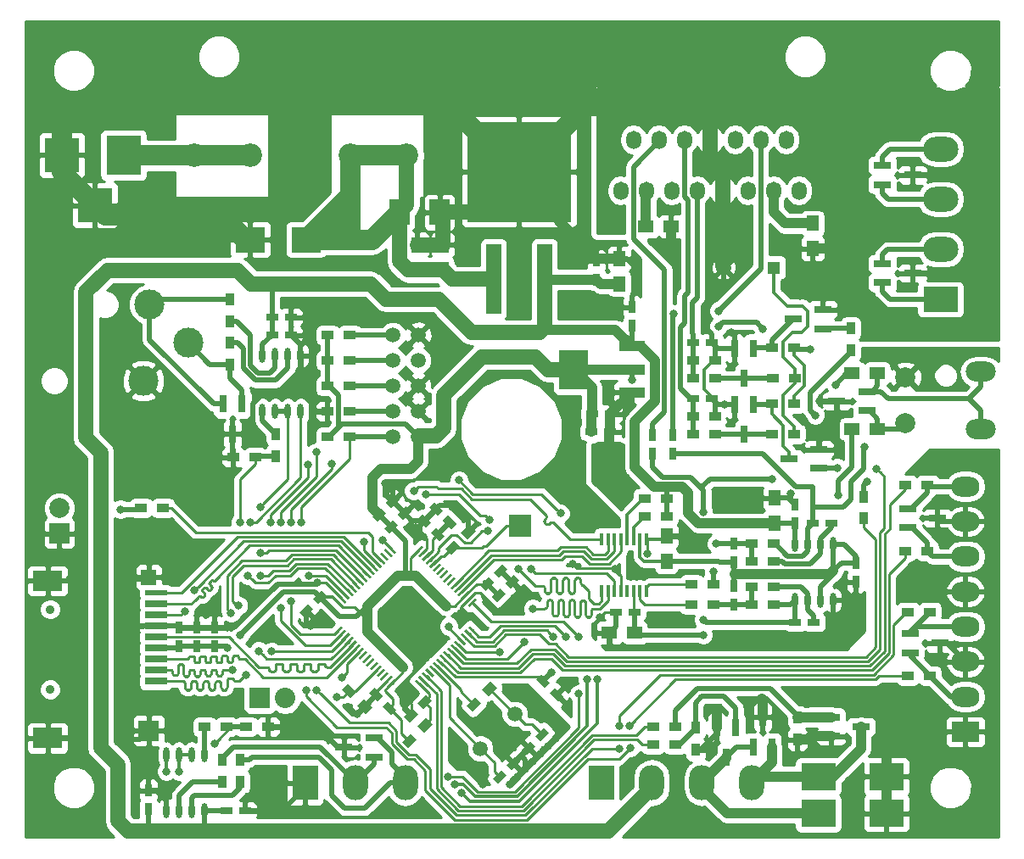
<source format=gtl>
G04 #@! TF.FileFunction,Copper,L1,Top,Signal*
%FSLAX46Y46*%
G04 Gerber Fmt 4.6, Leading zero omitted, Abs format (unit mm)*
G04 Created by KiCad (PCBNEW (2015-12-07 BZR 6353, Git 2667109)-product) date 06.01.2016 02:58:36*
%MOMM*%
G01*
G04 APERTURE LIST*
%ADD10C,0.100000*%
%ADD11C,3.000000*%
%ADD12O,1.524000X1.824000*%
%ADD13R,3.500120X4.000000*%
%ADD14R,3.500120X3.500120*%
%ADD15R,1.200000X0.900000*%
%ADD16R,0.400000X1.200000*%
%ADD17R,10.408920X10.000000*%
%ADD18R,1.500000X7.010400*%
%ADD19R,0.750000X1.200000*%
%ADD20R,2.000000X2.500000*%
%ADD21R,1.250000X1.500000*%
%ADD22R,1.200000X0.750000*%
%ADD23R,1.500000X1.250000*%
%ADD24R,1.300000X1.300000*%
%ADD25C,1.300000*%
%ADD26C,0.900000*%
%ADD27R,2.200000X0.750000*%
%ADD28R,2.200000X0.600000*%
%ADD29R,3.000000X2.000000*%
%ADD30R,2.000000X2.000000*%
%ADD31R,1.500000X1.500000*%
%ADD32R,3.000000X2.500000*%
%ADD33C,2.000000*%
%ADD34R,3.500120X2.700020*%
%ADD35C,2.349500*%
%ADD36O,3.000000X2.000000*%
%ADD37R,2.500000X3.500000*%
%ADD38O,2.500000X3.500000*%
%ADD39O,2.800000X2.000000*%
%ADD40R,2.800000X2.000000*%
%ADD41R,3.500000X2.500000*%
%ADD42O,3.500000X2.500000*%
%ADD43R,0.800100X1.800860*%
%ADD44R,1.800860X0.800100*%
%ADD45R,0.900000X1.200000*%
%ADD46O,0.609600X1.473200*%
%ADD47R,2.501900X1.100000*%
%ADD48R,3.000000X4.000000*%
%ADD49C,1.501140*%
%ADD50C,1.506220*%
%ADD51R,2.032000X2.032000*%
%ADD52O,2.032000X2.032000*%
%ADD53R,2.235200X2.235200*%
%ADD54C,0.800000*%
%ADD55C,1.400000*%
%ADD56C,0.250000*%
%ADD57C,0.500000*%
%ADD58C,1.500000*%
%ADD59C,0.300000*%
%ADD60C,1.000000*%
%ADD61C,2.000000*%
%ADD62C,0.254000*%
G04 APERTURE END LIST*
D10*
D11*
X92456000Y-76587800D03*
X93091000Y-68967800D03*
X96906000Y-72777800D03*
D12*
X140106400Y-57589000D03*
X141376400Y-52509000D03*
X142646400Y-57589000D03*
X143916400Y-52509000D03*
X145186400Y-57589000D03*
X146456400Y-52509000D03*
X147726400Y-57589000D03*
X148996400Y-52509000D03*
X150266400Y-57589000D03*
X151536400Y-52509000D03*
X152806400Y-57589000D03*
X154076400Y-52509000D03*
X155346400Y-57589000D03*
X156616400Y-52509000D03*
X157886400Y-57589000D03*
D13*
X90479600Y-54055000D03*
D14*
X84329600Y-54055000D03*
X87630000Y-59055000D03*
D10*
G36*
X131669971Y-106419301D02*
X132200301Y-105888971D01*
X133048829Y-106737499D01*
X132518499Y-107267829D01*
X131669971Y-106419301D01*
X131669971Y-106419301D01*
G37*
G36*
X133013473Y-107762803D02*
X133543803Y-107232473D01*
X134392331Y-108081001D01*
X133862001Y-108611331D01*
X133013473Y-107762803D01*
X133013473Y-107762803D01*
G37*
G36*
X127086900Y-106591704D02*
X127723296Y-107228100D01*
X126874768Y-108076628D01*
X126238372Y-107440232D01*
X127086900Y-106591704D01*
X127086900Y-106591704D01*
G37*
G36*
X125531266Y-108147338D02*
X126167662Y-108783734D01*
X125319134Y-109632262D01*
X124682738Y-108995866D01*
X125531266Y-108147338D01*
X125531266Y-108147338D01*
G37*
D15*
X168742000Y-99679000D03*
X170942000Y-99679000D03*
D16*
X138188342Y-97592742D03*
X138823342Y-97592742D03*
X139458342Y-97592742D03*
X140093342Y-97592742D03*
X140728342Y-97592742D03*
X141363342Y-97592742D03*
X141998342Y-97592742D03*
X142633342Y-97592742D03*
X142633342Y-92392742D03*
X141998342Y-92392742D03*
X141363342Y-92392742D03*
X140728342Y-92392742D03*
X140093342Y-92392742D03*
X139458342Y-92392742D03*
X138823342Y-92392742D03*
X138188342Y-92392742D03*
D17*
X129946400Y-55730140D03*
D18*
X127406400Y-66421000D03*
X132486400Y-66421000D03*
D19*
X96012000Y-103118999D03*
X96012000Y-101218999D03*
X97790000Y-103118999D03*
X97790000Y-101218999D03*
X99568000Y-103118995D03*
X99568000Y-101218995D03*
X92964000Y-119374999D03*
X92964000Y-117474999D03*
D20*
X118021600Y-59766200D03*
X122021600Y-59766200D03*
D21*
X119786400Y-65506600D03*
X119786400Y-63006600D03*
X122326400Y-65506600D03*
X122326400Y-63006600D03*
D19*
X141224000Y-71114999D03*
X141224000Y-69214999D03*
X137668000Y-66482000D03*
X137668000Y-64582000D03*
D21*
X139954000Y-66889000D03*
X139954000Y-64389000D03*
D22*
X137165000Y-81661000D03*
X139065000Y-81661000D03*
X137226000Y-79882999D03*
X139126000Y-79882999D03*
X105288000Y-70231000D03*
X107188000Y-70231000D03*
X105288000Y-72009000D03*
X107188000Y-72009000D03*
D23*
X165695000Y-81407000D03*
X163195000Y-81407000D03*
X165695000Y-75819000D03*
X163195000Y-75819000D03*
D19*
X143256000Y-81981000D03*
X143256000Y-83881000D03*
X145288000Y-81981000D03*
X145288000Y-83881000D03*
D24*
X155368000Y-65278000D03*
D25*
X150368000Y-65278000D03*
D21*
X159258000Y-60873000D03*
X159258000Y-63373000D03*
D23*
X142615600Y-61188600D03*
X145115600Y-61188600D03*
D10*
G36*
X127736794Y-98703824D02*
X127206464Y-98173494D01*
X128054992Y-97324966D01*
X128585322Y-97855296D01*
X127736794Y-98703824D01*
X127736794Y-98703824D01*
G37*
G36*
X129080296Y-97360322D02*
X128549966Y-96829992D01*
X129398494Y-95981464D01*
X129928824Y-96511794D01*
X129080296Y-97360322D01*
X129080296Y-97360322D01*
G37*
G36*
X115811014Y-90657514D02*
X115280684Y-90127184D01*
X116129212Y-89278656D01*
X116659542Y-89808986D01*
X115811014Y-90657514D01*
X115811014Y-90657514D01*
G37*
G36*
X117154516Y-89314012D02*
X116624186Y-88783682D01*
X117472714Y-87935154D01*
X118003044Y-88465484D01*
X117154516Y-89314012D01*
X117154516Y-89314012D01*
G37*
G36*
X116996408Y-91842909D02*
X116466078Y-91312579D01*
X117314606Y-90464051D01*
X117844936Y-90994381D01*
X116996408Y-91842909D01*
X116996408Y-91842909D01*
G37*
G36*
X118339910Y-90499407D02*
X117809580Y-89969077D01*
X118658108Y-89120549D01*
X119188438Y-89650879D01*
X118339910Y-90499407D01*
X118339910Y-90499407D01*
G37*
G36*
X110231092Y-97475722D02*
X110761422Y-98006052D01*
X109912894Y-98854580D01*
X109382564Y-98324250D01*
X110231092Y-97475722D01*
X110231092Y-97475722D01*
G37*
G36*
X108887590Y-98819224D02*
X109417920Y-99349554D01*
X108569392Y-100198082D01*
X108039062Y-99667752D01*
X108887590Y-98819224D01*
X108887590Y-98819224D01*
G37*
G36*
X123728912Y-90848450D02*
X123198582Y-91378780D01*
X122350054Y-90530252D01*
X122880384Y-89999922D01*
X123728912Y-90848450D01*
X123728912Y-90848450D01*
G37*
G36*
X122385410Y-89504948D02*
X121855080Y-90035278D01*
X121006552Y-89186750D01*
X121536882Y-88656420D01*
X122385410Y-89504948D01*
X122385410Y-89504948D01*
G37*
G36*
X126587321Y-97554352D02*
X126056991Y-97024022D01*
X126905519Y-96175494D01*
X127435849Y-96705824D01*
X126587321Y-97554352D01*
X126587321Y-97554352D01*
G37*
G36*
X127930823Y-96210850D02*
X127400493Y-95680520D01*
X128249021Y-94831992D01*
X128779351Y-95362322D01*
X127930823Y-96210850D01*
X127930823Y-96210850D01*
G37*
G36*
X122507597Y-92066920D02*
X121977267Y-92597250D01*
X121128739Y-91748722D01*
X121659069Y-91218392D01*
X122507597Y-92066920D01*
X122507597Y-92066920D01*
G37*
G36*
X121164095Y-90723418D02*
X120633765Y-91253748D01*
X119785237Y-90405220D01*
X120315567Y-89874890D01*
X121164095Y-90723418D01*
X121164095Y-90723418D01*
G37*
G36*
X117730101Y-109416775D02*
X117199771Y-109947105D01*
X116351243Y-109098577D01*
X116881573Y-108568247D01*
X117730101Y-109416775D01*
X117730101Y-109416775D01*
G37*
G36*
X116386599Y-108073273D02*
X115856269Y-108603603D01*
X115007741Y-107755075D01*
X115538071Y-107224745D01*
X116386599Y-108073273D01*
X116386599Y-108073273D01*
G37*
G36*
X129507250Y-114081820D02*
X130037580Y-114612150D01*
X129189052Y-115460678D01*
X128658722Y-114930348D01*
X129507250Y-114081820D01*
X129507250Y-114081820D01*
G37*
G36*
X128163748Y-115425322D02*
X128694078Y-115955652D01*
X127845550Y-116804180D01*
X127315220Y-116273850D01*
X128163748Y-115425322D01*
X128163748Y-115425322D01*
G37*
D19*
X163576000Y-94747000D03*
X163576000Y-96647000D03*
D26*
X83155600Y-99407400D03*
X83155600Y-107407400D03*
D27*
X93705600Y-104357400D03*
X93705600Y-105457400D03*
X93705600Y-106557400D03*
X93705600Y-103257400D03*
X93705600Y-102157400D03*
X93705600Y-101057400D03*
X93705600Y-99957400D03*
X93705600Y-98857400D03*
D28*
X93705600Y-97757400D03*
D29*
X82905600Y-112257400D03*
D30*
X93005600Y-111507400D03*
D29*
X82905600Y-96557400D03*
D31*
X93005600Y-96207400D03*
D32*
X103112000Y-62484000D03*
X108712000Y-62484000D03*
D30*
X84074000Y-91821000D03*
D33*
X84074000Y-89281000D03*
D34*
X159821880Y-119761000D03*
X166624000Y-119761000D03*
X159821880Y-116103400D03*
X166624000Y-116103400D03*
D35*
X113126520Y-54076600D03*
X118726520Y-54076600D03*
X103124000Y-54076600D03*
X97524000Y-54076600D03*
D36*
X176022000Y-75691000D03*
X176022000Y-81391000D03*
D33*
X168522000Y-80841000D03*
X168522000Y-76241000D03*
D37*
X108588800Y-116713000D03*
D38*
X113588800Y-116713000D03*
X118588800Y-116713000D03*
D39*
X174498000Y-87125400D03*
X174498000Y-90625400D03*
X174498000Y-94125400D03*
X174498000Y-97625400D03*
X174498000Y-101125400D03*
X174498000Y-104625400D03*
X174498000Y-108125400D03*
D40*
X174498000Y-111625400D03*
D41*
X172008800Y-68453000D03*
D42*
X172008800Y-58453000D03*
X172008800Y-53453000D03*
X172008800Y-63453000D03*
D37*
X138176000Y-116713000D03*
D38*
X148176000Y-116713000D03*
X153176000Y-116713000D03*
X143176000Y-116713000D03*
D43*
X151572000Y-111170720D03*
X149672000Y-111170720D03*
X150622000Y-114173000D03*
D44*
X161081720Y-110175000D03*
X161081720Y-112075000D03*
X164084000Y-111125000D03*
X159893000Y-85339000D03*
X159893000Y-83439000D03*
X156890720Y-84389000D03*
X160274000Y-71374000D03*
X160274000Y-69474000D03*
X157271720Y-70424000D03*
D43*
X153350000Y-78912720D03*
X151450000Y-78912720D03*
X152400000Y-81915000D03*
X153350000Y-73324720D03*
X151450000Y-73324720D03*
X152400000Y-76327000D03*
D45*
X102108000Y-114427000D03*
X102108000Y-116627000D03*
X100330000Y-114427000D03*
X100330000Y-116627000D03*
D15*
X168488000Y-86979000D03*
X170688000Y-86979000D03*
X168488000Y-93583000D03*
X170688000Y-93583000D03*
X168742000Y-106029000D03*
X170942000Y-106029000D03*
X100751999Y-111125000D03*
X98551999Y-111125000D03*
X92202000Y-89281000D03*
X94402000Y-89281000D03*
X101432000Y-84201000D03*
X103632000Y-84201000D03*
X145542000Y-112903000D03*
X143342000Y-112903000D03*
X145542000Y-111125000D03*
X143342000Y-111125000D03*
D45*
X105664000Y-84115000D03*
X105664000Y-81915000D03*
X147574000Y-113411000D03*
X147574000Y-111211000D03*
X157734000Y-112395000D03*
X157734000Y-110195000D03*
X101092000Y-74971000D03*
X101092000Y-72771000D03*
X101092000Y-68453000D03*
X101092000Y-70653000D03*
X164338000Y-88137999D03*
X164338000Y-90337999D03*
X163068000Y-71333001D03*
X163068000Y-73533001D03*
D15*
X157393999Y-78867000D03*
X155193999Y-78867000D03*
X157394000Y-73279000D03*
X155194000Y-73279000D03*
X157394000Y-81915000D03*
X155194000Y-81915000D03*
X149520000Y-81915000D03*
X147320000Y-81915000D03*
X157480001Y-76327000D03*
X155280001Y-76327000D03*
X149520000Y-76327000D03*
X147320000Y-76327000D03*
D10*
G36*
X123210934Y-93960462D02*
X122574538Y-93324066D01*
X123423066Y-92475538D01*
X124059462Y-93111934D01*
X123210934Y-93960462D01*
X123210934Y-93960462D01*
G37*
G36*
X124766568Y-92404828D02*
X124130172Y-91768432D01*
X124978700Y-90919904D01*
X125615096Y-91556300D01*
X124766568Y-92404828D01*
X124766568Y-92404828D01*
G37*
D15*
X144678400Y-88315800D03*
X142478400Y-88315800D03*
X144678400Y-90093800D03*
X142478400Y-90093800D03*
X153162000Y-98933000D03*
X155362000Y-98933000D03*
X153162000Y-92837000D03*
X155362000Y-92837000D03*
X153162000Y-97155000D03*
X155362000Y-97155000D03*
X153162000Y-94615000D03*
X155362000Y-94615000D03*
D44*
X115473480Y-114132400D03*
X115473480Y-112232400D03*
X112471200Y-113182400D03*
X168955720Y-101827800D03*
X168955720Y-103727800D03*
X171958000Y-102777800D03*
X168701720Y-89331000D03*
X168701720Y-91231000D03*
X171704000Y-90281000D03*
D46*
X98552000Y-113919000D03*
X97282000Y-113919000D03*
X96012000Y-113919000D03*
X94742000Y-113919000D03*
X94742000Y-119507000D03*
X96012000Y-119507000D03*
X97282000Y-119507000D03*
X98552000Y-119507000D03*
D47*
X141183641Y-77738000D03*
X141183641Y-75438000D03*
X141183641Y-73138000D03*
D48*
X135382001Y-75438000D03*
D46*
X104343200Y-79629000D03*
X105613200Y-79629000D03*
X106883200Y-79629000D03*
X108153200Y-79629000D03*
X108153200Y-74041000D03*
X106883200Y-74041000D03*
X105613200Y-74041000D03*
X104343200Y-74041000D03*
D43*
X153294000Y-113157000D03*
X155194000Y-113157000D03*
X154244000Y-110154720D03*
D44*
X164673280Y-79563000D03*
X164673280Y-77663000D03*
X161671000Y-78613000D03*
D43*
X102296000Y-78889860D03*
X100396000Y-78889860D03*
X101346000Y-81892140D03*
D44*
X166212520Y-55086200D03*
X166212520Y-56986200D03*
X169214800Y-56036200D03*
X166212520Y-64890600D03*
X166212520Y-66790600D03*
X169214800Y-65840600D03*
D10*
G36*
X120432098Y-107056453D02*
X120255321Y-107233230D01*
X119548214Y-106526123D01*
X119724991Y-106349346D01*
X120432098Y-107056453D01*
X120432098Y-107056453D01*
G37*
G36*
X120785652Y-106702900D02*
X120608875Y-106879677D01*
X119901768Y-106172570D01*
X120078545Y-105995793D01*
X120785652Y-106702900D01*
X120785652Y-106702900D01*
G37*
G36*
X121139205Y-106349346D02*
X120962428Y-106526123D01*
X120255321Y-105819016D01*
X120432098Y-105642239D01*
X121139205Y-106349346D01*
X121139205Y-106349346D01*
G37*
G36*
X121492758Y-105995793D02*
X121315981Y-106172570D01*
X120608874Y-105465463D01*
X120785651Y-105288686D01*
X121492758Y-105995793D01*
X121492758Y-105995793D01*
G37*
G36*
X121846312Y-105642240D02*
X121669535Y-105819017D01*
X120962428Y-105111910D01*
X121139205Y-104935133D01*
X121846312Y-105642240D01*
X121846312Y-105642240D01*
G37*
G36*
X122199865Y-105288686D02*
X122023088Y-105465463D01*
X121315981Y-104758356D01*
X121492758Y-104581579D01*
X122199865Y-105288686D01*
X122199865Y-105288686D01*
G37*
G36*
X122553419Y-104935133D02*
X122376642Y-105111910D01*
X121669535Y-104404803D01*
X121846312Y-104228026D01*
X122553419Y-104935133D01*
X122553419Y-104935133D01*
G37*
G36*
X122906972Y-104581579D02*
X122730195Y-104758356D01*
X122023088Y-104051249D01*
X122199865Y-103874472D01*
X122906972Y-104581579D01*
X122906972Y-104581579D01*
G37*
G36*
X123260525Y-104228026D02*
X123083748Y-104404803D01*
X122376641Y-103697696D01*
X122553418Y-103520919D01*
X123260525Y-104228026D01*
X123260525Y-104228026D01*
G37*
G36*
X123614079Y-103874473D02*
X123437302Y-104051250D01*
X122730195Y-103344143D01*
X122906972Y-103167366D01*
X123614079Y-103874473D01*
X123614079Y-103874473D01*
G37*
G36*
X123967632Y-103520919D02*
X123790855Y-103697696D01*
X123083748Y-102990589D01*
X123260525Y-102813812D01*
X123967632Y-103520919D01*
X123967632Y-103520919D01*
G37*
G36*
X124321186Y-103167366D02*
X124144409Y-103344143D01*
X123437302Y-102637036D01*
X123614079Y-102460259D01*
X124321186Y-103167366D01*
X124321186Y-103167366D01*
G37*
G36*
X124674739Y-102813812D02*
X124497962Y-102990589D01*
X123790855Y-102283482D01*
X123967632Y-102106705D01*
X124674739Y-102813812D01*
X124674739Y-102813812D01*
G37*
G36*
X125028292Y-102460259D02*
X124851515Y-102637036D01*
X124144408Y-101929929D01*
X124321185Y-101753152D01*
X125028292Y-102460259D01*
X125028292Y-102460259D01*
G37*
G36*
X125381846Y-102106706D02*
X125205069Y-102283483D01*
X124497962Y-101576376D01*
X124674739Y-101399599D01*
X125381846Y-102106706D01*
X125381846Y-102106706D01*
G37*
G36*
X125735399Y-101753152D02*
X125558622Y-101929929D01*
X124851515Y-101222822D01*
X125028292Y-101046045D01*
X125735399Y-101753152D01*
X125735399Y-101753152D01*
G37*
G36*
X125558622Y-98288329D02*
X125735399Y-98465106D01*
X125028292Y-99172213D01*
X124851515Y-98995436D01*
X125558622Y-98288329D01*
X125558622Y-98288329D01*
G37*
G36*
X125205069Y-97934775D02*
X125381846Y-98111552D01*
X124674739Y-98818659D01*
X124497962Y-98641882D01*
X125205069Y-97934775D01*
X125205069Y-97934775D01*
G37*
G36*
X124851515Y-97581222D02*
X125028292Y-97757999D01*
X124321185Y-98465106D01*
X124144408Y-98288329D01*
X124851515Y-97581222D01*
X124851515Y-97581222D01*
G37*
G36*
X124497962Y-97227669D02*
X124674739Y-97404446D01*
X123967632Y-98111553D01*
X123790855Y-97934776D01*
X124497962Y-97227669D01*
X124497962Y-97227669D01*
G37*
G36*
X124144409Y-96874115D02*
X124321186Y-97050892D01*
X123614079Y-97757999D01*
X123437302Y-97581222D01*
X124144409Y-96874115D01*
X124144409Y-96874115D01*
G37*
G36*
X123790855Y-96520562D02*
X123967632Y-96697339D01*
X123260525Y-97404446D01*
X123083748Y-97227669D01*
X123790855Y-96520562D01*
X123790855Y-96520562D01*
G37*
G36*
X123437302Y-96167008D02*
X123614079Y-96343785D01*
X122906972Y-97050892D01*
X122730195Y-96874115D01*
X123437302Y-96167008D01*
X123437302Y-96167008D01*
G37*
G36*
X123083748Y-95813455D02*
X123260525Y-95990232D01*
X122553418Y-96697339D01*
X122376641Y-96520562D01*
X123083748Y-95813455D01*
X123083748Y-95813455D01*
G37*
G36*
X122730195Y-95459902D02*
X122906972Y-95636679D01*
X122199865Y-96343786D01*
X122023088Y-96167009D01*
X122730195Y-95459902D01*
X122730195Y-95459902D01*
G37*
G36*
X122376642Y-95106348D02*
X122553419Y-95283125D01*
X121846312Y-95990232D01*
X121669535Y-95813455D01*
X122376642Y-95106348D01*
X122376642Y-95106348D01*
G37*
G36*
X122023088Y-94752795D02*
X122199865Y-94929572D01*
X121492758Y-95636679D01*
X121315981Y-95459902D01*
X122023088Y-94752795D01*
X122023088Y-94752795D01*
G37*
G36*
X121669535Y-94399241D02*
X121846312Y-94576018D01*
X121139205Y-95283125D01*
X120962428Y-95106348D01*
X121669535Y-94399241D01*
X121669535Y-94399241D01*
G37*
G36*
X121315981Y-94045688D02*
X121492758Y-94222465D01*
X120785651Y-94929572D01*
X120608874Y-94752795D01*
X121315981Y-94045688D01*
X121315981Y-94045688D01*
G37*
G36*
X120962428Y-93692135D02*
X121139205Y-93868912D01*
X120432098Y-94576019D01*
X120255321Y-94399242D01*
X120962428Y-93692135D01*
X120962428Y-93692135D01*
G37*
G36*
X120608875Y-93338581D02*
X120785652Y-93515358D01*
X120078545Y-94222465D01*
X119901768Y-94045688D01*
X120608875Y-93338581D01*
X120608875Y-93338581D01*
G37*
G36*
X120255321Y-92985028D02*
X120432098Y-93161805D01*
X119724991Y-93868912D01*
X119548214Y-93692135D01*
X120255321Y-92985028D01*
X120255321Y-92985028D01*
G37*
G36*
X117674382Y-93692135D02*
X117497605Y-93868912D01*
X116790498Y-93161805D01*
X116967275Y-92985028D01*
X117674382Y-93692135D01*
X117674382Y-93692135D01*
G37*
G36*
X117320828Y-94045688D02*
X117144051Y-94222465D01*
X116436944Y-93515358D01*
X116613721Y-93338581D01*
X117320828Y-94045688D01*
X117320828Y-94045688D01*
G37*
G36*
X116967275Y-94399242D02*
X116790498Y-94576019D01*
X116083391Y-93868912D01*
X116260168Y-93692135D01*
X116967275Y-94399242D01*
X116967275Y-94399242D01*
G37*
G36*
X116613722Y-94752795D02*
X116436945Y-94929572D01*
X115729838Y-94222465D01*
X115906615Y-94045688D01*
X116613722Y-94752795D01*
X116613722Y-94752795D01*
G37*
G36*
X116260168Y-95106348D02*
X116083391Y-95283125D01*
X115376284Y-94576018D01*
X115553061Y-94399241D01*
X116260168Y-95106348D01*
X116260168Y-95106348D01*
G37*
G36*
X115906615Y-95459902D02*
X115729838Y-95636679D01*
X115022731Y-94929572D01*
X115199508Y-94752795D01*
X115906615Y-95459902D01*
X115906615Y-95459902D01*
G37*
G36*
X115553061Y-95813455D02*
X115376284Y-95990232D01*
X114669177Y-95283125D01*
X114845954Y-95106348D01*
X115553061Y-95813455D01*
X115553061Y-95813455D01*
G37*
G36*
X115199508Y-96167009D02*
X115022731Y-96343786D01*
X114315624Y-95636679D01*
X114492401Y-95459902D01*
X115199508Y-96167009D01*
X115199508Y-96167009D01*
G37*
G36*
X114845955Y-96520562D02*
X114669178Y-96697339D01*
X113962071Y-95990232D01*
X114138848Y-95813455D01*
X114845955Y-96520562D01*
X114845955Y-96520562D01*
G37*
G36*
X114492401Y-96874115D02*
X114315624Y-97050892D01*
X113608517Y-96343785D01*
X113785294Y-96167008D01*
X114492401Y-96874115D01*
X114492401Y-96874115D01*
G37*
G36*
X114138848Y-97227669D02*
X113962071Y-97404446D01*
X113254964Y-96697339D01*
X113431741Y-96520562D01*
X114138848Y-97227669D01*
X114138848Y-97227669D01*
G37*
G36*
X113785294Y-97581222D02*
X113608517Y-97757999D01*
X112901410Y-97050892D01*
X113078187Y-96874115D01*
X113785294Y-97581222D01*
X113785294Y-97581222D01*
G37*
G36*
X113431741Y-97934776D02*
X113254964Y-98111553D01*
X112547857Y-97404446D01*
X112724634Y-97227669D01*
X113431741Y-97934776D01*
X113431741Y-97934776D01*
G37*
G36*
X113078188Y-98288329D02*
X112901411Y-98465106D01*
X112194304Y-97757999D01*
X112371081Y-97581222D01*
X113078188Y-98288329D01*
X113078188Y-98288329D01*
G37*
G36*
X112724634Y-98641882D02*
X112547857Y-98818659D01*
X111840750Y-98111552D01*
X112017527Y-97934775D01*
X112724634Y-98641882D01*
X112724634Y-98641882D01*
G37*
G36*
X112371081Y-98995436D02*
X112194304Y-99172213D01*
X111487197Y-98465106D01*
X111663974Y-98288329D01*
X112371081Y-98995436D01*
X112371081Y-98995436D01*
G37*
G36*
X112194304Y-101046045D02*
X112371081Y-101222822D01*
X111663974Y-101929929D01*
X111487197Y-101753152D01*
X112194304Y-101046045D01*
X112194304Y-101046045D01*
G37*
G36*
X112547857Y-101399599D02*
X112724634Y-101576376D01*
X112017527Y-102283483D01*
X111840750Y-102106706D01*
X112547857Y-101399599D01*
X112547857Y-101399599D01*
G37*
G36*
X112901411Y-101753152D02*
X113078188Y-101929929D01*
X112371081Y-102637036D01*
X112194304Y-102460259D01*
X112901411Y-101753152D01*
X112901411Y-101753152D01*
G37*
G36*
X113254964Y-102106705D02*
X113431741Y-102283482D01*
X112724634Y-102990589D01*
X112547857Y-102813812D01*
X113254964Y-102106705D01*
X113254964Y-102106705D01*
G37*
G36*
X113608517Y-102460259D02*
X113785294Y-102637036D01*
X113078187Y-103344143D01*
X112901410Y-103167366D01*
X113608517Y-102460259D01*
X113608517Y-102460259D01*
G37*
G36*
X113962071Y-102813812D02*
X114138848Y-102990589D01*
X113431741Y-103697696D01*
X113254964Y-103520919D01*
X113962071Y-102813812D01*
X113962071Y-102813812D01*
G37*
G36*
X114315624Y-103167366D02*
X114492401Y-103344143D01*
X113785294Y-104051250D01*
X113608517Y-103874473D01*
X114315624Y-103167366D01*
X114315624Y-103167366D01*
G37*
G36*
X114669178Y-103520919D02*
X114845955Y-103697696D01*
X114138848Y-104404803D01*
X113962071Y-104228026D01*
X114669178Y-103520919D01*
X114669178Y-103520919D01*
G37*
G36*
X115022731Y-103874472D02*
X115199508Y-104051249D01*
X114492401Y-104758356D01*
X114315624Y-104581579D01*
X115022731Y-103874472D01*
X115022731Y-103874472D01*
G37*
G36*
X115376284Y-104228026D02*
X115553061Y-104404803D01*
X114845954Y-105111910D01*
X114669177Y-104935133D01*
X115376284Y-104228026D01*
X115376284Y-104228026D01*
G37*
G36*
X115729838Y-104581579D02*
X115906615Y-104758356D01*
X115199508Y-105465463D01*
X115022731Y-105288686D01*
X115729838Y-104581579D01*
X115729838Y-104581579D01*
G37*
G36*
X116083391Y-104935133D02*
X116260168Y-105111910D01*
X115553061Y-105819017D01*
X115376284Y-105642240D01*
X116083391Y-104935133D01*
X116083391Y-104935133D01*
G37*
G36*
X116436945Y-105288686D02*
X116613722Y-105465463D01*
X115906615Y-106172570D01*
X115729838Y-105995793D01*
X116436945Y-105288686D01*
X116436945Y-105288686D01*
G37*
G36*
X116790498Y-105642239D02*
X116967275Y-105819016D01*
X116260168Y-106526123D01*
X116083391Y-106349346D01*
X116790498Y-105642239D01*
X116790498Y-105642239D01*
G37*
G36*
X117144051Y-105995793D02*
X117320828Y-106172570D01*
X116613721Y-106879677D01*
X116436944Y-106702900D01*
X117144051Y-105995793D01*
X117144051Y-105995793D01*
G37*
G36*
X117497605Y-106349346D02*
X117674382Y-106526123D01*
X116967275Y-107233230D01*
X116790498Y-107056453D01*
X117497605Y-106349346D01*
X117497605Y-106349346D01*
G37*
D46*
X157480000Y-98475800D03*
X158750000Y-98475800D03*
X160020000Y-98475800D03*
X161290000Y-98475800D03*
X161290000Y-92887800D03*
X160020000Y-92887800D03*
X158750000Y-92887800D03*
X157480000Y-92887800D03*
D49*
X126071581Y-113303804D03*
X129523591Y-109851794D03*
D15*
X104902001Y-111125000D03*
X102702001Y-111125000D03*
D22*
X100716000Y-119507000D03*
X102616000Y-119507000D03*
D50*
X119888000Y-82169000D03*
X117348000Y-82169000D03*
X119888000Y-79629000D03*
X117348000Y-79629000D03*
X119888000Y-77089000D03*
X117348000Y-77089000D03*
X119888000Y-74549000D03*
X117348000Y-74549000D03*
X119888000Y-72009000D03*
X117348000Y-72009000D03*
D51*
X104063800Y-108254800D03*
D52*
X106603800Y-108254800D03*
D15*
X113030000Y-79629000D03*
X110830000Y-79629000D03*
X110830000Y-74549000D03*
X113030000Y-74549000D03*
X110830000Y-82169000D03*
X113030000Y-82169000D03*
X110830000Y-72009000D03*
X113030000Y-72009000D03*
D53*
X130048000Y-91059000D03*
D10*
G36*
X112255904Y-107431300D02*
X112892300Y-106794904D01*
X113740828Y-107643432D01*
X113104432Y-108279828D01*
X112255904Y-107431300D01*
X112255904Y-107431300D01*
G37*
G36*
X113811538Y-108986934D02*
X114447934Y-108350538D01*
X115296462Y-109199066D01*
X114660066Y-109835462D01*
X113811538Y-108986934D01*
X113811538Y-108986934D01*
G37*
D15*
X110830000Y-77089000D03*
X113030000Y-77089000D03*
D10*
G36*
X130729799Y-113919931D02*
X130199469Y-113389601D01*
X131047997Y-112541073D01*
X131578327Y-113071403D01*
X130729799Y-113919931D01*
X130729799Y-113919931D01*
G37*
G36*
X132073301Y-112576429D02*
X131542971Y-112046099D01*
X132391499Y-111197571D01*
X132921829Y-111727901D01*
X132073301Y-112576429D01*
X132073301Y-112576429D01*
G37*
D23*
X141478000Y-101727000D03*
X138978000Y-101727000D03*
D22*
X141478000Y-99695000D03*
X139578000Y-99695000D03*
D21*
X144665342Y-94592742D03*
X144665342Y-92092742D03*
D19*
X157480000Y-90805000D03*
X157480000Y-88905000D03*
D22*
X147320000Y-78359000D03*
X149220000Y-78359000D03*
X147320000Y-72771000D03*
X149220000Y-72771000D03*
D21*
X155448000Y-90764999D03*
X155448000Y-88264999D03*
D19*
X151384000Y-98933000D03*
X151384000Y-97033000D03*
X151384000Y-92837001D03*
X151384000Y-94737001D03*
D22*
X159380000Y-100711000D03*
X157480000Y-100711000D03*
X161157999Y-90805000D03*
X159257999Y-90805000D03*
D15*
X147320000Y-80137000D03*
X149520000Y-80137000D03*
X147320000Y-74549000D03*
X149520000Y-74549000D03*
X149352000Y-98933000D03*
X147152000Y-98933000D03*
X149352001Y-96901000D03*
X147152001Y-96901000D03*
D10*
G36*
X119017701Y-110671429D02*
X118487371Y-110141099D01*
X119335899Y-109292571D01*
X119866229Y-109822901D01*
X119017701Y-110671429D01*
X119017701Y-110671429D01*
G37*
G36*
X120361203Y-109327927D02*
X119830873Y-108797597D01*
X120679401Y-107949069D01*
X121209731Y-108479399D01*
X120361203Y-109327927D01*
X120361203Y-109327927D01*
G37*
G36*
X120654466Y-110204738D02*
X121290862Y-110841134D01*
X120442334Y-111689662D01*
X119805938Y-111053266D01*
X120654466Y-110204738D01*
X120654466Y-110204738D01*
G37*
G36*
X119098832Y-111760372D02*
X119735228Y-112396768D01*
X118886700Y-113245296D01*
X118250304Y-112608900D01*
X119098832Y-111760372D01*
X119098832Y-111760372D01*
G37*
D54*
X149860000Y-71120000D03*
D55*
X135359901Y-74367599D03*
X135382000Y-76530200D03*
D54*
X159004000Y-73406000D03*
X154305000Y-71374000D03*
X141224000Y-76454000D03*
X102108000Y-101981000D03*
X100838000Y-103251000D03*
X116244169Y-97623831D03*
X139573000Y-95377000D03*
X118516400Y-108153200D03*
X109270800Y-110642400D03*
X144678400Y-103174800D03*
X144678400Y-100533200D03*
X141274800Y-95072200D03*
X135280400Y-94894400D03*
X138023600Y-100228400D03*
D55*
X92964000Y-48514000D03*
X91186000Y-48514000D03*
X89408000Y-48514000D03*
D54*
X171894500Y-65849500D03*
X171831000Y-56007000D03*
X96520000Y-60071000D03*
X97609368Y-60071000D03*
X98924778Y-60071000D03*
X100211592Y-60071000D03*
X157988000Y-67056000D03*
X159004000Y-67056000D03*
X159004000Y-68072000D03*
X157988000Y-68072000D03*
X169164000Y-48768000D03*
X167640000Y-48768000D03*
X166116000Y-48768000D03*
X133604000Y-112268000D03*
X128016000Y-103632000D03*
X132842000Y-113029990D03*
X132080000Y-113792000D03*
X131318000Y-114553992D03*
X130556000Y-115316010D03*
X129794000Y-116078000D03*
X129032000Y-116840000D03*
X126365000Y-116840000D03*
X119507000Y-103124000D03*
X104394000Y-101727000D03*
X163106235Y-98216765D03*
X138938000Y-103160980D03*
X157093000Y-87877824D03*
X109781345Y-96762420D03*
X92964000Y-115798600D03*
X104028728Y-119507000D03*
X159960919Y-78598116D03*
X113817400Y-109829600D03*
X109118400Y-101066600D03*
X134747000Y-108889800D03*
X129971800Y-97409000D03*
X124129800Y-99745800D03*
X116586000Y-86854180D03*
X119634000Y-91186000D03*
X139954000Y-83185000D03*
X137922000Y-83185000D03*
X138938000Y-83185000D03*
D55*
X133858000Y-59563000D03*
D54*
X159070000Y-112075000D03*
X166624000Y-112395000D03*
X166624000Y-113665000D03*
X154178000Y-108331000D03*
X149606000Y-109347000D03*
X145034000Y-63119000D03*
X151130000Y-71755000D03*
X150486353Y-78912720D03*
X106426000Y-111125000D03*
X146304000Y-92075000D03*
X142748000Y-93853000D03*
D55*
X131318000Y-59563000D03*
X128778000Y-59563000D03*
X126238000Y-59563000D03*
X133858000Y-57023000D03*
X131318000Y-57023000D03*
X128778000Y-57023000D03*
X126238000Y-57023000D03*
X133858000Y-54483000D03*
X131318000Y-54483000D03*
X128778000Y-54483000D03*
X126238000Y-54483000D03*
X133858000Y-51943000D03*
X131318000Y-51943000D03*
X128778000Y-51943000D03*
X126238000Y-51943000D03*
D54*
X124206000Y-89789000D03*
X100838000Y-101219000D03*
X99989885Y-81892140D03*
X108712000Y-72517000D03*
X91440000Y-100965000D03*
X90932000Y-112395000D03*
X85344000Y-112395000D03*
X90424000Y-96393000D03*
X85090000Y-96393000D03*
X150257612Y-90805000D03*
X148336000Y-101981000D03*
X151384000Y-90805000D03*
X115062000Y-62484000D03*
X114046000Y-62484000D03*
X113030000Y-62484000D03*
X112014000Y-62484000D03*
X161798904Y-88015369D03*
X155194000Y-86360010D03*
X148348212Y-89704980D03*
X148336000Y-100457000D03*
X164465000Y-83185000D03*
X161544000Y-76962000D03*
X149860000Y-69596000D03*
X145400620Y-69926155D03*
X122936000Y-101092000D03*
X149621832Y-92852832D03*
X149352000Y-95631000D03*
X101346000Y-105410000D03*
X103965256Y-103558856D03*
X102702008Y-105940005D03*
X105257600Y-103606600D03*
X97532744Y-97532743D03*
X96570800Y-99593400D03*
X90170000Y-89408000D03*
X106172000Y-90678008D03*
X106178082Y-99307928D03*
X109728000Y-83693000D03*
X108203988Y-90678000D03*
X108966000Y-96019108D03*
X107188000Y-90678000D03*
X111252000Y-84836000D03*
X107188000Y-98551990D03*
X105156000Y-90678000D03*
X112268000Y-106172000D03*
X108878220Y-84963000D03*
X134075120Y-89825880D03*
X123952000Y-86487000D03*
X133222998Y-105664000D03*
X164638420Y-86660927D03*
X161683227Y-85263764D03*
X101955600Y-99009200D03*
X109728000Y-107442004D03*
X139954000Y-113284000D03*
X139954012Y-110998000D03*
X101219000Y-99771200D03*
X108712000Y-107442000D03*
X140970000Y-110998000D03*
X141033500Y-113245900D03*
X102870002Y-96012000D03*
X102108000Y-90678000D03*
X122891831Y-116078000D03*
X135890000Y-102108010D03*
X99568000Y-112776000D03*
X135928100Y-107823000D03*
X165608000Y-85344000D03*
X159512000Y-80010000D03*
X104140000Y-93769053D03*
X104114600Y-89179400D03*
X104140000Y-96012000D03*
X103123982Y-90678000D03*
X133350000Y-102108000D03*
X96012000Y-115570000D03*
X123490701Y-116910064D03*
X136779000Y-106361380D03*
X134620000Y-102107990D03*
X94742000Y-115570000D03*
X124193847Y-117755630D03*
X137791711Y-106361380D03*
X131318000Y-99314000D03*
X130479800Y-102666800D03*
X126844961Y-91590530D03*
X129921000Y-95409031D03*
X131191000Y-95409031D03*
X127000000Y-90424000D03*
X120649996Y-87884000D03*
X116332000Y-92455998D03*
X114500953Y-92706377D03*
X119425081Y-87575586D03*
X111721900Y-108191300D03*
D56*
X117040672Y-109257676D02*
X118211600Y-110428604D01*
X118211600Y-110428604D02*
X118211600Y-111810800D01*
X118211600Y-111810800D02*
X118903634Y-112502834D01*
X118903634Y-112502834D02*
X118992766Y-112502834D01*
D57*
X153651001Y-70720001D02*
X150259999Y-70720001D01*
X154305000Y-71374000D02*
X153651001Y-70720001D01*
X150259999Y-70720001D02*
X149860000Y-71120000D01*
X110837800Y-72001200D02*
X110830000Y-72009000D01*
D58*
X132842000Y-75438000D02*
X135382001Y-75438000D01*
D57*
X114808000Y-99060000D02*
X113741200Y-100126800D01*
X113741200Y-100126800D02*
X112033642Y-100126800D01*
X112033642Y-100126800D02*
X110071993Y-98165151D01*
X159004000Y-73406000D02*
X157521000Y-73406000D01*
X157521000Y-73406000D02*
X157394000Y-73279000D01*
X141183641Y-75438000D02*
X141183641Y-76413641D01*
X141183641Y-76413641D02*
X141224000Y-76454000D01*
D59*
X157394000Y-74029000D02*
X157394000Y-73279000D01*
X157393999Y-78117000D02*
X158430002Y-77080997D01*
X157393999Y-78867000D02*
X157393999Y-78117000D01*
X158430002Y-77080997D02*
X158430002Y-75065002D01*
X158430002Y-75065002D02*
X157394000Y-74029000D01*
D60*
X119888000Y-82169000D02*
X119888000Y-84582000D01*
X115316000Y-86233000D02*
X115316000Y-89313972D01*
X119888000Y-84582000D02*
X119126000Y-85344000D01*
X119126000Y-85344000D02*
X116205000Y-85344000D01*
X115316000Y-89313972D02*
X115970113Y-89968085D01*
X116205000Y-85344000D02*
X115316000Y-86233000D01*
D57*
X102108000Y-101981000D02*
X106426000Y-97663000D01*
X106426000Y-97663000D02*
X109569842Y-97663000D01*
X109569842Y-97663000D02*
X110071993Y-98165151D01*
X100705995Y-103118995D02*
X100838000Y-103251000D01*
X99568000Y-103118995D02*
X100705995Y-103118995D01*
D56*
X117040672Y-109257676D02*
X117348000Y-108950348D01*
X117348000Y-108950348D02*
X117348000Y-108331000D01*
X117348000Y-108331000D02*
X116586000Y-107569000D01*
X116586000Y-107569000D02*
X116586000Y-107437728D01*
X116586000Y-107437728D02*
X117232440Y-106791288D01*
D57*
X97790000Y-103118999D02*
X99567996Y-103118999D01*
X99567996Y-103118999D02*
X99568000Y-103118995D01*
X96012000Y-103118999D02*
X97790000Y-103118999D01*
X93705600Y-103257400D02*
X95873599Y-103257400D01*
X95873599Y-103257400D02*
X96012000Y-103118999D01*
D56*
X124586350Y-98023164D02*
X125744591Y-96864923D01*
X125744591Y-96864923D02*
X126746420Y-96864923D01*
D58*
X126238000Y-74168000D02*
X122428000Y-77978000D01*
X132842000Y-75438000D02*
X131572000Y-74168000D01*
X131572000Y-74168000D02*
X126238000Y-74168000D01*
X122428000Y-81280000D02*
X121666000Y-82042000D01*
X122428000Y-77978000D02*
X122428000Y-81280000D01*
X121666000Y-82042000D02*
X120015000Y-82042000D01*
X120015000Y-82042000D02*
X119888000Y-82169000D01*
D57*
X118618000Y-95874374D02*
X118618000Y-92615973D01*
X118618000Y-92615973D02*
X117155507Y-91153480D01*
D60*
X118755626Y-96012000D02*
X119634000Y-96012000D01*
X117856000Y-96012000D02*
X118755626Y-96012000D01*
D57*
X118755626Y-96012000D02*
X118618000Y-95874374D01*
D60*
X114808000Y-99060000D02*
X116244169Y-97623831D01*
X116244169Y-97623831D02*
X117856000Y-96012000D01*
X114808000Y-101600000D02*
X114808000Y-100453910D01*
D56*
X117232440Y-106791288D02*
X118364000Y-105659728D01*
X118364000Y-105659728D02*
X118364000Y-105156000D01*
D60*
X118364000Y-105156000D02*
X114808000Y-101600000D01*
X114808000Y-100453910D02*
X114808000Y-99060000D01*
D56*
X111929139Y-98730271D02*
X112353402Y-99154534D01*
X112353402Y-99154534D02*
X113508624Y-99154534D01*
X113508624Y-99154534D02*
X114808000Y-100453910D01*
X119126000Y-94291126D02*
X119126000Y-95504000D01*
X119126000Y-95504000D02*
X119634000Y-96012000D01*
X119990156Y-93426970D02*
X119126000Y-94291126D01*
X124586350Y-98023164D02*
X123549514Y-99060000D01*
X123549514Y-99060000D02*
X122682000Y-99060000D01*
D60*
X119634000Y-96012000D02*
X122682000Y-99060000D01*
D57*
X119888000Y-82169000D02*
X118618000Y-80899000D01*
X118618000Y-80899000D02*
X112250000Y-80899000D01*
X112250000Y-80899000D02*
X111930000Y-81219000D01*
X110830000Y-77089000D02*
X110980000Y-77089000D01*
X110980000Y-77089000D02*
X111930000Y-78039000D01*
X111930000Y-78039000D02*
X111930000Y-81219000D01*
X111930000Y-81219000D02*
X110980000Y-82169000D01*
X110980000Y-82169000D02*
X110830000Y-82169000D01*
X110830000Y-74549000D02*
X110830000Y-77089000D01*
X110830000Y-72009000D02*
X110830000Y-74549000D01*
X126746420Y-96864923D02*
X127895892Y-98014396D01*
D59*
X126516469Y-96634972D02*
X126746420Y-96864923D01*
D57*
X115970112Y-89968086D02*
X117155506Y-91153480D01*
D59*
X111929139Y-98730271D02*
X111364019Y-98165151D01*
X111364019Y-98165151D02*
X110071993Y-98165151D01*
D60*
X137226000Y-79883000D02*
X137226000Y-77282000D01*
X137226000Y-77282000D02*
X135382000Y-75438000D01*
X137165000Y-81661000D02*
X137165000Y-79944000D01*
X137165000Y-79944000D02*
X137226000Y-79883000D01*
X141183640Y-75438000D02*
X135382000Y-75438000D01*
D56*
X139320850Y-95294399D02*
X139490399Y-95294399D01*
X139490399Y-95294399D02*
X139573000Y-95377000D01*
X119176800Y-109982000D02*
X119176800Y-108813600D01*
X119176800Y-108813600D02*
X118516400Y-108153200D01*
D57*
X112471200Y-113182400D02*
X111810800Y-113182400D01*
X111810800Y-113182400D02*
X109270800Y-110642400D01*
D56*
X135680399Y-95294399D02*
X135280400Y-94894400D01*
X139320850Y-95294399D02*
X135680399Y-95294399D01*
X140093342Y-97592742D02*
X140093342Y-96066891D01*
X140093342Y-96066891D02*
X139320850Y-95294399D01*
X139578000Y-99695000D02*
X138557000Y-99695000D01*
X138557000Y-99695000D02*
X138023600Y-100228400D01*
D58*
X148996400Y-52509000D02*
X148996400Y-50097000D01*
X148996400Y-50097000D02*
X148996400Y-50547000D01*
X150266400Y-57589000D02*
X150266400Y-55778400D01*
X150266400Y-55778400D02*
X148996400Y-54508400D01*
X148996400Y-54508400D02*
X148996400Y-52509000D01*
X150266400Y-57589000D02*
X150266400Y-65176400D01*
X150266400Y-65176400D02*
X150368000Y-65278000D01*
D61*
X129946400Y-55730140D02*
X129741940Y-55730140D01*
X129741940Y-55730140D02*
X121255800Y-47244000D01*
X95223949Y-47244000D02*
X93953949Y-48514000D01*
X121255800Y-47244000D02*
X95223949Y-47244000D01*
X93953949Y-48514000D02*
X92964000Y-48514000D01*
X91186000Y-48514000D02*
X92964000Y-48514000D01*
X90196051Y-48514000D02*
X91186000Y-48514000D01*
X84329600Y-50304940D02*
X86120540Y-48514000D01*
X86120540Y-48514000D02*
X90196051Y-48514000D01*
X84329600Y-54055000D02*
X84329600Y-50304940D01*
D57*
X171958000Y-102777800D02*
X172650400Y-102777800D01*
X172650400Y-102777800D02*
X174498000Y-104625400D01*
X174498000Y-90625400D02*
X172048400Y-90625400D01*
X172048400Y-90625400D02*
X171704000Y-90281000D01*
X171894500Y-65849500D02*
X169223700Y-65849500D01*
X169223700Y-65849500D02*
X169214800Y-65840600D01*
X169214800Y-56036200D02*
X171801800Y-56036200D01*
X171801800Y-56036200D02*
X171831000Y-56007000D01*
D61*
X96520000Y-60071000D02*
X88646000Y-60071000D01*
X97609368Y-60071000D02*
X96520000Y-60071000D01*
X98924778Y-60071000D02*
X97609368Y-60071000D01*
X100211592Y-60071000D02*
X98924778Y-60071000D01*
X103112000Y-62484000D02*
X102624592Y-62484000D01*
X102624592Y-62484000D02*
X100211592Y-60071000D01*
D57*
X148336000Y-69088000D02*
X150368000Y-67056000D01*
X150368000Y-67056000D02*
X150368000Y-65278000D01*
X148336000Y-71012000D02*
X148336000Y-69088000D01*
X149220000Y-72771000D02*
X149220000Y-71896000D01*
X149220000Y-71896000D02*
X148336000Y-71012000D01*
D61*
X144018000Y-45212000D02*
X154178000Y-45212000D01*
X137668000Y-45212000D02*
X144018000Y-45212000D01*
X136652000Y-49149000D02*
X144018000Y-49149000D01*
X144018000Y-45212000D02*
X144018000Y-49149000D01*
X144018000Y-49149000D02*
X147598400Y-49149000D01*
X154178000Y-49149000D02*
X163322000Y-49149000D01*
X147598400Y-49149000D02*
X154178000Y-49149000D01*
X154178000Y-45212000D02*
X154178000Y-49149000D01*
X163322000Y-45212000D02*
X167640000Y-45212000D01*
X163322000Y-49149000D02*
X165735000Y-49149000D01*
X163322000Y-45212000D02*
X163322000Y-49149000D01*
X167640000Y-45212000D02*
X169164000Y-46736000D01*
X169164000Y-46736000D02*
X169164000Y-48768000D01*
X136652000Y-46228000D02*
X137668000Y-45212000D01*
X136652000Y-49149000D02*
X136652000Y-46228000D01*
X165735000Y-49149000D02*
X166116000Y-48768000D01*
X133858000Y-51943000D02*
X136652000Y-49149000D01*
D56*
X123879244Y-102902201D02*
X124609043Y-103632000D01*
X127450315Y-103632000D02*
X128016000Y-103632000D01*
X124609043Y-103632000D02*
X127450315Y-103632000D01*
X132842000Y-113030000D02*
X132842000Y-113029990D01*
X132080000Y-113792000D02*
X132842000Y-113030000D01*
X131318000Y-114554010D02*
X131318000Y-114553992D01*
X130556000Y-115316010D02*
X131318000Y-114554010D01*
X130555990Y-115316010D02*
X130556000Y-115316010D01*
X129794000Y-116078000D02*
X130555990Y-115316010D01*
D57*
X130556000Y-114453018D02*
X130556000Y-114750325D01*
X130556000Y-114750325D02*
X130556000Y-115316010D01*
X130111191Y-114008209D02*
X130556000Y-114453018D01*
X161290000Y-98475800D02*
X162847200Y-98475800D01*
X162847200Y-98475800D02*
X163106235Y-98216765D01*
X138978000Y-103120980D02*
X138938000Y-103160980D01*
X138978000Y-101727000D02*
X138978000Y-103120980D01*
X157093000Y-88443509D02*
X157093000Y-87877824D01*
X157480000Y-88905000D02*
X157093000Y-88518000D01*
X157093000Y-88518000D02*
X157093000Y-88443509D01*
D56*
X124939904Y-98376717D02*
X125577421Y-97739200D01*
X125577421Y-97739200D02*
X126085600Y-97739200D01*
X126085600Y-97739200D02*
X127685800Y-99339400D01*
X127685800Y-99339400D02*
X128752600Y-99339400D01*
X128752600Y-99339400D02*
X130048000Y-98044000D01*
X130048000Y-98044000D02*
X130048000Y-97479498D01*
X130048000Y-97479498D02*
X129239395Y-96670893D01*
D57*
X109626554Y-96917211D02*
X109781345Y-96762420D01*
X105800189Y-96917211D02*
X109626554Y-96917211D01*
X100838000Y-101219000D02*
X101498400Y-101219000D01*
X101498400Y-101219000D02*
X105800189Y-96917211D01*
D56*
X110347030Y-96762420D02*
X109781345Y-96762420D01*
X110668395Y-96762420D02*
X110347030Y-96762420D01*
X112282692Y-98376717D02*
X110668395Y-96762420D01*
D57*
X107188000Y-72009000D02*
X107188000Y-70231000D01*
X108153200Y-74041000D02*
X108153200Y-72974200D01*
X108153200Y-72974200D02*
X107188000Y-72009000D01*
X92964000Y-115798600D02*
X92964000Y-117474999D01*
X104028728Y-119507000D02*
X106294800Y-119507000D01*
X102616000Y-119507000D02*
X104028728Y-119507000D01*
X108588800Y-117213000D02*
X108588800Y-116713000D01*
X106294800Y-119507000D02*
X108588800Y-117213000D01*
X161671000Y-78613000D02*
X159975803Y-78613000D01*
X159975803Y-78613000D02*
X159960919Y-78598116D01*
X114554000Y-109093000D02*
X113817400Y-109829600D01*
X108728491Y-99508653D02*
X108728491Y-100676691D01*
X108728491Y-100676691D02*
X109118400Y-101066600D01*
X134747000Y-108889800D02*
X134670800Y-108889800D01*
X134670800Y-108889800D02*
X133702902Y-107921902D01*
D59*
X129239395Y-96670893D02*
X129239395Y-96676595D01*
X129239395Y-96676595D02*
X129971800Y-97409000D01*
D56*
X124939904Y-98376717D02*
X124129800Y-99186821D01*
X124129800Y-99186821D02*
X124129800Y-99745800D01*
D57*
X130111191Y-114008209D02*
X129348151Y-114771249D01*
X130888898Y-113230502D02*
X130111191Y-114008209D01*
X116985999Y-87254179D02*
X116586000Y-86854180D01*
X117313615Y-87581795D02*
X116985999Y-87254179D01*
X117313615Y-88624583D02*
X117313615Y-87581795D01*
D56*
X120142000Y-91694000D02*
X119634000Y-91186000D01*
X120142000Y-90932000D02*
X120138791Y-90928791D01*
X120138791Y-90928791D02*
X120138791Y-90900194D01*
X120138791Y-90900194D02*
X120474666Y-90564319D01*
X120142000Y-91694000D02*
X120142000Y-90932000D01*
X120767973Y-92319973D02*
X120142000Y-91694000D01*
X120343710Y-93780523D02*
X120767973Y-93356260D01*
X120767973Y-93356260D02*
X120767973Y-92319973D01*
D57*
X159893000Y-83439000D02*
X159893000Y-81582718D01*
X159893000Y-81582718D02*
X161671000Y-79804718D01*
X161671000Y-79804718D02*
X161671000Y-78613000D01*
X160274000Y-69474000D02*
X160274000Y-66500522D01*
X160274000Y-66500522D02*
X162142261Y-64632261D01*
D58*
X162142261Y-52287261D02*
X162142261Y-57142814D01*
X162142261Y-57142814D02*
X162142261Y-64632261D01*
D60*
X138938000Y-83185000D02*
X139954000Y-83185000D01*
X139126000Y-79882999D02*
X139126000Y-79795641D01*
X139126000Y-79795641D02*
X141183641Y-77738000D01*
X138938000Y-83185000D02*
X138938000Y-81788000D01*
X138938000Y-81788000D02*
X139065000Y-81661000D01*
X138938000Y-83185000D02*
X137922000Y-83185000D01*
X161081720Y-112075000D02*
X159070000Y-112075000D01*
X158750000Y-112395000D02*
X159070000Y-112075000D01*
X157734000Y-112395000D02*
X158750000Y-112395000D01*
X166624000Y-116103400D02*
X166624000Y-113665000D01*
X166624000Y-116103400D02*
X166624000Y-119761000D01*
X154244000Y-110154720D02*
X154244000Y-108397000D01*
X154244000Y-108397000D02*
X154178000Y-108331000D01*
X149672000Y-111170720D02*
X149672000Y-109413000D01*
X149672000Y-109413000D02*
X149606000Y-109347000D01*
D57*
X141224000Y-69214999D02*
X141224000Y-68114999D01*
X140716000Y-64389000D02*
X139954000Y-64389000D01*
X141224000Y-68114999D02*
X141478000Y-67860999D01*
X141478000Y-67860999D02*
X141478000Y-65151000D01*
X141478000Y-65151000D02*
X140716000Y-64389000D01*
D60*
X162142261Y-64632261D02*
X160883000Y-63373000D01*
D58*
X159004000Y-49149000D02*
X162142261Y-52287261D01*
X150394400Y-49149000D02*
X159004000Y-49149000D01*
X148996400Y-50547000D02*
X150394400Y-49149000D01*
D60*
X160883000Y-63373000D02*
X159258000Y-63373000D01*
X145115600Y-61188600D02*
X145115600Y-63037400D01*
X145115600Y-63037400D02*
X145034000Y-63119000D01*
D58*
X148996400Y-50547000D02*
X147598400Y-49149000D01*
D57*
X151450000Y-78912720D02*
X150486353Y-78912720D01*
X151450000Y-73324720D02*
X151450000Y-72075000D01*
X151450000Y-72075000D02*
X151130000Y-71755000D01*
X150486353Y-78912720D02*
X149773720Y-78912720D01*
D59*
X149220000Y-78359000D02*
X149220000Y-78227000D01*
X149220000Y-78227000D02*
X148422090Y-77429090D01*
X148422090Y-77429090D02*
X148422090Y-75496910D01*
X148422090Y-75496910D02*
X149370000Y-74549000D01*
X149370000Y-74549000D02*
X149520000Y-74549000D01*
D57*
X149773720Y-78912720D02*
X149220000Y-78359000D01*
X151450000Y-73324720D02*
X149773720Y-73324720D01*
X149773720Y-73324720D02*
X149220000Y-72771000D01*
X149520000Y-74549000D02*
X149520000Y-73071000D01*
X149520000Y-73071000D02*
X149220000Y-72771000D01*
X149520000Y-80137000D02*
X149520000Y-78659000D01*
X149520000Y-78659000D02*
X149220000Y-78359000D01*
X104902001Y-111125000D02*
X106426000Y-111125000D01*
X149672000Y-111170720D02*
X149672000Y-111821000D01*
X149672000Y-111821000D02*
X148082000Y-113411000D01*
X148082000Y-113411000D02*
X147574000Y-113411000D01*
X144665342Y-92092742D02*
X146286258Y-92092742D01*
X146286258Y-92092742D02*
X146304000Y-92075000D01*
X138978000Y-101727000D02*
X138978000Y-103211000D01*
D56*
X142748000Y-93853000D02*
X142748000Y-92507400D01*
X142748000Y-92507400D02*
X142633342Y-92392742D01*
D57*
X139578000Y-99695000D02*
X139578000Y-101127000D01*
X139578000Y-101127000D02*
X138978000Y-101727000D01*
X155448000Y-88264999D02*
X156839999Y-88264999D01*
X156839999Y-88264999D02*
X157480000Y-88905000D01*
X163106235Y-98216765D02*
X163576000Y-97747000D01*
X163576000Y-97747000D02*
X163576000Y-96647000D01*
D58*
X125910340Y-59766200D02*
X129946400Y-55730140D01*
X122021600Y-59766200D02*
X125910340Y-59766200D01*
D60*
X129946400Y-56635400D02*
X129946400Y-55730140D01*
X137668000Y-64357000D02*
X129946400Y-56635400D01*
X137668000Y-64582000D02*
X137668000Y-64357000D01*
D57*
X124206000Y-89789000D02*
X124872634Y-90455634D01*
X123424129Y-89007129D02*
X124206000Y-89789000D01*
X121695981Y-89343004D02*
X122031856Y-89007129D01*
X122031856Y-89007129D02*
X123424129Y-89007129D01*
X124872634Y-90455634D02*
X124872634Y-91662366D01*
X99568000Y-101218995D02*
X100837995Y-101218995D01*
X100837995Y-101218995D02*
X100838000Y-101219000D01*
X101346000Y-81892140D02*
X99989885Y-81892140D01*
X99989885Y-81892140D02*
X97760340Y-81892140D01*
X101346000Y-81892140D02*
X101346000Y-84115000D01*
X101346000Y-84115000D02*
X101432000Y-84201000D01*
X108153200Y-74041000D02*
X108153200Y-73075800D01*
X108153200Y-73075800D02*
X108712000Y-72517000D01*
X110830000Y-79629000D02*
X109730000Y-79629000D01*
X109730000Y-79629000D02*
X109220000Y-79119000D01*
X109220000Y-79119000D02*
X109220000Y-77444600D01*
X109220000Y-77444600D02*
X108153200Y-76377800D01*
X108153200Y-74041000D02*
X108153200Y-76377800D01*
X103378000Y-78867000D02*
X103378000Y-80760190D01*
X108153200Y-76377800D02*
X106680000Y-77851000D01*
X106680000Y-77851000D02*
X104394000Y-77851000D01*
X104394000Y-77851000D02*
X103378000Y-78867000D01*
X103378000Y-80760190D02*
X102246050Y-81892140D01*
X102246050Y-81892140D02*
X101346000Y-81892140D01*
X97760340Y-81892140D02*
X92456000Y-76587800D01*
X115697170Y-107914174D02*
X115697170Y-107949830D01*
X115697170Y-107949830D02*
X114554000Y-109093000D01*
D56*
X116878886Y-106437735D02*
X115697170Y-107619451D01*
X115697170Y-107619451D02*
X115697170Y-107914174D01*
D57*
X93705600Y-101057400D02*
X95850401Y-101057400D01*
X95850401Y-101057400D02*
X96012000Y-101218999D01*
X96012000Y-101218999D02*
X97790000Y-101218999D01*
X99568000Y-101218995D02*
X97790004Y-101218995D01*
X97790004Y-101218995D02*
X97790000Y-101218999D01*
X93705600Y-101057400D02*
X91532400Y-101057400D01*
X91532400Y-101057400D02*
X91440000Y-100965000D01*
X90932000Y-112395000D02*
X92118000Y-112395000D01*
X92118000Y-112395000D02*
X93005600Y-111507400D01*
X82905600Y-112257400D02*
X85206400Y-112257400D01*
X85206400Y-112257400D02*
X85344000Y-112395000D01*
X90424000Y-96393000D02*
X92820000Y-96393000D01*
X92820000Y-96393000D02*
X93005600Y-96207400D01*
X82905600Y-96557400D02*
X84925600Y-96557400D01*
X84925600Y-96557400D02*
X85090000Y-96393000D01*
D58*
X88646000Y-60071000D02*
X87630000Y-59055000D01*
D57*
X94742000Y-119507000D02*
X94742000Y-118491000D01*
X94742000Y-118491000D02*
X93725999Y-117474999D01*
X93725999Y-117474999D02*
X92964000Y-117474999D01*
D59*
X129419001Y-96850498D02*
X129239395Y-96670893D01*
D57*
X128089923Y-95521420D02*
X129239395Y-96670893D01*
X118499009Y-89809977D02*
X119253351Y-90564319D01*
X119253351Y-90564319D02*
X120474665Y-90564319D01*
X117313615Y-88624583D02*
X118499009Y-89809977D01*
X121695980Y-89343004D02*
X120474665Y-90564319D01*
D59*
X142633342Y-92392742D02*
X143559100Y-92392742D01*
X143559100Y-92392742D02*
X144665342Y-92392742D01*
D60*
X139126000Y-79883000D02*
X139126000Y-79795640D01*
X139065000Y-81661000D02*
X139065000Y-79944000D01*
X139065000Y-79944000D02*
X139126000Y-79883000D01*
X141944592Y-77738000D02*
X141183640Y-77738000D01*
X139954000Y-64389000D02*
X137861000Y-64389000D01*
X137861000Y-64389000D02*
X137668000Y-64582000D01*
D58*
X122326400Y-63006600D02*
X122326400Y-60071000D01*
X122326400Y-60071000D02*
X122021600Y-59766200D01*
X119786400Y-63006600D02*
X122326400Y-63006600D01*
D57*
X108626000Y-116675800D02*
X108588800Y-116713000D01*
D61*
X84329600Y-54055000D02*
X84329600Y-55754600D01*
X84329600Y-55754600D02*
X87630000Y-59055000D01*
D60*
X146220799Y-87165799D02*
X144780000Y-87165799D01*
X144780000Y-87165799D02*
X143426799Y-87165799D01*
D57*
X144678400Y-88315800D02*
X144678400Y-87365800D01*
X144678400Y-87365800D02*
X144780000Y-87264200D01*
X144780000Y-87264200D02*
X144780000Y-87165799D01*
X144678400Y-88315800D02*
X144678400Y-90093800D01*
X144665342Y-90106858D02*
X144678400Y-90093800D01*
D58*
X105589333Y-66902999D02*
X103224999Y-66902999D01*
X103224999Y-66902999D02*
X101854000Y-65532000D01*
X101854000Y-65532000D02*
X88900000Y-65532000D01*
X86736447Y-82291447D02*
X88187187Y-83742187D01*
X88900000Y-65532000D02*
X86736447Y-67695553D01*
X86736447Y-67695553D02*
X86736447Y-82291447D01*
X88187187Y-83742187D02*
X88187187Y-113206187D01*
X88187187Y-113206187D02*
X89916000Y-114935000D01*
X89916000Y-114935000D02*
X89916000Y-120523000D01*
X89916000Y-120523000D02*
X90932000Y-121539000D01*
X90932000Y-121539000D02*
X92861746Y-121539000D01*
D60*
X146812000Y-87757000D02*
X146220799Y-87165799D01*
X143426799Y-87165799D02*
X141478000Y-85217000D01*
D57*
X105288000Y-72009000D02*
X105288000Y-70231000D01*
X104343200Y-74041000D02*
X104343200Y-72953800D01*
X104343200Y-72953800D02*
X105288000Y-72009000D01*
D58*
X132486400Y-69176200D02*
X132486400Y-71229429D01*
X125222000Y-71755000D02*
X121920000Y-68453000D01*
X132486400Y-71229429D02*
X131960829Y-71755000D01*
X131960829Y-71755000D02*
X125222000Y-71755000D01*
X121920000Y-68453000D02*
X116713000Y-68453000D01*
X116713000Y-68453000D02*
X115162999Y-66902999D01*
X115162999Y-66902999D02*
X105589333Y-66902999D01*
D57*
X105288000Y-70231000D02*
X105288000Y-67204332D01*
X105288000Y-67204332D02*
X105589333Y-66902999D01*
D58*
X92861746Y-121539000D02*
X98647145Y-121539000D01*
X98647145Y-121539000D02*
X138850000Y-121539000D01*
D57*
X98552000Y-119507000D02*
X98552000Y-121443855D01*
X98552000Y-121443855D02*
X98647145Y-121539000D01*
X92964000Y-119374999D02*
X92964000Y-121436746D01*
X92964000Y-121436746D02*
X92861746Y-121539000D01*
D58*
X138850000Y-121539000D02*
X143176000Y-117213000D01*
D60*
X147828000Y-90805000D02*
X150257612Y-90805000D01*
X146812000Y-87757000D02*
X146812000Y-89789000D01*
X141478000Y-80645000D02*
X141478000Y-85217000D01*
X143510000Y-78613000D02*
X141478000Y-80645000D01*
X143510000Y-74549000D02*
X143510000Y-78613000D01*
X142099000Y-73138000D02*
X143510000Y-74549000D01*
X146812000Y-89789000D02*
X147828000Y-90805000D01*
X150257612Y-90805000D02*
X151384000Y-90805000D01*
X141183641Y-73138000D02*
X142099000Y-73138000D01*
X152400000Y-90805000D02*
X155407999Y-90805000D01*
X155407999Y-90805000D02*
X155448000Y-90764999D01*
X151384000Y-90805000D02*
X152400000Y-90805000D01*
X155448000Y-90764999D02*
X155448000Y-90639999D01*
D57*
X141183641Y-73138000D02*
X141183641Y-71155358D01*
X141183641Y-71155358D02*
X141224000Y-71114999D01*
D60*
X141183641Y-73138000D02*
X139546641Y-71501000D01*
X139546641Y-71501000D02*
X133413371Y-71501000D01*
X132334000Y-71501000D02*
X132888626Y-71501000D01*
X132888626Y-71501000D02*
X133413371Y-71501000D01*
X132486400Y-66421000D02*
X132486400Y-71098774D01*
X132486400Y-71098774D02*
X132888626Y-71501000D01*
D57*
X148336000Y-101981000D02*
X141732000Y-101981000D01*
X141732000Y-101981000D02*
X141478000Y-101727000D01*
X155448000Y-90764999D02*
X151424001Y-90764999D01*
X151424001Y-90764999D02*
X151384000Y-90805000D01*
X141478000Y-99695000D02*
X141478000Y-101727000D01*
D56*
X141363342Y-97592742D02*
X141363342Y-99580342D01*
X141363342Y-99580342D02*
X141478000Y-99695000D01*
D57*
X155448000Y-90764999D02*
X157439999Y-90764999D01*
X157439999Y-90764999D02*
X157480000Y-90805000D01*
X157480000Y-92887800D02*
X157480000Y-90805000D01*
D60*
X132486400Y-69176200D02*
X132486400Y-66421000D01*
D57*
X139954000Y-66889000D02*
X139954000Y-66929000D01*
X141224000Y-73097641D02*
X141183641Y-73138000D01*
X100716000Y-119507000D02*
X98552000Y-119507000D01*
D58*
X132486400Y-66421000D02*
X132537200Y-66471800D01*
D59*
X141376400Y-97579684D02*
X141363342Y-97592742D01*
D60*
X139954000Y-66889000D02*
X138075000Y-66889000D01*
X138075000Y-66889000D02*
X137668000Y-66482000D01*
X137668000Y-66482000D02*
X132547400Y-66482000D01*
X132547400Y-66482000D02*
X132486400Y-66421000D01*
D57*
X143176000Y-116713000D02*
X143176000Y-117213000D01*
D58*
X143176000Y-116713000D02*
X143176000Y-116213000D01*
D60*
X142615600Y-61188600D02*
X142615600Y-57619800D01*
X142615600Y-57619800D02*
X142646400Y-57589000D01*
D61*
X113126520Y-59690000D02*
X113126520Y-61371480D01*
X113126520Y-58069480D02*
X113126520Y-59690000D01*
X108712000Y-62484000D02*
X110998000Y-62484000D01*
X110998000Y-62484000D02*
X112014000Y-62484000D01*
X113126520Y-59690000D02*
X113126520Y-60355480D01*
X113126520Y-60355480D02*
X110998000Y-62484000D01*
X113126520Y-61371480D02*
X112014000Y-62484000D01*
X113126520Y-54076600D02*
X113126520Y-58069480D01*
X113126520Y-58069480D02*
X108712000Y-62484000D01*
X112014000Y-62484000D02*
X115303800Y-62484000D01*
X115303800Y-62484000D02*
X118021600Y-59766200D01*
D59*
X157480001Y-76327000D02*
X157480001Y-75406886D01*
X157480001Y-75406886D02*
X156292286Y-74219171D01*
X158163961Y-71774964D02*
X158771200Y-71167725D01*
X156292286Y-74219171D02*
X156292286Y-72700712D01*
X156292286Y-72700712D02*
X157218034Y-71774964D01*
X157218034Y-71774964D02*
X158163961Y-71774964D01*
X158771200Y-71167725D02*
X158771200Y-69617200D01*
X156718000Y-69088000D02*
X155368000Y-67738000D01*
X158771200Y-69617200D02*
X158242000Y-69088000D01*
X158242000Y-69088000D02*
X156718000Y-69088000D01*
X155368000Y-67738000D02*
X155368000Y-65278000D01*
D60*
X155346400Y-58039000D02*
X155346400Y-59715400D01*
X159258000Y-60873000D02*
X156504000Y-60873000D01*
X156504000Y-60873000D02*
X155346400Y-59715400D01*
D59*
X157480001Y-76327000D02*
X157480001Y-76834999D01*
X157480001Y-76834999D02*
X156295725Y-78019275D01*
X156295725Y-78019275D02*
X156295725Y-80066725D01*
X156295725Y-80066725D02*
X157394000Y-81165000D01*
X157394000Y-81165000D02*
X157394000Y-81915000D01*
D58*
X118021600Y-59766200D02*
X118021600Y-64644025D01*
X118884175Y-65506600D02*
X120673118Y-65506600D01*
X118021600Y-64644025D02*
X118884175Y-65506600D01*
D60*
X155373400Y-65272600D02*
X155368000Y-65278000D01*
D58*
X122326400Y-65506600D02*
X120673118Y-65506600D01*
X120673118Y-65506600D02*
X119786400Y-65506600D01*
X118726520Y-54076600D02*
X118726520Y-59061280D01*
X118726520Y-59061280D02*
X118021600Y-59766200D01*
X127406400Y-66421000D02*
X123240800Y-66421000D01*
X123240800Y-66421000D02*
X122326400Y-65506600D01*
D61*
X118726520Y-54076600D02*
X113126520Y-54076600D01*
D57*
X165695000Y-81407000D02*
X167956000Y-81407000D01*
X167956000Y-81407000D02*
X168522000Y-80841000D01*
X164673280Y-79563000D02*
X164907000Y-79563000D01*
X164907000Y-79563000D02*
X165695000Y-80351000D01*
X165695000Y-80351000D02*
X165695000Y-81407000D01*
X163195000Y-81407000D02*
X163195000Y-85217000D01*
X163195000Y-85217000D02*
X161798904Y-86613096D01*
X161798904Y-86613096D02*
X161798904Y-87449684D01*
X161798904Y-87449684D02*
X161798904Y-88015369D01*
X154628315Y-86360010D02*
X155194000Y-86360010D01*
X149044104Y-86360010D02*
X154628315Y-86360010D01*
X148118557Y-87285557D02*
X149044104Y-86360010D01*
X143256000Y-85217000D02*
X144254788Y-86215788D01*
X144254788Y-86215788D02*
X147048788Y-86215788D01*
X147048788Y-86215788D02*
X148118557Y-87285557D01*
X148118557Y-87285557D02*
X148348212Y-87515212D01*
X143256000Y-83881000D02*
X143256000Y-85217000D01*
X148348212Y-87515212D02*
X148348212Y-89139295D01*
X148348212Y-89139295D02*
X148348212Y-89704980D01*
X157480000Y-100711000D02*
X148590000Y-100711000D01*
X148590000Y-100711000D02*
X148336000Y-100457000D01*
X157480000Y-100711000D02*
X157480000Y-98475800D01*
X155362000Y-98933000D02*
X157022800Y-98933001D01*
X157022800Y-98933001D02*
X157480000Y-98475800D01*
X174854000Y-78359000D02*
X176022000Y-79527000D01*
X176022000Y-79527000D02*
X176022000Y-81391000D01*
X164673280Y-77663000D02*
X166073710Y-77663000D01*
X166073710Y-77663000D02*
X166769710Y-78359000D01*
X166769710Y-78359000D02*
X174854000Y-78359000D01*
X174854000Y-78359000D02*
X176022000Y-77191000D01*
X176022000Y-77191000D02*
X176022000Y-75691000D01*
X164673280Y-77663000D02*
X165161000Y-77663000D01*
X165161000Y-77663000D02*
X165695000Y-77129000D01*
X165695000Y-77129000D02*
X165695000Y-75819000D01*
X159257999Y-89154000D02*
X162306000Y-89154000D01*
X164338000Y-85344000D02*
X164338000Y-83312000D01*
X162306000Y-89154000D02*
X163068000Y-88392000D01*
X163068000Y-88392000D02*
X163068000Y-86614000D01*
X163068000Y-86614000D02*
X164338000Y-85344000D01*
X164338000Y-83312000D02*
X164465000Y-83185000D01*
X159257999Y-90805000D02*
X159257999Y-89154000D01*
X159257999Y-89154000D02*
X159257999Y-87165349D01*
X154272238Y-83881000D02*
X153179650Y-83881000D01*
X159257999Y-87165349D02*
X157556587Y-87165349D01*
X157556587Y-87165349D02*
X154272238Y-83881000D01*
X153179650Y-83881000D02*
X145288000Y-83881000D01*
X163195000Y-75819000D02*
X162687000Y-75819000D01*
X162687000Y-75819000D02*
X161544000Y-76962000D01*
X158750000Y-92887800D02*
X158750000Y-91312999D01*
X158750000Y-91312999D02*
X159257999Y-90805000D01*
X158750000Y-92887800D02*
X158750000Y-93599000D01*
X158750000Y-93599000D02*
X158274590Y-94074410D01*
X158274590Y-94074410D02*
X156749410Y-94074410D01*
X156749410Y-94074410D02*
X155512000Y-92837000D01*
X155512000Y-92837000D02*
X155362000Y-92837000D01*
X147320000Y-78359000D02*
X147095000Y-78359000D01*
X147095000Y-78359000D02*
X146050000Y-77314000D01*
X146050000Y-77314000D02*
X146050000Y-71247000D01*
X146050000Y-71247000D02*
X146462249Y-70834751D01*
X146462249Y-70834751D02*
X146462249Y-68092009D01*
X146462249Y-68092009D02*
X146812000Y-67742258D01*
X146812000Y-67742258D02*
X146812000Y-58538640D01*
X146812000Y-58538640D02*
X146456400Y-58183040D01*
X146456400Y-53921000D02*
X146456400Y-52509000D01*
X146456400Y-58183040D02*
X146456400Y-53921000D01*
X147320000Y-80137000D02*
X147320000Y-78359000D01*
X147320000Y-81915000D02*
X147320000Y-80137000D01*
X147726400Y-68286529D02*
X147726400Y-62077600D01*
X147726400Y-62077600D02*
X147726400Y-57589000D01*
X147726400Y-68286529D02*
X147258011Y-68754918D01*
X147258011Y-68754918D02*
X147258011Y-71834011D01*
X147320000Y-71896000D02*
X147320000Y-72771000D01*
X147258011Y-71834011D02*
X147320000Y-71896000D01*
X147320000Y-74549000D02*
X147320000Y-76327000D01*
X147320000Y-72771000D02*
X147320000Y-74549000D01*
X147726400Y-58189000D02*
X147726400Y-58039000D01*
X143256000Y-81981000D02*
X143256000Y-80881000D01*
X143256000Y-80881000D02*
X144460011Y-79676989D01*
X144460011Y-79676989D02*
X144460010Y-65519492D01*
X144460010Y-65519492D02*
X141371279Y-62430761D01*
X141371279Y-62430761D02*
X141371279Y-55204121D01*
X141371279Y-55204121D02*
X143916400Y-52659000D01*
X143916400Y-52659000D02*
X143916400Y-52509000D01*
X149860000Y-69596000D02*
X154076400Y-65379600D01*
X154076400Y-65379600D02*
X154076400Y-52509000D01*
X145288000Y-81981000D02*
X145275152Y-81968152D01*
X145275152Y-81968152D02*
X145275152Y-70051623D01*
X145275152Y-70051623D02*
X145400620Y-69926155D01*
D56*
X124232797Y-102548647D02*
X122936000Y-101251850D01*
X122936000Y-101251850D02*
X122936000Y-101092000D01*
X120697263Y-94134077D02*
X121302162Y-93529178D01*
X121302162Y-93529178D02*
X121302162Y-92423827D01*
X121302162Y-92423827D02*
X121482293Y-92243696D01*
X121482293Y-92243696D02*
X121818168Y-91907821D01*
D57*
X121818168Y-91907822D02*
X123039483Y-90686507D01*
D56*
X127482600Y-114714823D02*
X127482600Y-115592702D01*
X127482600Y-115592702D02*
X128004649Y-116114751D01*
X126071581Y-113303804D02*
X127482600Y-114714823D01*
X122986800Y-106959505D02*
X122986800Y-110219023D01*
X122986800Y-110219023D02*
X126071581Y-113303804D01*
X121404370Y-105377075D02*
X122986800Y-106959505D01*
D57*
X149982001Y-94737001D02*
X149837742Y-94592742D01*
X149837742Y-94592742D02*
X144665342Y-94592742D01*
X151384000Y-94737001D02*
X149982001Y-94737001D01*
X161290000Y-95568667D02*
X162111667Y-94747000D01*
X162111667Y-94747000D02*
X163576000Y-94747000D01*
D60*
X151505455Y-95879648D02*
X160979019Y-95879648D01*
X160979019Y-95879648D02*
X161290000Y-95568667D01*
D57*
X151384000Y-96001103D02*
X151505455Y-95879648D01*
X151384000Y-96001103D02*
X151384000Y-97033000D01*
X151384000Y-94737000D02*
X151384000Y-96001103D01*
X161290000Y-95885000D02*
X161290000Y-95568667D01*
X161290000Y-95568667D02*
X161290000Y-94124400D01*
X163685742Y-94637258D02*
X163576000Y-94747000D01*
D59*
X144355083Y-94603001D02*
X144665342Y-94292742D01*
X142387999Y-94603001D02*
X144355083Y-94603001D01*
X141997999Y-94213001D02*
X142387999Y-94603001D01*
X141997999Y-93293085D02*
X141997999Y-94213001D01*
X141998342Y-93292742D02*
X141997999Y-93293085D01*
X141998342Y-92392742D02*
X141998342Y-93292742D01*
D57*
X160020000Y-98475800D02*
X160020001Y-97155000D01*
X160020001Y-97155000D02*
X161290000Y-95885000D01*
X161290000Y-94124400D02*
X161290000Y-92887800D01*
X161290000Y-92887800D02*
X162356800Y-92887800D01*
X162356800Y-92887800D02*
X163576000Y-94107000D01*
X163576000Y-94107000D02*
X163576000Y-94747000D01*
X149352000Y-98933000D02*
X151384000Y-98933000D01*
X153162000Y-98933000D02*
X153162000Y-97155000D01*
X151384000Y-98933000D02*
X153162000Y-98933000D01*
X149637663Y-92837001D02*
X149621832Y-92852832D01*
X151384000Y-92837001D02*
X149637663Y-92837001D01*
X149352001Y-96901000D02*
X149352001Y-95631001D01*
X149352001Y-95631001D02*
X149352000Y-95631000D01*
X153162000Y-94615000D02*
X153162000Y-92837000D01*
X151384000Y-92837000D02*
X153162000Y-92837000D01*
X159380000Y-100711000D02*
X159380000Y-100039694D01*
X159380000Y-100039694D02*
X158750000Y-99409694D01*
X158750000Y-99409694D02*
X158750000Y-98475799D01*
X155362000Y-97155000D02*
X158079357Y-97155000D01*
X158079357Y-97155000D02*
X158750000Y-97825643D01*
X158750000Y-97825643D02*
X158750000Y-98475799D01*
D56*
X101839775Y-104031826D02*
X101803576Y-104019160D01*
X96927928Y-104325489D02*
X96900195Y-104342915D01*
X101919772Y-104111823D02*
X101899367Y-104079349D01*
X96986667Y-104178585D02*
X96979332Y-104243680D01*
X99178705Y-104566778D02*
X99166039Y-104602977D01*
X113696906Y-103255754D02*
X110780660Y-106172000D01*
X98045634Y-104635451D02*
X98018516Y-104662569D01*
X101403693Y-104111823D02*
X101391027Y-104148022D01*
X110780660Y-106172000D02*
X104392589Y-106172000D01*
X100299960Y-104111823D02*
X100287294Y-104148022D01*
X102577989Y-104357400D02*
X102108000Y-104357400D01*
X100320365Y-104079349D02*
X100299960Y-104111823D01*
X100245634Y-104635451D02*
X100218516Y-104662569D01*
X101899367Y-104079349D02*
X101872249Y-104052231D01*
X100736042Y-104031826D02*
X100699843Y-104019160D01*
X99186667Y-104178585D02*
X99183000Y-104211133D01*
X100816039Y-104111823D02*
X100795634Y-104079349D01*
X96951089Y-104302328D02*
X96927928Y-104325489D01*
X98165804Y-104079350D02*
X98138071Y-104096776D01*
X99749960Y-104602977D02*
X99737294Y-104566778D01*
X100186042Y-104682974D02*
X100149843Y-104695640D01*
X101953693Y-104260442D02*
X101941027Y-104224243D01*
X100283000Y-104186133D02*
X100283000Y-104528667D01*
X101383000Y-104503667D02*
X101379332Y-104536215D01*
X104392589Y-106172000D02*
X102577989Y-104357400D01*
X102108000Y-104357400D02*
X102069889Y-104353105D01*
X97629957Y-104682974D02*
X97597483Y-104662569D01*
X101941027Y-104224243D02*
X101932438Y-104148022D01*
X97477928Y-104096776D02*
X97450195Y-104079350D01*
X101519889Y-104019160D02*
X101483690Y-104031826D01*
X101236733Y-104649934D02*
X100979267Y-104649934D01*
X102069889Y-104353105D02*
X102033690Y-104340439D01*
X101391027Y-104148022D02*
X101386733Y-104186133D01*
X99296719Y-104068533D02*
X99265804Y-104079350D01*
X100888071Y-104618024D02*
X100864910Y-104594863D01*
X100278705Y-104566778D02*
X100266039Y-104602977D01*
X102033690Y-104340439D02*
X102001216Y-104320034D01*
X102001216Y-104320034D02*
X101974098Y-104292916D01*
X97518515Y-104147670D02*
X97501089Y-104119937D01*
X100768516Y-104052231D02*
X100736042Y-104031826D01*
X100266039Y-104602977D02*
X100245634Y-104635451D01*
X97570365Y-104635451D02*
X97549960Y-104602977D01*
X100795634Y-104079349D02*
X100768516Y-104052231D01*
X101974098Y-104292916D02*
X101953693Y-104260442D01*
X100287294Y-104148022D02*
X100283000Y-104186133D01*
X99183000Y-104211133D02*
X99183000Y-104528667D01*
X101383000Y-104357400D02*
X101383000Y-104503667D01*
X98766156Y-104695640D02*
X98729957Y-104682974D01*
X98086667Y-104178585D02*
X98083000Y-104211133D01*
X101932438Y-104148022D02*
X101919772Y-104111823D01*
X96900195Y-104342915D02*
X96869280Y-104353732D01*
X101872249Y-104052231D02*
X101839775Y-104031826D01*
X101327928Y-104618024D02*
X101300195Y-104635450D01*
X99733000Y-104528667D02*
X99733000Y-104211133D01*
X99049843Y-104695640D02*
X99011733Y-104699934D01*
X101803576Y-104019160D02*
X101765466Y-104014866D01*
X100847484Y-104567130D02*
X100836667Y-104536215D01*
X101558000Y-104014866D02*
X101519889Y-104019160D01*
X99829957Y-104682974D02*
X99797483Y-104662569D01*
X99183000Y-104528667D02*
X99178705Y-104566778D01*
X98196719Y-104068533D02*
X98165804Y-104079350D01*
X99718515Y-104147670D02*
X99701089Y-104119937D01*
X101451216Y-104052231D02*
X101424098Y-104079349D01*
X101765466Y-104014866D02*
X101558000Y-104014866D01*
X97911733Y-104699934D02*
X97704267Y-104699934D01*
X101483690Y-104031826D02*
X101451216Y-104052231D01*
X101368515Y-104567130D02*
X101351089Y-104594863D01*
X99701089Y-104119937D02*
X99677928Y-104096776D01*
X101424098Y-104079349D02*
X101403693Y-104111823D01*
X101386733Y-104186133D02*
X101386733Y-104357400D01*
X98629332Y-104178585D02*
X98618515Y-104147670D01*
X99238071Y-104096776D02*
X99214910Y-104119937D01*
X100946719Y-104646267D02*
X100915804Y-104635450D01*
X101386733Y-104357400D02*
X101383000Y-104357400D01*
X99904267Y-104699934D02*
X99866156Y-104695640D01*
X101379332Y-104536215D02*
X101368515Y-104567130D01*
X101351089Y-104594863D02*
X101327928Y-104618024D01*
X99197484Y-104147670D02*
X99186667Y-104178585D01*
X101300195Y-104635450D02*
X101269280Y-104646267D01*
X97419280Y-104068533D02*
X97386733Y-104064866D01*
X98229267Y-104064866D02*
X98196719Y-104068533D01*
X99329267Y-104064866D02*
X99296719Y-104068533D01*
X101269280Y-104646267D02*
X101236733Y-104649934D01*
X98601089Y-104119937D02*
X98577928Y-104096776D01*
X100979267Y-104649934D02*
X100946719Y-104646267D01*
X100915804Y-104635450D02*
X100888071Y-104618024D01*
X100836667Y-104536215D02*
X100833000Y-104503667D01*
X100864910Y-104594863D02*
X100847484Y-104567130D01*
X96836733Y-104357400D02*
X94487822Y-104357400D01*
X100833000Y-104503667D02*
X100833000Y-104186133D01*
X98637294Y-104566778D02*
X98633000Y-104528667D01*
X100833000Y-104186133D02*
X100828705Y-104148022D01*
X100828705Y-104148022D02*
X100816039Y-104111823D01*
X98138071Y-104096776D02*
X98114910Y-104119937D01*
X98729957Y-104682974D02*
X98697483Y-104662569D01*
X100218516Y-104662569D02*
X100186042Y-104682974D01*
X99677928Y-104096776D02*
X99650195Y-104079350D01*
X99086042Y-104682974D02*
X99049843Y-104695640D01*
X100699843Y-104019160D02*
X100661733Y-104014866D01*
X98486733Y-104064866D02*
X98229267Y-104064866D01*
X100661733Y-104014866D02*
X100454267Y-104014866D01*
X100454267Y-104014866D02*
X100416156Y-104019160D01*
X97529332Y-104178585D02*
X97518515Y-104147670D01*
X100416156Y-104019160D02*
X100379957Y-104031826D01*
X100379957Y-104031826D02*
X100347483Y-104052231D01*
X100347483Y-104052231D02*
X100320365Y-104079349D01*
X98097484Y-104147670D02*
X98086667Y-104178585D01*
X100283000Y-104528667D02*
X100278705Y-104566778D01*
X99797483Y-104662569D02*
X99770365Y-104635451D01*
X100149843Y-104695640D02*
X100111733Y-104699934D01*
X98550195Y-104079350D02*
X98519280Y-104068533D01*
X97533000Y-104211133D02*
X97529332Y-104178585D01*
X100111733Y-104699934D02*
X99904267Y-104699934D01*
X97450195Y-104079350D02*
X97419280Y-104068533D01*
X99866156Y-104695640D02*
X99829957Y-104682974D01*
X99770365Y-104635451D02*
X99749960Y-104602977D01*
X99737294Y-104566778D02*
X99733000Y-104528667D01*
X99733000Y-104211133D02*
X99729332Y-104178585D01*
X99729332Y-104178585D02*
X99718515Y-104147670D01*
X99166039Y-104602977D02*
X99145634Y-104635451D01*
X99650195Y-104079350D02*
X99619280Y-104068533D01*
X97386733Y-104064866D02*
X97129267Y-104064866D01*
X99619280Y-104068533D02*
X99586733Y-104064866D01*
X99586733Y-104064866D02*
X99329267Y-104064866D01*
X99265804Y-104079350D02*
X99238071Y-104096776D01*
X99118516Y-104662569D02*
X99086042Y-104682974D01*
X99214910Y-104119937D02*
X99197484Y-104147670D01*
X99145634Y-104635451D02*
X99118516Y-104662569D01*
X97065804Y-104079350D02*
X97038071Y-104096776D01*
X98078705Y-104566778D02*
X98066039Y-104602977D01*
X99011733Y-104699934D02*
X98804267Y-104699934D01*
X98804267Y-104699934D02*
X98766156Y-104695640D01*
X98697483Y-104662569D02*
X98670365Y-104635451D01*
X98670365Y-104635451D02*
X98649960Y-104602977D01*
X94487822Y-104357400D02*
X93705600Y-104357400D01*
X98649960Y-104602977D02*
X98637294Y-104566778D01*
X98618515Y-104147670D02*
X98601089Y-104119937D01*
X98633000Y-104528667D02*
X98633000Y-104211133D01*
X98633000Y-104211133D02*
X98629332Y-104178585D01*
X98577928Y-104096776D02*
X98550195Y-104079350D01*
X98519280Y-104068533D02*
X98486733Y-104064866D01*
X98114910Y-104119937D02*
X98097484Y-104147670D01*
X98083000Y-104211133D02*
X98083000Y-104528667D01*
X98083000Y-104528667D02*
X98078705Y-104566778D01*
X98066039Y-104602977D02*
X98045634Y-104635451D01*
X98018516Y-104662569D02*
X97986042Y-104682974D01*
X97986042Y-104682974D02*
X97949843Y-104695640D01*
X97949843Y-104695640D02*
X97911733Y-104699934D01*
X97704267Y-104699934D02*
X97666156Y-104695640D01*
X97666156Y-104695640D02*
X97629957Y-104682974D01*
X97597483Y-104662569D02*
X97570365Y-104635451D01*
X97549960Y-104602977D02*
X97537294Y-104566778D01*
X96997484Y-104147670D02*
X96986667Y-104178585D01*
X97537294Y-104566778D02*
X97533000Y-104528667D01*
X97533000Y-104528667D02*
X97533000Y-104211133D01*
X97501089Y-104119937D02*
X97477928Y-104096776D01*
X97129267Y-104064866D02*
X97096719Y-104068533D01*
X97096719Y-104068533D02*
X97065804Y-104079350D01*
X97038071Y-104096776D02*
X97014910Y-104119937D01*
X97014910Y-104119937D02*
X96997484Y-104147670D01*
X96979332Y-104243680D02*
X96968515Y-104274595D01*
X96968515Y-104274595D02*
X96951089Y-104302328D01*
X96869280Y-104353732D02*
X96836733Y-104357400D01*
X101346000Y-105410000D02*
X100584000Y-105410000D01*
X99364681Y-105437234D02*
X99312540Y-105469997D01*
X97036233Y-105565682D02*
X97015894Y-105623807D01*
X99545193Y-105416895D02*
X99484000Y-105410000D01*
X98652105Y-105623807D02*
X98631766Y-105565682D01*
X100309000Y-105685000D02*
X100309000Y-105772465D01*
X99699003Y-105513541D02*
X99655459Y-105469997D01*
X100584000Y-105410000D02*
X100522806Y-105416895D01*
X98934000Y-106047465D02*
X98872806Y-106040571D01*
X95418996Y-105893925D02*
X95386233Y-105841784D01*
X99209000Y-105772465D02*
X99202105Y-105833659D01*
X100522806Y-105416895D02*
X100464681Y-105437234D01*
X95967628Y-104973715D02*
X95935612Y-105024668D01*
X100302105Y-105833659D02*
X100281766Y-105891784D01*
X99603318Y-105437234D02*
X99545193Y-105416895D01*
X97552105Y-105623807D02*
X97531766Y-105565682D01*
X100153318Y-106020232D02*
X100095193Y-106040571D01*
X100281766Y-105891784D02*
X100249003Y-105943925D01*
X100464681Y-105437234D02*
X100412540Y-105469997D01*
X98762540Y-105987469D02*
X98718996Y-105943925D01*
X100315894Y-105623807D02*
X100309000Y-105685000D01*
X99215894Y-105623807D02*
X99209000Y-105685000D01*
X100205459Y-105987469D02*
X100153318Y-106020232D01*
X100412540Y-105469997D02*
X100368996Y-105513541D01*
X97403318Y-105437234D02*
X97345193Y-105416895D01*
X100368996Y-105513541D02*
X100336233Y-105565682D01*
X96432387Y-105024668D02*
X96400371Y-104973715D01*
X100336233Y-105565682D02*
X100315894Y-105623807D01*
X98659000Y-105772465D02*
X98659000Y-105685000D01*
X96562540Y-106037469D02*
X96518996Y-105993925D01*
X100309000Y-105772465D02*
X100302105Y-105833659D01*
X95909000Y-105141267D02*
X95909000Y-105722465D01*
X100034000Y-106047465D02*
X99972806Y-106040571D01*
X100249003Y-105943925D02*
X100205459Y-105987469D01*
X97164681Y-105437234D02*
X97112540Y-105469997D01*
X99752105Y-105623807D02*
X99731766Y-105565682D01*
X100095193Y-106040571D02*
X100034000Y-106047465D01*
X99422806Y-105416895D02*
X99364681Y-105437234D01*
X99818996Y-105943925D02*
X99786233Y-105891784D01*
X98718996Y-105943925D02*
X98686233Y-105891784D01*
X95359000Y-105685000D02*
X95352105Y-105623807D01*
X97345193Y-105416895D02*
X97284000Y-105410000D01*
X99972806Y-106040571D02*
X99914681Y-106020232D01*
X99914681Y-106020232D02*
X99862540Y-105987469D01*
X99268996Y-105513541D02*
X99236233Y-105565682D01*
X99862540Y-105987469D02*
X99818996Y-105943925D01*
X99149003Y-105943925D02*
X99105459Y-105987469D01*
X98995193Y-106040571D02*
X98934000Y-106047465D01*
X99786233Y-105891784D02*
X99765894Y-105833659D01*
X98445193Y-105416895D02*
X98384000Y-105410000D01*
X97284000Y-105410000D02*
X97222806Y-105416895D01*
X99765894Y-105833659D02*
X99759000Y-105772465D01*
X98049003Y-105993925D02*
X98005459Y-106037469D01*
X97559000Y-105685000D02*
X97552105Y-105623807D01*
X99053318Y-106020232D02*
X98995193Y-106040571D01*
X99759000Y-105772465D02*
X99759000Y-105685000D01*
X98384000Y-105410000D02*
X98322806Y-105416895D01*
X96357819Y-104931163D02*
X96306866Y-104899147D01*
X96465894Y-105883659D02*
X96459000Y-105822465D01*
X99759000Y-105685000D02*
X99752105Y-105623807D01*
X98081766Y-105941784D02*
X98049003Y-105993925D01*
X97009000Y-105822465D02*
X97002105Y-105883659D01*
X99731766Y-105565682D02*
X99699003Y-105513541D01*
X99655459Y-105469997D02*
X99603318Y-105437234D01*
X98503318Y-105437234D02*
X98445193Y-105416895D01*
X99484000Y-105410000D02*
X99422806Y-105416895D01*
X99312540Y-105469997D02*
X99268996Y-105513541D01*
X99236233Y-105565682D02*
X99215894Y-105623807D01*
X98686233Y-105891784D02*
X98665894Y-105833659D01*
X98136233Y-105565682D02*
X98115894Y-105623807D01*
X97618996Y-105993925D02*
X97586233Y-105941784D01*
X98631766Y-105565682D02*
X98599003Y-105513541D01*
X96177732Y-104872535D02*
X96117933Y-104879272D01*
X96518996Y-105993925D02*
X96486233Y-105941784D01*
X99209000Y-105685000D02*
X99209000Y-105772465D01*
X99202105Y-105833659D02*
X99181766Y-105891784D01*
X95634000Y-105997465D02*
X95572806Y-105990571D01*
X98109000Y-105822465D02*
X98102105Y-105883659D01*
X99181766Y-105891784D02*
X99149003Y-105943925D01*
X98872806Y-106040571D02*
X98814681Y-106020232D01*
X99105459Y-105987469D02*
X99053318Y-106020232D01*
X98814681Y-106020232D02*
X98762540Y-105987469D01*
X98665894Y-105833659D02*
X98659000Y-105772465D01*
X96614681Y-106070232D02*
X96562540Y-106037469D01*
X98168996Y-105513541D02*
X98136233Y-105565682D01*
X98659000Y-105685000D02*
X98652105Y-105623807D01*
X98599003Y-105513541D02*
X98555459Y-105469997D01*
X95365894Y-105783659D02*
X95359000Y-105722465D01*
X96795193Y-106090571D02*
X96734000Y-106097465D01*
X98555459Y-105469997D02*
X98503318Y-105437234D01*
X98322806Y-105416895D02*
X98264681Y-105437234D01*
X97772806Y-106090571D02*
X97714681Y-106070232D01*
X97834000Y-106097465D02*
X97772806Y-106090571D01*
X96010180Y-104931163D02*
X95967628Y-104973715D01*
X98264681Y-105437234D02*
X98212540Y-105469997D01*
X97455459Y-105469997D02*
X97403318Y-105437234D01*
X98109000Y-105685000D02*
X98109000Y-105822465D01*
X98212540Y-105469997D02*
X98168996Y-105513541D01*
X98115894Y-105623807D02*
X98109000Y-105685000D01*
X98102105Y-105883659D02*
X98081766Y-105941784D01*
X95753318Y-105970232D02*
X95695193Y-105990571D01*
X98005459Y-106037469D02*
X97953318Y-106070232D01*
X97953318Y-106070232D02*
X97895193Y-106090571D01*
X97895193Y-106090571D02*
X97834000Y-106097465D01*
X95881766Y-105841784D02*
X95849003Y-105893925D01*
X97714681Y-106070232D02*
X97662540Y-106037469D01*
X97559000Y-105822465D02*
X97559000Y-105685000D01*
X97662540Y-106037469D02*
X97618996Y-105993925D01*
X97586233Y-105941784D02*
X97565894Y-105883659D01*
X97565894Y-105883659D02*
X97559000Y-105822465D01*
X95386233Y-105841784D02*
X95365894Y-105783659D01*
X97531766Y-105565682D02*
X97499003Y-105513541D01*
X95514681Y-105970232D02*
X95462540Y-105937469D01*
X96853318Y-106070232D02*
X96795193Y-106090571D01*
X97499003Y-105513541D02*
X97455459Y-105469997D01*
X96452262Y-105081468D02*
X96432387Y-105024668D01*
X97222806Y-105416895D02*
X97164681Y-105437234D01*
X96459000Y-105822465D02*
X96459000Y-105141267D01*
X96981766Y-105941784D02*
X96949003Y-105993925D01*
X97112540Y-105469997D02*
X97068996Y-105513541D01*
X97068996Y-105513541D02*
X97036233Y-105565682D01*
X97015894Y-105623807D02*
X97009000Y-105685000D01*
X97009000Y-105685000D02*
X97009000Y-105822465D01*
X97002105Y-105883659D02*
X96981766Y-105941784D01*
X96949003Y-105993925D02*
X96905459Y-106037469D01*
X95935612Y-105024668D02*
X95915737Y-105081468D01*
X96905459Y-106037469D02*
X96853318Y-106070232D01*
X96734000Y-106097465D02*
X96672806Y-106090571D01*
X96672806Y-106090571D02*
X96614681Y-106070232D01*
X96486233Y-105941784D02*
X96465894Y-105883659D01*
X96459000Y-105141267D02*
X96452262Y-105081468D01*
X96400371Y-104973715D02*
X96357819Y-104931163D01*
X95359000Y-105722465D02*
X95359000Y-105685000D01*
X96306866Y-104899147D02*
X96250066Y-104879272D01*
X96250066Y-104879272D02*
X96190268Y-104872535D01*
X96190268Y-104872535D02*
X96177732Y-104872535D01*
X96117933Y-104879272D02*
X96061133Y-104899147D01*
X96061133Y-104899147D02*
X96010180Y-104931163D01*
X95145193Y-105416895D02*
X95084000Y-105410000D01*
X95915737Y-105081468D02*
X95909000Y-105141267D01*
X95909000Y-105722465D02*
X95902105Y-105783659D01*
X95902105Y-105783659D02*
X95881766Y-105841784D01*
X95849003Y-105893925D02*
X95805459Y-105937469D01*
X95805459Y-105937469D02*
X95753318Y-105970232D01*
X95695193Y-105990571D02*
X95634000Y-105997465D01*
X95572806Y-105990571D02*
X95514681Y-105970232D01*
X95462540Y-105937469D02*
X95418996Y-105893925D01*
X95352105Y-105623807D02*
X95331766Y-105565682D01*
X95299003Y-105513541D02*
X95255459Y-105469997D01*
X95331766Y-105565682D02*
X95299003Y-105513541D01*
X95255459Y-105469997D02*
X95203318Y-105437234D01*
X95203318Y-105437234D02*
X95145193Y-105416895D01*
X95084000Y-105410000D02*
X93753000Y-105410000D01*
X93753000Y-105410000D02*
X93705600Y-105457400D01*
X112989799Y-102548647D02*
X111206844Y-104331602D01*
X104365255Y-103958855D02*
X103965256Y-103558856D01*
X104738002Y-104331602D02*
X104365255Y-103958855D01*
X111206844Y-104331602D02*
X104738002Y-104331602D01*
X112636246Y-102195094D02*
X111224740Y-103606600D01*
X111224740Y-103606600D02*
X105257600Y-103606600D01*
X102084613Y-106557400D02*
X101600000Y-106557400D01*
X99065450Y-107341272D02*
X99029709Y-107284391D01*
X100687046Y-107388775D02*
X100630165Y-107424516D01*
X100030165Y-106587110D02*
X99966756Y-106564922D01*
X96607521Y-107220982D02*
X96600000Y-107154225D01*
X101483966Y-106501521D02*
X101466285Y-106473381D01*
X101000000Y-106260575D02*
X100966975Y-106264295D01*
X100966975Y-106264295D02*
X100935606Y-106275272D01*
X98370290Y-107284391D02*
X98334549Y-107341272D01*
X99600000Y-106857400D02*
X99600000Y-107154225D01*
X97566756Y-106564922D02*
X97500000Y-106557400D01*
X101600000Y-106557400D02*
X101566975Y-106553679D01*
X101455308Y-106442012D02*
X101447867Y-106375962D01*
X101566975Y-106553679D02*
X101535606Y-106542702D01*
X101395709Y-106292953D02*
X101367569Y-106275272D01*
X101419209Y-106316453D02*
X101395709Y-106292953D01*
X100566756Y-107446704D02*
X100500000Y-107454225D01*
X101535606Y-106542702D02*
X101507466Y-106525021D01*
X97170290Y-107284391D02*
X97134549Y-107341272D01*
X99112953Y-107388775D02*
X99065450Y-107341272D01*
X101507466Y-106525021D02*
X101483966Y-106501521D01*
X97630165Y-106587110D02*
X97566756Y-106564922D01*
X101367569Y-106275272D02*
X101336200Y-106264295D01*
X97192478Y-107220982D02*
X97170290Y-107284391D01*
X98392478Y-107220982D02*
X98370290Y-107284391D01*
X100855308Y-106375962D02*
X100851588Y-106408988D01*
X99966756Y-106564922D02*
X99900000Y-106557400D01*
X97433243Y-106564922D02*
X97369834Y-106587110D01*
X100883966Y-106316453D02*
X100866285Y-106344593D01*
X101466285Y-106473381D02*
X101455308Y-106442012D01*
X96629709Y-107284391D02*
X96607521Y-107220982D01*
X100792478Y-107220982D02*
X100770290Y-107284391D01*
X99534549Y-107341272D02*
X99487046Y-107388775D01*
X100800000Y-106557400D02*
X100800000Y-107154225D01*
X101447867Y-106375962D02*
X101436890Y-106344593D01*
X97792478Y-106790644D02*
X97770290Y-106727235D01*
X101436890Y-106344593D02*
X101419209Y-106316453D01*
X100851588Y-106408988D02*
X100851588Y-106557400D01*
X101336200Y-106264295D02*
X101303176Y-106260575D01*
X101303176Y-106260575D02*
X101000000Y-106260575D01*
X98700000Y-106557400D02*
X98633243Y-106564922D01*
X100800000Y-107154225D02*
X100792478Y-107220982D01*
X100935606Y-106275272D02*
X100907466Y-106292953D01*
X100907466Y-106292953D02*
X100883966Y-106316453D01*
X97829709Y-107284391D02*
X97807521Y-107220982D01*
X99366756Y-107446704D02*
X99300000Y-107454225D01*
X100866285Y-106344593D02*
X100855308Y-106375962D01*
X97807521Y-107220982D02*
X97800000Y-107154225D01*
X98334549Y-107341272D02*
X98287046Y-107388775D01*
X100851588Y-106557400D02*
X100800000Y-106557400D01*
X99300000Y-107454225D02*
X99233243Y-107446704D01*
X100770290Y-107284391D02*
X100734549Y-107341272D01*
X100734549Y-107341272D02*
X100687046Y-107388775D01*
X98569834Y-106587110D02*
X98512953Y-106622851D01*
X100170290Y-106727235D02*
X100134549Y-106670354D01*
X100630165Y-107424516D02*
X100566756Y-107446704D01*
X100500000Y-107454225D02*
X100433243Y-107446704D01*
X100433243Y-107446704D02*
X100369834Y-107424516D01*
X100369834Y-107424516D02*
X100312953Y-107388775D01*
X98830165Y-106587110D02*
X98766756Y-106564922D01*
X100312953Y-107388775D02*
X100265450Y-107341272D01*
X100265450Y-107341272D02*
X100229709Y-107284391D01*
X100229709Y-107284391D02*
X100207521Y-107220982D01*
X100207521Y-107220982D02*
X100200000Y-107154225D01*
X100200000Y-107154225D02*
X100200000Y-106857400D01*
X97200000Y-106857400D02*
X97200000Y-107154225D01*
X97500000Y-106557400D02*
X97433243Y-106564922D01*
X100200000Y-106857400D02*
X100192478Y-106790644D01*
X96712953Y-107388775D02*
X96665450Y-107341272D01*
X98512953Y-106622851D02*
X98465450Y-106670354D01*
X100192478Y-106790644D02*
X100170290Y-106727235D01*
X99629709Y-106727235D02*
X99607521Y-106790644D01*
X97800000Y-107154225D02*
X97800000Y-106857400D01*
X100134549Y-106670354D02*
X100087046Y-106622851D01*
X100087046Y-106622851D02*
X100030165Y-106587110D01*
X98633243Y-106564922D02*
X98569834Y-106587110D01*
X99900000Y-106557400D02*
X99833243Y-106564922D01*
X99833243Y-106564922D02*
X99769834Y-106587110D01*
X99769834Y-106587110D02*
X99712953Y-106622851D01*
X98887046Y-106622851D02*
X98830165Y-106587110D01*
X99000000Y-106857400D02*
X98992478Y-106790644D01*
X99570290Y-107284391D02*
X99534549Y-107341272D01*
X99712953Y-106622851D02*
X99665450Y-106670354D01*
X99665450Y-106670354D02*
X99629709Y-106727235D01*
X99600000Y-107154225D02*
X99592478Y-107220982D01*
X99607521Y-106790644D02*
X99600000Y-106857400D01*
X97770290Y-106727235D02*
X97734549Y-106670354D01*
X99592478Y-107220982D02*
X99570290Y-107284391D01*
X99487046Y-107388775D02*
X99430165Y-107424516D01*
X99430165Y-107424516D02*
X99366756Y-107446704D01*
X99233243Y-107446704D02*
X99169834Y-107424516D01*
X99169834Y-107424516D02*
X99112953Y-107388775D01*
X99029709Y-107284391D02*
X99007521Y-107220982D01*
X97800000Y-106857400D02*
X97792478Y-106790644D01*
X99007521Y-107220982D02*
X99000000Y-107154225D01*
X98166756Y-107446704D02*
X98100000Y-107454225D01*
X99000000Y-107154225D02*
X99000000Y-106857400D01*
X97687046Y-106622851D02*
X97630165Y-106587110D01*
X98992478Y-106790644D02*
X98970290Y-106727235D01*
X96769834Y-107424516D02*
X96712953Y-107388775D01*
X98033243Y-107446704D02*
X97969834Y-107424516D01*
X98970290Y-106727235D02*
X98934549Y-106670354D01*
X98934549Y-106670354D02*
X98887046Y-106622851D01*
X98766756Y-106564922D02*
X98700000Y-106557400D01*
X96900000Y-107454225D02*
X96833243Y-107446704D01*
X98465450Y-106670354D02*
X98429709Y-106727235D01*
X98429709Y-106727235D02*
X98407521Y-106790644D01*
X98407521Y-106790644D02*
X98400000Y-106857400D01*
X98400000Y-106857400D02*
X98400000Y-107154225D01*
X98400000Y-107154225D02*
X98392478Y-107220982D01*
X97030165Y-107424516D02*
X96966756Y-107446704D01*
X98287046Y-107388775D02*
X98230165Y-107424516D01*
X98230165Y-107424516D02*
X98166756Y-107446704D01*
X97207521Y-106790644D02*
X97200000Y-106857400D01*
X96534549Y-106670354D02*
X96487046Y-106622851D01*
X98100000Y-107454225D02*
X98033243Y-107446704D01*
X97969834Y-107424516D02*
X97912953Y-107388775D01*
X97912953Y-107388775D02*
X97865450Y-107341272D01*
X96833243Y-107446704D02*
X96769834Y-107424516D01*
X97865450Y-107341272D02*
X97829709Y-107284391D01*
X97734549Y-106670354D02*
X97687046Y-106622851D01*
X97369834Y-106587110D02*
X97312953Y-106622851D01*
X97312953Y-106622851D02*
X97265450Y-106670354D01*
X97265450Y-106670354D02*
X97229709Y-106727235D01*
X97229709Y-106727235D02*
X97207521Y-106790644D01*
X97200000Y-107154225D02*
X97192478Y-107220982D01*
X97134549Y-107341272D02*
X97087046Y-107388775D01*
X97087046Y-107388775D02*
X97030165Y-107424516D01*
X96600000Y-107154225D02*
X96600000Y-106857400D01*
X96966756Y-107446704D02*
X96900000Y-107454225D01*
X96665450Y-107341272D02*
X96629709Y-107284391D01*
X96600000Y-106857400D02*
X96592478Y-106790644D01*
X96592478Y-106790644D02*
X96570290Y-106727235D01*
X96570290Y-106727235D02*
X96534549Y-106670354D01*
X96487046Y-106622851D02*
X96430165Y-106587110D01*
X96430165Y-106587110D02*
X96366756Y-106564922D01*
X95424144Y-106557400D02*
X93705600Y-106557400D01*
X96366756Y-106564922D02*
X96300000Y-106557400D01*
X96300000Y-106557400D02*
X95424144Y-106557400D01*
D59*
X102084613Y-106557400D02*
X102702008Y-105940005D01*
D56*
X110452733Y-104832378D02*
X110416270Y-104828270D01*
X113343352Y-102902201D02*
X111089553Y-105156000D01*
X108530696Y-104864020D02*
X108504750Y-104889966D01*
X109880135Y-104992135D02*
X109880135Y-105156000D01*
X110416270Y-104828270D02*
X110044000Y-104828270D01*
X110584243Y-105028598D02*
X110576026Y-104955671D01*
X108255135Y-105583730D02*
X107982865Y-105583730D01*
X106364891Y-104955671D02*
X106352772Y-104921036D01*
X111089553Y-105156000D02*
X110744000Y-105156000D01*
X110744000Y-105156000D02*
X110707536Y-105151891D01*
X105761766Y-104844497D02*
X105730696Y-104864020D01*
X110707536Y-105151891D02*
X110672901Y-105139772D01*
X109702724Y-105578368D02*
X109655135Y-105583730D01*
X109869000Y-105156000D02*
X109869000Y-105369865D01*
X110672901Y-105139772D02*
X110641831Y-105120249D01*
X106241598Y-104832378D02*
X106205135Y-104828270D01*
X110487368Y-104844497D02*
X110452733Y-104832378D01*
X110641831Y-105120249D02*
X110615885Y-105094303D01*
X106449522Y-105537072D02*
X106415658Y-105503208D01*
X110615885Y-105094303D02*
X110596362Y-105063233D01*
X107764891Y-104955671D02*
X107752772Y-104921036D01*
X110596362Y-105063233D02*
X110584243Y-105028598D01*
X109133249Y-104889966D02*
X109107303Y-104864020D01*
X107676233Y-104844497D02*
X107641598Y-104832378D01*
X110576026Y-104955671D02*
X110563907Y-104921036D01*
X110518438Y-104864020D02*
X110487368Y-104844497D01*
X110563907Y-104921036D02*
X110544384Y-104889966D01*
X106902724Y-105578368D02*
X106855135Y-105583730D01*
X110544384Y-104889966D02*
X110518438Y-104864020D01*
X109290072Y-105562551D02*
X109249522Y-105537072D01*
X110044000Y-104828270D02*
X110007536Y-104832378D01*
X110007536Y-104832378D02*
X109972901Y-104844497D01*
X109747927Y-105562551D02*
X109702724Y-105578368D01*
X109972901Y-104844497D02*
X109941831Y-104864020D01*
X105622341Y-105503208D02*
X105588477Y-105537072D01*
X106582865Y-105583730D02*
X106535275Y-105578368D01*
X109941831Y-104864020D02*
X109915885Y-104889966D01*
X106205135Y-104828270D02*
X105832865Y-104828270D01*
X109915885Y-104889966D02*
X109896362Y-104921036D01*
X109863637Y-105417455D02*
X109847820Y-105462658D01*
X109076233Y-104844497D02*
X109041598Y-104832378D01*
X107815658Y-105503208D02*
X107790179Y-105462658D01*
X108388477Y-105537072D02*
X108347927Y-105562551D01*
X107605135Y-104828270D02*
X107232865Y-104828270D01*
X109896362Y-104921036D02*
X109884243Y-104955671D01*
X109174362Y-105417455D02*
X109169000Y-105369865D01*
X109169000Y-104992135D02*
X109164891Y-104955671D01*
X108632865Y-104828270D02*
X108596401Y-104832378D01*
X109788477Y-105537072D02*
X109747927Y-105562551D01*
X109884243Y-104955671D02*
X109880135Y-104992135D01*
X105669000Y-104992135D02*
X105669000Y-105369865D01*
X109822341Y-105503208D02*
X109788477Y-105537072D01*
X109880135Y-105156000D02*
X109869000Y-105156000D01*
X104755135Y-105156000D02*
X104013000Y-105156000D01*
X109869000Y-105369865D02*
X109863637Y-105417455D01*
X108447820Y-105462658D02*
X108422341Y-105503208D01*
X109215658Y-105503208D02*
X109190179Y-105462658D01*
X109847820Y-105462658D02*
X109822341Y-105503208D01*
X109655135Y-105583730D02*
X109382865Y-105583730D01*
X109249522Y-105537072D02*
X109215658Y-105503208D01*
X109382865Y-105583730D02*
X109335275Y-105578368D01*
X106535275Y-105578368D02*
X106490072Y-105562551D01*
X107774362Y-105417455D02*
X107769000Y-105369865D01*
X109335275Y-105578368D02*
X109290072Y-105562551D01*
X108485227Y-104921036D02*
X108473108Y-104955671D01*
X109190179Y-105462658D02*
X109174362Y-105417455D01*
X104802724Y-105161363D02*
X104755135Y-105156000D01*
X109169000Y-105369865D02*
X109169000Y-104992135D01*
X109164891Y-104955671D02*
X109152772Y-104921036D01*
X109152772Y-104921036D02*
X109133249Y-104889966D01*
X104990179Y-105462658D02*
X104974362Y-105417455D01*
X109107303Y-104864020D02*
X109076233Y-104844497D01*
X104974362Y-105417455D02*
X104963637Y-105322276D01*
X106374362Y-105417455D02*
X106369000Y-105369865D01*
X109041598Y-104832378D02*
X109005135Y-104828270D01*
X105685227Y-104921036D02*
X105673108Y-104955671D01*
X108473108Y-104955671D02*
X108469000Y-104992135D01*
X106988477Y-105537072D02*
X106947927Y-105562551D01*
X109005135Y-104828270D02*
X108632865Y-104828270D01*
X108596401Y-104832378D02*
X108561766Y-104844497D01*
X108469000Y-104992135D02*
X108469000Y-105369865D01*
X106855135Y-105583730D02*
X106582865Y-105583730D01*
X108561766Y-104844497D02*
X108530696Y-104864020D01*
X108504750Y-104889966D02*
X108485227Y-104921036D01*
X108469000Y-105369865D02*
X108463637Y-105417455D01*
X105455135Y-105583730D02*
X105182865Y-105583730D01*
X107063637Y-105417455D02*
X107047820Y-105462658D01*
X108463637Y-105417455D02*
X108447820Y-105462658D01*
X108422341Y-105503208D02*
X108388477Y-105537072D01*
X108347927Y-105562551D02*
X108302724Y-105578368D01*
X107085227Y-104921036D02*
X107073108Y-104955671D01*
X108302724Y-105578368D02*
X108255135Y-105583730D01*
X107752772Y-104921036D02*
X107733249Y-104889966D01*
X107769000Y-104992135D02*
X107764891Y-104955671D01*
X107982865Y-105583730D02*
X107935275Y-105578368D01*
X107935275Y-105578368D02*
X107890072Y-105562551D01*
X107890072Y-105562551D02*
X107849522Y-105537072D01*
X105502724Y-105578368D02*
X105455135Y-105583730D01*
X105015658Y-105503208D02*
X104990179Y-105462658D01*
X107849522Y-105537072D02*
X107815658Y-105503208D01*
X105832865Y-104828270D02*
X105796401Y-104832378D01*
X107790179Y-105462658D02*
X107774362Y-105417455D01*
X107161766Y-104844497D02*
X107130696Y-104864020D01*
X105547927Y-105562551D02*
X105502724Y-105578368D01*
X107769000Y-105369865D02*
X107769000Y-104992135D01*
X107733249Y-104889966D02*
X107707303Y-104864020D01*
X107707303Y-104864020D02*
X107676233Y-104844497D01*
X107641598Y-104832378D02*
X107605135Y-104828270D01*
X107232865Y-104828270D02*
X107196401Y-104832378D01*
X107196401Y-104832378D02*
X107161766Y-104844497D01*
X106333249Y-104889966D02*
X106307303Y-104864020D01*
X106369000Y-105369865D02*
X106369000Y-104992135D01*
X107130696Y-104864020D02*
X107104750Y-104889966D01*
X107104750Y-104889966D02*
X107085227Y-104921036D01*
X107073108Y-104955671D02*
X107069000Y-104992135D01*
X107069000Y-104992135D02*
X107069000Y-105369865D01*
X107069000Y-105369865D02*
X107063637Y-105417455D01*
X107047820Y-105462658D02*
X107022341Y-105503208D01*
X106307303Y-104864020D02*
X106276233Y-104844497D01*
X106415658Y-105503208D02*
X106390179Y-105462658D01*
X107022341Y-105503208D02*
X106988477Y-105537072D01*
X106947927Y-105562551D02*
X106902724Y-105578368D01*
X106490072Y-105562551D02*
X106449522Y-105537072D01*
X106390179Y-105462658D02*
X106374362Y-105417455D01*
X106369000Y-104992135D02*
X106364891Y-104955671D01*
X106352772Y-104921036D02*
X106333249Y-104889966D01*
X106276233Y-104844497D02*
X106241598Y-104832378D01*
X105796401Y-104832378D02*
X105761766Y-104844497D01*
X105730696Y-104864020D02*
X105704750Y-104889966D01*
X105704750Y-104889966D02*
X105685227Y-104921036D01*
X105673108Y-104955671D02*
X105669000Y-104992135D01*
X105669000Y-105369865D02*
X105663637Y-105417455D01*
X105647820Y-105462658D02*
X105622341Y-105503208D01*
X105663637Y-105417455D02*
X105647820Y-105462658D01*
X105588477Y-105537072D02*
X105547927Y-105562551D01*
X105182865Y-105583730D02*
X105135275Y-105578368D01*
X105135275Y-105578368D02*
X105090072Y-105562551D01*
X105090072Y-105562551D02*
X105049522Y-105537072D01*
X105049522Y-105537072D02*
X105015658Y-105503208D01*
X104963637Y-105322276D02*
X104947820Y-105277073D01*
X104947820Y-105277073D02*
X104922341Y-105236523D01*
X104922341Y-105236523D02*
X104888477Y-105202659D01*
X104888477Y-105202659D02*
X104847927Y-105177180D01*
X104847927Y-105177180D02*
X104802724Y-105161363D01*
X104013000Y-105156000D02*
X101014400Y-102157400D01*
X101014400Y-102157400D02*
X93705600Y-102157400D01*
X97932743Y-97132744D02*
X97532744Y-97532743D01*
X102471465Y-92594022D02*
X97932743Y-97132744D01*
X115111119Y-95548290D02*
X112156851Y-92594022D01*
X112156851Y-92594022D02*
X102471465Y-92594022D01*
X93705600Y-99957400D02*
X96206800Y-99957400D01*
X96206800Y-99957400D02*
X96570800Y-99593400D01*
X99272035Y-97111091D02*
X99288461Y-97145202D01*
X99288461Y-97145202D02*
X99296885Y-97182112D01*
X114757566Y-95901844D02*
X111899755Y-93044033D01*
X99278912Y-96491806D02*
X99254890Y-96503375D01*
X99357564Y-96491806D02*
X99331569Y-96485873D01*
X98995497Y-97483501D02*
X98958587Y-97475077D01*
X99048878Y-96705164D02*
X99032254Y-96726010D01*
X97978270Y-98118549D02*
X97948671Y-98142154D01*
X99128879Y-96961942D02*
X99248429Y-97081492D01*
X111899755Y-93044033D02*
X103046788Y-93044033D01*
X98646262Y-97203108D02*
X98620268Y-97197175D01*
X103046788Y-93044033D02*
X99570821Y-96520000D01*
X99254890Y-96503375D02*
X99234044Y-96519999D01*
X98691130Y-97231301D02*
X98670284Y-97214677D01*
X99296886Y-97219970D02*
X99288462Y-97256880D01*
X99447301Y-96548192D02*
X99423279Y-96536623D01*
X99248429Y-97081492D02*
X99272035Y-97111091D01*
X98581354Y-97852309D02*
X98589778Y-97889219D01*
X99570821Y-96520000D02*
X99549975Y-96536623D01*
X99032254Y-96726010D02*
X99020685Y-96750032D01*
X99549975Y-96536623D02*
X99525952Y-96548192D01*
X99499958Y-96554125D02*
X99473295Y-96554125D01*
X99525952Y-96548192D02*
X99499958Y-96554125D01*
X98564927Y-97998098D02*
X98541323Y-98027697D01*
X98593605Y-97197175D02*
X98567611Y-97203108D01*
X99473295Y-96554125D02*
X99447301Y-96548192D01*
X99423279Y-96536623D02*
X99381586Y-96503375D01*
X98049291Y-98093697D02*
X98012381Y-98102121D01*
X99133974Y-97435047D02*
X99104376Y-97458650D01*
X98541322Y-97788599D02*
X98564928Y-97818198D01*
X99381586Y-96503375D02*
X99357564Y-96491806D01*
X98589779Y-97927077D02*
X98581355Y-97963987D01*
X99331569Y-96485873D02*
X99304907Y-96485873D01*
X99304907Y-96485873D02*
X99278912Y-96491806D01*
X99048878Y-96873552D02*
X99133072Y-96957746D01*
X99133072Y-96957746D02*
X99128879Y-96961942D01*
X99234044Y-96519999D02*
X99048878Y-96705164D01*
X99020685Y-96750032D02*
X99014752Y-96776027D01*
X98303450Y-97487329D02*
X98303450Y-97513991D01*
X98320952Y-97437312D02*
X98309383Y-97461334D01*
X99014752Y-96776027D02*
X99014752Y-96802689D01*
X99020685Y-96828684D02*
X99032254Y-96852706D01*
X98589778Y-97889219D02*
X98589779Y-97927077D01*
X98303450Y-97513991D02*
X98309383Y-97539986D01*
X98567611Y-97203108D02*
X98543588Y-97214677D01*
X99014752Y-96802689D02*
X99020685Y-96828684D01*
X99032254Y-96852706D02*
X99048878Y-96873552D01*
X98217369Y-98165758D02*
X98187769Y-98142154D01*
X98670284Y-97214677D02*
X98646262Y-97203108D01*
X99296885Y-97182112D02*
X99296886Y-97219970D01*
X99288462Y-97256880D02*
X99272034Y-97290991D01*
X99272034Y-97290991D02*
X99248430Y-97320590D01*
X98894876Y-97435047D02*
X98691130Y-97231301D01*
X99248430Y-97320590D02*
X99133974Y-97435047D01*
X99104376Y-97458650D02*
X99070265Y-97475078D01*
X99033355Y-97483502D02*
X98995497Y-97483501D01*
X99070265Y-97475078D02*
X99033355Y-97483502D01*
X98958587Y-97475077D02*
X98924476Y-97458651D01*
X98924476Y-97458651D02*
X98894876Y-97435047D01*
X98620268Y-97197175D02*
X98593605Y-97197175D01*
X98543588Y-97214677D02*
X98522742Y-97231301D01*
X98124059Y-98102122D02*
X98087149Y-98093698D01*
X98522742Y-97231301D02*
X98337576Y-97416466D01*
X98337576Y-97416466D02*
X98320952Y-97437312D01*
X98309383Y-97461334D02*
X98303450Y-97487329D01*
X98309383Y-97539986D02*
X98320952Y-97564008D01*
X98288390Y-98190608D02*
X98251480Y-98182184D01*
X98320952Y-97564008D02*
X98337576Y-97584854D01*
X98337576Y-97584854D02*
X98541322Y-97788599D01*
X98564928Y-97818198D02*
X98581354Y-97852309D01*
X98581355Y-97963987D02*
X98564927Y-97998098D01*
X97233421Y-98857400D02*
X93705600Y-98857400D01*
X98541323Y-98027697D02*
X98426867Y-98142154D01*
X98426867Y-98142154D02*
X98397269Y-98165757D01*
X98397269Y-98165757D02*
X98363158Y-98182185D01*
X98363158Y-98182185D02*
X98326248Y-98190609D01*
X98326248Y-98190609D02*
X98288390Y-98190608D01*
X98158170Y-98118548D02*
X98124059Y-98102122D01*
X98251480Y-98182184D02*
X98217369Y-98165758D01*
X98187769Y-98142154D02*
X98158170Y-98118548D01*
X98087149Y-98093698D02*
X98049291Y-98093697D01*
X98012381Y-98102121D02*
X97978270Y-98118549D01*
X97948671Y-98142154D02*
X97584890Y-98505931D01*
X97584890Y-98505931D02*
X97233421Y-98857400D01*
X101848472Y-92144011D02*
X112413947Y-92144011D01*
X112413947Y-92144011D02*
X115040410Y-94770474D01*
X96235083Y-97757400D02*
X101848472Y-92144011D01*
X115040410Y-94770474D02*
X115464673Y-95194737D01*
X93705600Y-97757400D02*
X96235083Y-97757400D01*
D61*
X97524000Y-54076600D02*
X90501200Y-54076600D01*
X90501200Y-54076600D02*
X90479600Y-54055000D01*
X103124000Y-54076600D02*
X97524000Y-54076600D01*
D57*
X90170000Y-89408000D02*
X92075000Y-89408000D01*
X92075000Y-89408000D02*
X92202000Y-89281000D01*
D60*
X159821880Y-119761000D02*
X150724000Y-119761000D01*
X150724000Y-119761000D02*
X148176000Y-117213000D01*
X148176000Y-117213000D02*
X148176000Y-116713000D01*
D57*
X153294000Y-113157000D02*
X151638000Y-113157000D01*
X151638000Y-113157000D02*
X150622000Y-114173000D01*
D60*
X150622000Y-114173000D02*
X150622000Y-114267000D01*
X150622000Y-114267000D02*
X148176000Y-116713000D01*
X164084000Y-111125000D02*
X164084000Y-113292344D01*
X164084000Y-113292344D02*
X161272944Y-116103400D01*
X161272944Y-116103400D02*
X159821880Y-116103400D01*
X155194000Y-113157000D02*
X155194000Y-114695000D01*
X155194000Y-114695000D02*
X153176000Y-116713000D01*
X159821880Y-116103400D02*
X153785600Y-116103400D01*
X153785600Y-116103400D02*
X153176000Y-116713000D01*
D57*
X100396000Y-78889860D02*
X99495950Y-78889860D01*
X99495950Y-78889860D02*
X93091000Y-72484910D01*
X93091000Y-72484910D02*
X93091000Y-71089120D01*
X93091000Y-71089120D02*
X93091000Y-68967800D01*
X101092000Y-68453000D02*
X93605800Y-68453000D01*
X93605800Y-68453000D02*
X93091000Y-68967800D01*
X102296000Y-78889860D02*
X102296000Y-77489430D01*
X102296000Y-77489430D02*
X101092000Y-76285430D01*
X101092000Y-76285430D02*
X101092000Y-76071000D01*
X101092000Y-76071000D02*
X101092000Y-74971000D01*
X101092000Y-74971000D02*
X99099200Y-74971000D01*
X99099200Y-74971000D02*
X96906000Y-72777800D01*
X96906000Y-73428999D02*
X96906000Y-72777800D01*
X115473480Y-114132400D02*
X115473480Y-114828320D01*
X115473480Y-114828320D02*
X113588800Y-116713000D01*
X113588800Y-116713000D02*
X113588800Y-116636800D01*
X113588800Y-116636800D02*
X110109000Y-113157000D01*
X110109000Y-113157000D02*
X101450000Y-113157000D01*
X100330000Y-114277000D02*
X100330000Y-114427000D01*
X101450000Y-113157000D02*
X100330000Y-114277000D01*
X115473480Y-112232400D02*
X115844094Y-112232400D01*
X118588800Y-116213000D02*
X118588800Y-116713000D01*
X115844094Y-112232400D02*
X117259915Y-113648221D01*
X117259915Y-113648221D02*
X117259915Y-114884115D01*
X117259915Y-114884115D02*
X118588800Y-116213000D01*
X118588800Y-116713000D02*
X117094000Y-116713000D01*
X117094000Y-116713000D02*
X114554000Y-119253000D01*
X114554000Y-119253000D02*
X112522000Y-119253000D01*
X111252000Y-115443000D02*
X109982000Y-114173000D01*
X112522000Y-119253000D02*
X111252000Y-117983000D01*
X111252000Y-117983000D02*
X111252000Y-115443000D01*
X109982000Y-114173000D02*
X103312000Y-114173000D01*
X103312000Y-114173000D02*
X103058000Y-114427000D01*
X103058000Y-114427000D02*
X102108000Y-114427000D01*
X118564433Y-116713000D02*
X118588800Y-116713000D01*
X168701720Y-89331000D02*
X169114000Y-89331000D01*
X170688000Y-87757000D02*
X170688000Y-86979000D01*
X169114000Y-89331000D02*
X170688000Y-87757000D01*
X174498000Y-87125400D02*
X170834400Y-87125400D01*
X170834400Y-87125400D02*
X170688000Y-86979000D01*
X168701720Y-91231000D02*
X169145500Y-91231000D01*
X169145500Y-91231000D02*
X170688000Y-92773500D01*
X170688000Y-92773500D02*
X170688000Y-93583000D01*
X174498000Y-94125400D02*
X171230400Y-94125400D01*
X171230400Y-94125400D02*
X170688000Y-93583000D01*
X174498000Y-101125400D02*
X169658120Y-101125400D01*
X169658120Y-101125400D02*
X168955720Y-101827800D01*
X168955720Y-101827800D02*
X168955720Y-101665280D01*
X168955720Y-101665280D02*
X170942000Y-99679000D01*
X174498000Y-108125400D02*
X173038400Y-108125400D01*
X173038400Y-108125400D02*
X170942000Y-106029000D01*
X168955720Y-103727800D02*
X168955720Y-104042720D01*
X168955720Y-104042720D02*
X170942000Y-106029000D01*
X172008800Y-58453000D02*
X166779270Y-58453000D01*
X166779270Y-58453000D02*
X166212520Y-57886250D01*
X166212520Y-57886250D02*
X166212520Y-56986200D01*
X172008800Y-68453000D02*
X166974870Y-68453000D01*
X166974870Y-68453000D02*
X166212520Y-67690650D01*
X166212520Y-67690650D02*
X166212520Y-66790600D01*
X172008800Y-63453000D02*
X166750070Y-63453000D01*
X166750070Y-63453000D02*
X166212520Y-63990550D01*
X166212520Y-63990550D02*
X166212520Y-64890600D01*
X172008800Y-53453000D02*
X166945670Y-53453000D01*
X166945670Y-53453000D02*
X166212520Y-54186150D01*
X166212520Y-54186150D02*
X166212520Y-55086200D01*
D56*
X106172000Y-90112323D02*
X106172000Y-90678008D01*
X106172000Y-89662000D02*
X106172000Y-90112323D01*
X109728000Y-86106000D02*
X106172000Y-89662000D01*
X109728000Y-83693000D02*
X109728000Y-86106000D01*
X108641978Y-103029989D02*
X106178082Y-100566093D01*
X111094244Y-103029989D02*
X108641978Y-103029989D01*
X112282692Y-101841541D02*
X111094244Y-103029989D01*
X106178082Y-100566093D02*
X106178082Y-99873613D01*
X106178082Y-99873613D02*
X106178082Y-99307928D01*
D57*
X117348000Y-74549000D02*
X113030000Y-74549000D01*
D56*
X113030000Y-84328000D02*
X108204000Y-89154000D01*
X108204000Y-89154000D02*
X108204000Y-90677988D01*
X108204000Y-90677988D02*
X108203988Y-90678000D01*
X113030000Y-82169000D02*
X113030000Y-84328000D01*
X109531685Y-96019108D02*
X108966000Y-96019108D01*
X110632190Y-96019108D02*
X109531685Y-96019108D01*
X112636246Y-98023164D02*
X110632190Y-96019108D01*
D57*
X117348000Y-82169000D02*
X113030000Y-82169000D01*
D56*
X107188000Y-89408000D02*
X111252000Y-85344000D01*
X107188000Y-90678000D02*
X107188000Y-89408000D01*
X111252000Y-85344000D02*
X111252000Y-84836000D01*
X107188000Y-99117675D02*
X107188000Y-98551990D01*
X107188000Y-100939600D02*
X107188000Y-99117675D01*
X108160650Y-101912250D02*
X107188000Y-100939600D01*
X111504876Y-101912250D02*
X108160650Y-101912250D01*
X111929139Y-101487987D02*
X111504876Y-101912250D01*
D57*
X117348000Y-79629000D02*
X113030000Y-79629000D01*
D56*
X108878220Y-84963000D02*
X108878220Y-86193780D01*
X108878220Y-86193780D02*
X105156000Y-89916000D01*
X105156000Y-89916000D02*
X105156000Y-90678000D01*
X114050459Y-103609308D02*
X112776000Y-104883767D01*
X112776000Y-104883767D02*
X112776000Y-105664000D01*
X112776000Y-105664000D02*
X112268000Y-106172000D01*
D57*
X113030000Y-77089000D02*
X117348000Y-77089000D01*
D56*
X132822999Y-106063999D02*
X133222998Y-105664000D01*
X132729953Y-106157045D02*
X132822999Y-106063999D01*
X123598554Y-106157045D02*
X132729953Y-106157045D01*
X122111477Y-104669968D02*
X123598554Y-106157045D01*
X123952000Y-86487000D02*
X125349000Y-87884000D01*
X133675121Y-89425881D02*
X134075120Y-89825880D01*
X125349000Y-87884000D02*
X132133240Y-87884000D01*
X132133240Y-87884000D02*
X133675121Y-89425881D01*
D57*
X113037800Y-72001200D02*
X113030000Y-72009000D01*
X132359400Y-106578400D02*
X132359400Y-106527598D01*
X132359400Y-106527598D02*
X133222998Y-105664000D01*
X117348000Y-72009000D02*
X113030000Y-72009000D01*
D56*
X126235178Y-93218000D02*
X126373200Y-93079978D01*
X126373200Y-93079978D02*
X126659422Y-93079978D01*
X123317000Y-93218000D02*
X126235178Y-93218000D01*
X128680400Y-91059000D02*
X130048000Y-91059000D01*
X126659422Y-93079978D02*
X128680400Y-91059000D01*
X122138553Y-94107000D02*
X122428000Y-94107000D01*
X122428000Y-94107000D02*
X123317000Y-93218000D01*
X121404370Y-94841183D02*
X122138553Y-94107000D01*
D57*
X151572000Y-111170720D02*
X151572000Y-109277553D01*
X151572000Y-109277553D02*
X150371447Y-108077000D01*
X150371447Y-108077000D02*
X148209000Y-108077000D01*
X148209000Y-108077000D02*
X147574000Y-108712000D01*
X147574000Y-108712000D02*
X147574000Y-111211000D01*
X147574000Y-111211000D02*
X147574000Y-111302955D01*
X145973955Y-112903000D02*
X145542000Y-112903000D01*
X147574000Y-111302955D02*
X145973955Y-112903000D01*
X157734000Y-110195000D02*
X157734000Y-110045000D01*
X145542000Y-109474000D02*
X145542000Y-111125000D01*
X157734000Y-110045000D02*
X155000322Y-107311322D01*
X147704678Y-107311322D02*
X145542000Y-109474000D01*
X155000322Y-107311322D02*
X147704678Y-107311322D01*
D60*
X158836000Y-110195000D02*
X158856000Y-110175000D01*
X158856000Y-110175000D02*
X161081720Y-110175000D01*
X157734000Y-110195000D02*
X158836000Y-110195000D01*
D57*
X157754000Y-110175000D02*
X157734000Y-110195000D01*
X164338000Y-86961347D02*
X164638420Y-86660927D01*
X164338000Y-88137999D02*
X164338000Y-86961347D01*
X159893000Y-85339000D02*
X161607991Y-85339000D01*
X161607991Y-85339000D02*
X161683227Y-85263764D01*
D59*
X156337000Y-81026000D02*
X156337000Y-83135230D01*
X156337000Y-83135230D02*
X156890720Y-83688950D01*
X156890720Y-83688950D02*
X156890720Y-84389000D01*
X155193999Y-79882999D02*
X156337000Y-81026000D01*
X155193999Y-78867000D02*
X155193999Y-79882999D01*
D57*
X153350000Y-78912720D02*
X155148279Y-78912720D01*
X155148279Y-78912720D02*
X155193999Y-78867000D01*
X163068000Y-71333001D02*
X160314999Y-71333001D01*
X160314999Y-71333001D02*
X160274000Y-71374000D01*
X157271720Y-70424000D02*
X155194000Y-72501720D01*
X155194000Y-72501720D02*
X155194000Y-73279000D01*
X155194000Y-73279000D02*
X153395720Y-73279000D01*
X153395720Y-73279000D02*
X153350000Y-73324720D01*
X152400000Y-81915000D02*
X149520000Y-81915000D01*
X155194000Y-81915000D02*
X152400000Y-81915000D01*
X152400000Y-76327000D02*
X149520000Y-76327000D01*
X155280001Y-76327000D02*
X152400000Y-76327000D01*
X102108000Y-116627000D02*
X102108000Y-117221000D01*
X101346000Y-117983000D02*
X97536000Y-117983000D01*
X102108000Y-117221000D02*
X101346000Y-117983000D01*
X97536000Y-117983000D02*
X97282000Y-118237000D01*
X97282000Y-118237000D02*
X97282000Y-119507000D01*
X100330000Y-116627000D02*
X97368000Y-116627000D01*
X97368000Y-116627000D02*
X96012000Y-117983000D01*
X96012000Y-117983000D02*
X96012000Y-119507000D01*
D56*
X110127999Y-107842003D02*
X109728000Y-107442004D01*
X117696411Y-112635119D02*
X117696411Y-111522800D01*
X113004596Y-110718600D02*
X110127999Y-107842003D01*
X137220910Y-113284000D02*
X130552857Y-119952053D01*
X117696411Y-111522800D02*
X116892211Y-110718600D01*
X121054460Y-115338049D02*
X119617200Y-113900789D01*
X116892211Y-110718600D02*
X113004596Y-110718600D01*
X123702225Y-119952053D02*
X121054460Y-117304288D01*
X139954000Y-113284000D02*
X137220910Y-113284000D01*
X121054460Y-117304288D02*
X121054460Y-115338049D01*
X119617200Y-113900789D02*
X118962081Y-113900789D01*
X130552857Y-119952053D02*
X123702225Y-119952053D01*
X118962081Y-113900789D02*
X117696411Y-112635119D01*
X139954012Y-110998000D02*
X139954012Y-109981988D01*
X167328011Y-100942989D02*
X168592000Y-99679000D01*
X139954012Y-109981988D02*
X143995956Y-105940044D01*
X143995956Y-105940044D02*
X165337600Y-105940044D01*
X165337600Y-105940044D02*
X167328011Y-103949633D01*
X167328011Y-103949633D02*
X167328011Y-100942989D01*
X168592000Y-99679000D02*
X168742000Y-99679000D01*
X113696906Y-96962504D02*
X111128468Y-94394066D01*
X111128468Y-94394066D02*
X107476108Y-94394066D01*
X107476108Y-94394066D02*
X106874174Y-94996000D01*
X106874174Y-94996000D02*
X102490410Y-94996000D01*
X102490410Y-94996000D02*
X101346000Y-96140410D01*
X101346000Y-96140410D02*
X101346000Y-98552000D01*
X101803200Y-99009200D02*
X101955600Y-99009200D01*
X101346000Y-98552000D02*
X101803200Y-99009200D01*
X119430800Y-114350800D02*
X118775681Y-114350800D01*
X117246400Y-112821519D02*
X117246400Y-111709200D01*
X117246400Y-111709200D02*
X116705811Y-111168611D01*
X130739257Y-120402064D02*
X123515825Y-120402064D01*
X136815920Y-114325400D02*
X130739257Y-120402064D01*
X123515825Y-120402064D02*
X120604449Y-117490688D01*
X108712000Y-108007685D02*
X108712000Y-107442000D01*
X139954000Y-114325400D02*
X136815920Y-114325400D01*
X141033500Y-113245900D02*
X139954000Y-114325400D01*
X120604449Y-117490688D02*
X120604449Y-115524449D01*
X108712000Y-108078411D02*
X108712000Y-108007685D01*
X120604449Y-115524449D02*
X119430800Y-114350800D01*
X118775681Y-114350800D02*
X117246400Y-112821519D01*
X116705811Y-111168611D02*
X111802200Y-111168611D01*
X111802200Y-111168611D02*
X108712000Y-108078411D01*
X140970000Y-110998000D02*
X145577945Y-106390055D01*
X145577945Y-106390055D02*
X165524000Y-106390055D01*
X165524000Y-106390055D02*
X165885055Y-106029000D01*
X165885055Y-106029000D02*
X168742000Y-106029000D01*
X114050459Y-96608950D02*
X111385564Y-93944055D01*
X102304011Y-94545989D02*
X100838000Y-96012000D01*
X111385564Y-93944055D02*
X107289708Y-93944055D01*
X107289708Y-93944055D02*
X106687774Y-94545989D01*
X100819001Y-99371201D02*
X101219000Y-99771200D01*
X106687774Y-94545989D02*
X102304011Y-94545989D01*
X100838000Y-96012000D02*
X100838000Y-99352202D01*
X100838000Y-99352202D02*
X100819001Y-99371201D01*
X112989799Y-97669611D02*
X110614276Y-95294088D01*
X110614276Y-95294088D02*
X107848908Y-95294088D01*
X107848908Y-95294088D02*
X107130996Y-96012000D01*
X107130996Y-96012000D02*
X105664000Y-96012000D01*
X105664000Y-96012000D02*
X104938998Y-96737002D01*
X103595004Y-96737002D02*
X103270001Y-96411999D01*
X104938998Y-96737002D02*
X103595004Y-96737002D01*
X103270001Y-96411999D02*
X102870002Y-96012000D01*
X102108000Y-90112315D02*
X102108000Y-90678000D01*
X102108000Y-86425000D02*
X102108000Y-90112315D01*
X103632000Y-84901000D02*
X102108000Y-86425000D01*
X103632000Y-84201000D02*
X103632000Y-84901000D01*
D57*
X105664000Y-84115000D02*
X103718000Y-84115000D01*
X103718000Y-84115000D02*
X103632000Y-84201000D01*
X98551999Y-112075000D02*
X98551999Y-111125000D01*
X98552000Y-113919000D02*
X98551999Y-112075000D01*
D56*
X124256800Y-116078000D02*
X123457516Y-116078000D01*
X135928100Y-107823000D02*
X135928100Y-111239300D01*
X135928100Y-111239300D02*
X129565400Y-117602000D01*
X129565400Y-117602000D02*
X125780800Y-117602000D01*
X125780800Y-117602000D02*
X124256800Y-116078000D01*
X123457516Y-116078000D02*
X122891831Y-116078000D01*
X134366000Y-100584000D02*
X135890000Y-102108000D01*
X125293457Y-98730271D02*
X127147186Y-100584000D01*
X127147186Y-100584000D02*
X134366000Y-100584000D01*
X135890000Y-102108000D02*
X135890000Y-102108010D01*
X101219000Y-111125000D02*
X99967999Y-112376001D01*
X102702001Y-111125000D02*
X101219000Y-111125000D01*
X99967999Y-112376001D02*
X99568000Y-112776000D01*
D57*
X102702001Y-111125000D02*
X100751999Y-111125000D01*
D56*
X141725913Y-112427013D02*
X137441486Y-112427013D01*
X143342000Y-112903000D02*
X142201900Y-112903000D01*
X130366457Y-119502042D02*
X123888625Y-119502042D01*
X121716800Y-117330217D02*
X121716800Y-107810825D01*
X120767973Y-106861998D02*
X120343710Y-106437735D01*
X142201900Y-112903000D02*
X141725913Y-112427013D01*
X137441486Y-112427013D02*
X130366457Y-119502042D01*
X123888625Y-119502042D02*
X121716800Y-117330217D01*
X121716800Y-107810825D02*
X120767973Y-106861998D01*
X122166811Y-107553729D02*
X122166811Y-117143817D01*
X142492000Y-111125000D02*
X143342000Y-111125000D01*
X130180057Y-119052031D02*
X137255086Y-111977002D01*
X124075025Y-119052031D02*
X130180057Y-119052031D01*
X122166811Y-117143817D02*
X124075025Y-119052031D01*
X137255086Y-111977002D02*
X141639998Y-111977002D01*
X141639998Y-111977002D02*
X142492000Y-111125000D01*
X120697263Y-106084181D02*
X122166811Y-107553729D01*
D57*
X105664000Y-81915000D02*
X104343200Y-80594200D01*
X104343200Y-80594200D02*
X104343200Y-79629000D01*
X106883200Y-74041000D02*
X106883200Y-75277600D01*
X106883200Y-75277600D02*
X105641789Y-76519011D01*
X105641789Y-76519011D02*
X103596046Y-76519011D01*
X103596046Y-76519011D02*
X102423989Y-75346954D01*
X102423989Y-75346954D02*
X102423989Y-73340989D01*
X102423989Y-73340989D02*
X101854000Y-72771000D01*
X101854000Y-72771000D02*
X101092000Y-72771000D01*
X101768000Y-70653000D02*
X101092000Y-70653000D01*
X105071800Y-75819000D02*
X103886000Y-75819000D01*
X103124000Y-72009000D02*
X101768000Y-70653000D01*
X105613200Y-74041000D02*
X105613200Y-75277600D01*
X103886000Y-75819000D02*
X103124000Y-75057000D01*
X103124000Y-75057000D02*
X103124000Y-72009000D01*
X105613200Y-75277600D02*
X105071800Y-75819000D01*
D56*
X164338000Y-91187999D02*
X164338000Y-90337999D01*
X165527967Y-103204033D02*
X165527967Y-92377966D01*
X164592000Y-104140000D02*
X165527967Y-103204033D01*
X134874000Y-104140000D02*
X164592000Y-104140000D01*
X124586350Y-102195094D02*
X125457267Y-103066011D01*
X125457267Y-103066011D02*
X127508987Y-103066011D01*
X133579701Y-102845701D02*
X134874000Y-104140000D01*
X132026831Y-101934033D02*
X132938499Y-102845701D01*
X127508987Y-103066011D02*
X128640965Y-101934033D01*
X132938499Y-102845701D02*
X133579701Y-102845701D01*
X128640965Y-101934033D02*
X132026831Y-101934033D01*
X165527967Y-92377966D02*
X164338000Y-91187999D01*
X166370000Y-86106000D02*
X166007999Y-85743999D01*
X166370000Y-91311589D02*
X166370000Y-86106000D01*
X165977978Y-91703611D02*
X166370000Y-91311589D01*
X165977978Y-103390433D02*
X165977978Y-91703611D01*
X129718801Y-104807012D02*
X131108611Y-103417202D01*
X134687600Y-104590011D02*
X164778400Y-104590011D01*
X131108611Y-103417202D02*
X133514792Y-103417202D01*
X124369841Y-104807012D02*
X129718801Y-104807012D01*
X123172137Y-103609308D02*
X124369841Y-104807012D01*
X133514792Y-103417202D02*
X134687600Y-104590011D01*
X166007999Y-85743999D02*
X165608000Y-85344000D01*
X164778400Y-104590011D02*
X165977978Y-103390433D01*
D57*
X159004000Y-77747001D02*
X159004000Y-79502000D01*
X159004000Y-79502000D02*
X159512000Y-80010000D01*
X163068000Y-73533001D02*
X163068000Y-73683001D01*
X163068000Y-73683001D02*
X159004000Y-77747001D01*
D56*
X124129800Y-107395398D02*
X124129800Y-107594400D01*
X124129800Y-107594400D02*
X125425200Y-108889800D01*
X121757923Y-105023521D02*
X124129800Y-107395398D01*
D59*
X140728342Y-92392742D02*
X140728342Y-89915858D01*
X140728342Y-89915858D02*
X142328400Y-88315800D01*
X142328400Y-88315800D02*
X142478400Y-88315800D01*
X141363342Y-92392742D02*
X141363342Y-91208858D01*
X141363342Y-91208858D02*
X142478400Y-90093800D01*
D56*
X141998342Y-97592742D02*
X141998342Y-98442742D01*
X141998342Y-98442742D02*
X142488600Y-98933000D01*
X142488600Y-98933000D02*
X146302000Y-98933000D01*
X146302000Y-98933000D02*
X147152000Y-98933000D01*
X142633342Y-97592742D02*
X142633342Y-97192742D01*
X142925084Y-96901000D02*
X146302001Y-96901000D01*
X142633342Y-97192742D02*
X142925084Y-96901000D01*
X146302001Y-96901000D02*
X147152001Y-96901000D01*
D59*
X142633342Y-97592742D02*
X142633342Y-97992742D01*
D56*
X104705685Y-93769053D02*
X104140000Y-93769053D01*
X104980694Y-93494044D02*
X104705685Y-93769053D01*
X111642660Y-93494044D02*
X104980694Y-93494044D01*
X114404013Y-96255397D02*
X111642660Y-93494044D01*
X106883200Y-86410800D02*
X104514599Y-88779401D01*
X106883200Y-79629000D02*
X106883200Y-86410800D01*
X104514599Y-88779401D02*
X104114600Y-89179400D01*
D57*
X105613200Y-79629000D02*
X106883200Y-79629000D01*
D56*
X113343352Y-97316057D02*
X110871372Y-94844077D01*
X110871372Y-94844077D02*
X107662508Y-94844077D01*
X107662508Y-94844077D02*
X107002585Y-95504000D01*
X107002585Y-95504000D02*
X105410000Y-95504000D01*
X105410000Y-95504000D02*
X104902000Y-96012000D01*
X104902000Y-96012000D02*
X104140000Y-96012000D01*
X108153200Y-86214467D02*
X103689667Y-90678000D01*
X108153200Y-79629000D02*
X108153200Y-86214467D01*
X103689667Y-90678000D02*
X103123982Y-90678000D01*
X132950001Y-101708001D02*
X133350000Y-102108000D01*
X132726022Y-101484022D02*
X132950001Y-101708001D01*
X124939904Y-101841541D02*
X125714363Y-102616000D01*
X125714363Y-102616000D02*
X127322587Y-102616000D01*
X128454565Y-101484022D02*
X132726022Y-101484022D01*
X127322587Y-102616000D02*
X128454565Y-101484022D01*
D59*
X125584045Y-118077011D02*
X124417098Y-116910064D01*
X129776189Y-118077011D02*
X125584045Y-118077011D01*
X136779000Y-106361380D02*
X136779000Y-111074200D01*
X124417098Y-116910064D02*
X124056386Y-116910064D01*
X124056386Y-116910064D02*
X123490701Y-116910064D01*
X136779000Y-111074200D02*
X129776189Y-118077011D01*
X96012000Y-113919000D02*
X96012000Y-115570000D01*
X97282000Y-113919000D02*
X96012000Y-113919000D01*
D56*
X128073989Y-101034011D02*
X133546021Y-101034011D01*
X127000000Y-102108000D02*
X128073989Y-101034011D01*
X134220001Y-101707991D02*
X134620000Y-102107990D01*
X125913470Y-102108000D02*
X127000000Y-102108000D01*
X125293457Y-101487987D02*
X125913470Y-102108000D01*
X133546021Y-101034011D02*
X134220001Y-101707991D01*
D59*
X137791711Y-110768611D02*
X129983300Y-118577022D01*
X137791711Y-106361380D02*
X137791711Y-110768611D01*
X124593846Y-118155629D02*
X124193847Y-117755630D01*
X125015239Y-118577022D02*
X124593846Y-118155629D01*
X129983300Y-118577022D02*
X125015239Y-118577022D01*
X94742000Y-113919000D02*
X94742000Y-115570000D01*
D56*
X124626943Y-104357007D02*
X128789593Y-104357007D01*
X130079801Y-103066799D02*
X130479800Y-102666800D01*
X128789593Y-104357007D02*
X130079801Y-103066799D01*
X123525690Y-103255754D02*
X124626943Y-104357007D01*
X137198996Y-99417541D02*
X137166233Y-99469682D01*
X137079003Y-100069005D02*
X137035459Y-100112549D01*
X136983318Y-100145312D02*
X136925193Y-100165651D01*
X138823342Y-97592742D02*
X138823342Y-98541068D01*
X132679003Y-99210459D02*
X132635459Y-99254003D01*
X138823342Y-98541068D02*
X138050410Y-99314000D01*
X136744681Y-100145312D02*
X136692540Y-100112549D01*
X134939000Y-98730455D02*
X134939000Y-99847545D01*
X136529003Y-98608995D02*
X136485459Y-98565451D01*
X138050410Y-99314000D02*
X137414000Y-99314000D01*
X135825193Y-100165651D02*
X135764000Y-100172545D01*
X134544681Y-100095312D02*
X134492540Y-100062549D01*
X137166233Y-99469682D02*
X137145894Y-99527807D01*
X135461766Y-98611136D02*
X135429003Y-98558995D01*
X136142540Y-98565451D02*
X136098996Y-98608995D01*
X137294681Y-99341234D02*
X137242540Y-99373997D01*
X137414000Y-99314000D02*
X137352806Y-99320895D01*
X136485459Y-98565451D02*
X136433318Y-98532688D01*
X136589000Y-99897545D02*
X136589000Y-98780455D01*
X137132105Y-99958739D02*
X137111766Y-100016864D01*
X136314000Y-98505455D02*
X136252806Y-98512349D01*
X132635459Y-99254003D02*
X132583318Y-99286766D01*
X133289000Y-98730455D02*
X133282105Y-98669261D01*
X137352806Y-99320895D02*
X137294681Y-99341234D01*
X137145894Y-99527807D02*
X137139000Y-99589000D01*
X132842540Y-98515451D02*
X132798996Y-98558995D01*
X133348996Y-99969005D02*
X133316233Y-99916864D01*
X137139000Y-99589000D02*
X137139000Y-99897545D01*
X136589000Y-98780455D02*
X136582105Y-98719261D01*
X137242540Y-99373997D02*
X137198996Y-99417541D01*
X136582105Y-98719261D02*
X136561766Y-98661136D01*
X136066233Y-98661136D02*
X136045894Y-98719261D01*
X134835459Y-100062549D02*
X134783318Y-100095312D01*
X137139000Y-99897545D02*
X137132105Y-99958739D01*
X137111766Y-100016864D02*
X137079003Y-100069005D01*
X134389000Y-99847545D02*
X134389000Y-98730455D01*
X132583318Y-99286766D02*
X132525193Y-99307105D01*
X134382105Y-98669261D02*
X134361766Y-98611136D01*
X136925193Y-100165651D02*
X136864000Y-100172545D01*
X137035459Y-100112549D02*
X136983318Y-100145312D01*
X135883318Y-100145312D02*
X135825193Y-100165651D01*
X133994681Y-98482688D02*
X133942540Y-98515451D01*
X136864000Y-100172545D02*
X136802806Y-100165651D01*
X135979003Y-100069005D02*
X135935459Y-100112549D01*
X134389000Y-98730455D02*
X134382105Y-98669261D01*
X136802806Y-100165651D02*
X136744681Y-100145312D01*
X134879003Y-100019005D02*
X134835459Y-100062549D01*
X136039000Y-99897545D02*
X136032105Y-99958739D01*
X132798996Y-98558995D02*
X132766233Y-98611136D01*
X133779003Y-99969005D02*
X133735459Y-100012549D01*
X136692540Y-100112549D02*
X136648996Y-100069005D01*
X135764000Y-100172545D02*
X135702806Y-100165651D01*
X136648996Y-100069005D02*
X136616233Y-100016864D01*
X134966233Y-98611136D02*
X134945894Y-98669261D01*
X135214000Y-98455455D02*
X135152806Y-98462349D01*
X133316233Y-99916864D02*
X133295894Y-99858739D01*
X134329003Y-98558995D02*
X134285459Y-98515451D01*
X136433318Y-98532688D02*
X136375193Y-98512349D01*
X131883685Y-99314000D02*
X131318000Y-99314000D01*
X136039000Y-98780455D02*
X136039000Y-99897545D01*
X135385459Y-98515451D02*
X135333318Y-98482688D01*
X133898996Y-98558995D02*
X133866233Y-98611136D01*
X136616233Y-100016864D02*
X136595894Y-99958739D01*
X136595894Y-99958739D02*
X136589000Y-99897545D01*
X136375193Y-98512349D02*
X136314000Y-98505455D01*
X136561766Y-98661136D02*
X136529003Y-98608995D01*
X136252806Y-98512349D02*
X136194681Y-98532688D01*
X136194681Y-98532688D02*
X136142540Y-98565451D01*
X133832105Y-99858739D02*
X133811766Y-99916864D01*
X136045894Y-98719261D02*
X136039000Y-98780455D01*
X136098996Y-98608995D02*
X136066233Y-98661136D01*
X136032105Y-99958739D02*
X136011766Y-100016864D01*
X136011766Y-100016864D02*
X135979003Y-100069005D01*
X135935459Y-100112549D02*
X135883318Y-100145312D01*
X135702806Y-100165651D02*
X135644681Y-100145312D01*
X132952806Y-98462349D02*
X132894681Y-98482688D01*
X135644681Y-100145312D02*
X135592540Y-100112549D01*
X134492540Y-100062549D02*
X134448996Y-100019005D01*
X133075193Y-98462349D02*
X133014000Y-98455455D01*
X135592540Y-100112549D02*
X135548996Y-100069005D01*
X135548996Y-100069005D02*
X135516233Y-100016864D01*
X135489000Y-99897545D02*
X135489000Y-98730455D01*
X135516233Y-100016864D02*
X135495894Y-99958739D01*
X135482105Y-98669261D02*
X135461766Y-98611136D01*
X133683318Y-100045312D02*
X133625193Y-100065651D01*
X134664000Y-100122545D02*
X134602806Y-100115651D01*
X135495894Y-99958739D02*
X135489000Y-99897545D01*
X134725193Y-100115651D02*
X134664000Y-100122545D01*
X135489000Y-98730455D02*
X135482105Y-98669261D01*
X135429003Y-98558995D02*
X135385459Y-98515451D01*
X135333318Y-98482688D02*
X135275193Y-98462349D01*
X135275193Y-98462349D02*
X135214000Y-98455455D01*
X134175193Y-98462349D02*
X134114000Y-98455455D01*
X135152806Y-98462349D02*
X135094681Y-98482688D01*
X134395894Y-99908739D02*
X134389000Y-99847545D01*
X135094681Y-98482688D02*
X135042540Y-98515451D01*
X135042540Y-98515451D02*
X134998996Y-98558995D01*
X134998996Y-98558995D02*
X134966233Y-98611136D01*
X134945894Y-98669261D02*
X134939000Y-98730455D01*
X134939000Y-99847545D02*
X134932105Y-99908739D01*
X134932105Y-99908739D02*
X134911766Y-99966864D01*
X133185459Y-98515451D02*
X133133318Y-98482688D01*
X134911766Y-99966864D02*
X134879003Y-100019005D01*
X134783318Y-100095312D02*
X134725193Y-100115651D01*
X134602806Y-100115651D02*
X134544681Y-100095312D01*
X134448996Y-100019005D02*
X134416233Y-99966864D01*
X133502806Y-100065651D02*
X133444681Y-100045312D01*
X134416233Y-99966864D02*
X134395894Y-99908739D01*
X133295894Y-99858739D02*
X133289000Y-99797545D01*
X134361766Y-98611136D02*
X134329003Y-98558995D01*
X134114000Y-98455455D02*
X134052806Y-98462349D01*
X134285459Y-98515451D02*
X134233318Y-98482688D01*
X133839000Y-98730455D02*
X133839000Y-99797545D01*
X134233318Y-98482688D02*
X134175193Y-98462349D01*
X134052806Y-98462349D02*
X133994681Y-98482688D01*
X133942540Y-98515451D02*
X133898996Y-98558995D01*
X133866233Y-98611136D02*
X133845894Y-98669261D01*
X133845894Y-98669261D02*
X133839000Y-98730455D01*
X133839000Y-99797545D02*
X133832105Y-99858739D01*
X133811766Y-99916864D02*
X133779003Y-99969005D01*
X133735459Y-100012549D02*
X133683318Y-100045312D01*
X133625193Y-100065651D02*
X133564000Y-100072545D01*
X133229003Y-98558995D02*
X133185459Y-98515451D01*
X133564000Y-100072545D02*
X133502806Y-100065651D01*
X133444681Y-100045312D02*
X133392540Y-100012549D01*
X133282105Y-98669261D02*
X133261766Y-98611136D01*
X133392540Y-100012549D02*
X133348996Y-99969005D01*
X132732105Y-99100193D02*
X132711766Y-99158318D01*
X133289000Y-99797545D02*
X133289000Y-98730455D01*
X133261766Y-98611136D02*
X133229003Y-98558995D01*
X133133318Y-98482688D02*
X133075193Y-98462349D01*
X133014000Y-98455455D02*
X132952806Y-98462349D01*
X132766233Y-98611136D02*
X132745894Y-98669261D01*
X132894681Y-98482688D02*
X132842540Y-98515451D01*
X132745894Y-98669261D02*
X132739000Y-98730455D01*
X132739000Y-98730455D02*
X132739000Y-99039000D01*
X132739000Y-99039000D02*
X132732105Y-99100193D01*
X132711766Y-99158318D02*
X132679003Y-99210459D01*
X132525193Y-99307105D02*
X132464000Y-99314000D01*
X132464000Y-99314000D02*
X131883685Y-99314000D01*
X140093342Y-93242742D02*
X140093342Y-92392742D01*
X140093342Y-93640280D02*
X140093342Y-93242742D01*
X136245600Y-94081600D02*
X136993222Y-94829222D01*
X134160756Y-94439245D02*
X134518401Y-94081600D01*
X127463163Y-94439245D02*
X134160756Y-94439245D01*
X136993222Y-94829222D02*
X138904400Y-94829222D01*
X124232797Y-97669611D02*
X127463163Y-94439245D01*
X138904400Y-94829222D02*
X140093342Y-93640280D01*
X134518401Y-94081600D02*
X136245600Y-94081600D01*
X139458342Y-93638869D02*
X139458342Y-93242742D01*
X137179622Y-94379211D02*
X138718000Y-94379211D01*
X123879244Y-97316057D02*
X127206067Y-93989234D01*
X138718000Y-94379211D02*
X139458342Y-93638869D01*
X134332000Y-93631589D02*
X136432000Y-93631589D01*
X139458342Y-93242742D02*
X139458342Y-92392742D01*
X127206067Y-93989234D02*
X133974356Y-93989234D01*
X136432000Y-93631589D02*
X137179622Y-94379211D01*
X133974356Y-93989234D02*
X134332000Y-93631589D01*
X138823342Y-93637458D02*
X138531600Y-93929200D01*
X137366022Y-93929200D02*
X136618400Y-93181578D01*
X134145600Y-93181578D02*
X133797189Y-93529989D01*
X133797189Y-93529989D02*
X126958205Y-93529989D01*
X138823342Y-92392742D02*
X138823342Y-93637458D01*
X138531600Y-93929200D02*
X137366022Y-93929200D01*
X136618400Y-93181578D02*
X134145600Y-93181578D01*
X126958205Y-93529989D02*
X123949953Y-96538241D01*
X123949953Y-96538241D02*
X123525690Y-96962504D01*
X138188342Y-97592742D02*
X138188342Y-98539658D01*
X135610953Y-96308628D02*
X135563450Y-96356131D01*
X135563450Y-96356131D02*
X135527709Y-96413012D01*
X135328165Y-97783113D02*
X135264756Y-97805301D01*
X132432549Y-97140954D02*
X132385046Y-97093451D01*
X134305521Y-96476421D02*
X134298000Y-96543178D01*
X132798000Y-97812822D02*
X132731243Y-97805301D01*
X134298000Y-97512822D02*
X134290478Y-97579579D01*
X138188342Y-98539658D02*
X137922000Y-98806000D01*
X136098000Y-96728000D02*
X136098000Y-96543178D01*
X135928165Y-96272887D02*
X135864756Y-96250699D01*
X134728165Y-96272887D02*
X134664756Y-96250699D01*
X136331243Y-97020478D02*
X136267834Y-96998290D01*
X135985046Y-96308628D02*
X135928165Y-96272887D01*
X135505521Y-96476421D02*
X135498000Y-96543178D01*
X137922000Y-98806000D02*
X137414000Y-98806000D01*
X135490478Y-97579579D02*
X135468290Y-97642988D01*
X137414000Y-98806000D02*
X136906000Y-98298000D01*
X136068290Y-96413012D02*
X136032549Y-96356131D01*
X136098000Y-96543178D02*
X136090478Y-96476421D01*
X135864756Y-96250699D02*
X135798000Y-96243178D01*
X135385046Y-97747372D02*
X135328165Y-97783113D01*
X136267834Y-96998290D02*
X136210953Y-96962549D01*
X136127709Y-96858165D02*
X136105521Y-96794756D01*
X134832549Y-96356131D02*
X134785046Y-96308628D01*
X136906000Y-98298000D02*
X136906000Y-97536000D01*
X135798000Y-96243178D02*
X135731243Y-96250699D01*
X136906000Y-97536000D02*
X136398000Y-97028000D01*
X135498000Y-97512822D02*
X135490478Y-97579579D01*
X133632549Y-96356131D02*
X133585046Y-96308628D01*
X136398000Y-97028000D02*
X136331243Y-97020478D01*
X133931243Y-97805301D02*
X133867834Y-97783113D01*
X134327709Y-96413012D02*
X134305521Y-96476421D01*
X136105521Y-96794756D02*
X136098000Y-96728000D01*
X136163450Y-96915046D02*
X136127709Y-96858165D01*
X136210953Y-96962549D02*
X136163450Y-96915046D01*
X136090478Y-96476421D02*
X136068290Y-96413012D01*
X133810953Y-97747372D02*
X133763450Y-97699869D01*
X136032549Y-96356131D02*
X135985046Y-96308628D01*
X133068290Y-97642988D02*
X133032549Y-97699869D01*
X135731243Y-96250699D02*
X135667834Y-96272887D01*
X135498000Y-96543178D02*
X135498000Y-97512822D01*
X132864756Y-97805301D02*
X132798000Y-97812822D01*
X135667834Y-96272887D02*
X135610953Y-96308628D01*
X132498000Y-97328000D02*
X132490478Y-97261244D01*
X135527709Y-96413012D02*
X135505521Y-96476421D01*
X134868290Y-96413012D02*
X134832549Y-96356131D01*
X135468290Y-97642988D02*
X135432549Y-97699869D01*
X133090478Y-97579579D02*
X133068290Y-97642988D01*
X135432549Y-97699869D02*
X135385046Y-97747372D01*
X134598000Y-96243178D02*
X134531243Y-96250699D01*
X135264756Y-97805301D02*
X135198000Y-97812822D01*
X135198000Y-97812822D02*
X135131243Y-97805301D01*
X132264756Y-97035522D02*
X132198000Y-97028000D01*
X135131243Y-97805301D02*
X135067834Y-97783113D01*
X132985046Y-97747372D02*
X132928165Y-97783113D01*
X131530621Y-97018652D02*
X129921000Y-95409031D01*
X135067834Y-97783113D02*
X135010953Y-97747372D01*
X134963450Y-97699869D02*
X134927709Y-97642988D01*
X132731243Y-97805301D02*
X132667834Y-97783113D01*
X135010953Y-97747372D02*
X134963450Y-97699869D01*
X134927709Y-97642988D02*
X134905521Y-97579579D01*
X134905521Y-97579579D02*
X134898000Y-97512822D01*
X133528165Y-96272887D02*
X133464756Y-96250699D01*
X134898000Y-97512822D02*
X134898000Y-96543178D01*
X134898000Y-96543178D02*
X134890478Y-96476421D01*
X132667834Y-97783113D02*
X132610953Y-97747372D01*
X134664756Y-96250699D02*
X134598000Y-96243178D01*
X134890478Y-96476421D02*
X134868290Y-96413012D01*
X134185046Y-97747372D02*
X134128165Y-97783113D01*
X133098000Y-97512822D02*
X133090478Y-97579579D01*
X134467834Y-96272887D02*
X134410953Y-96308628D01*
X134785046Y-96308628D02*
X134728165Y-96272887D01*
X132468290Y-97197835D02*
X132432549Y-97140954D01*
X134232549Y-97699869D02*
X134185046Y-97747372D01*
X134531243Y-96250699D02*
X134467834Y-96272887D01*
X134410953Y-96308628D02*
X134363450Y-96356131D01*
X133698000Y-96543178D02*
X133690478Y-96476421D01*
X134363450Y-96356131D02*
X134327709Y-96413012D01*
X134298000Y-96543178D02*
X134298000Y-97512822D01*
X134290478Y-97579579D02*
X134268290Y-97642988D01*
X134268290Y-97642988D02*
X134232549Y-97699869D01*
X134128165Y-97783113D02*
X134064756Y-97805301D01*
X134064756Y-97805301D02*
X133998000Y-97812822D01*
X133727709Y-97642988D02*
X133705521Y-97579579D01*
X133998000Y-97812822D02*
X133931243Y-97805301D01*
X133127709Y-96413012D02*
X133105521Y-96476421D01*
X133867834Y-97783113D02*
X133810953Y-97747372D01*
X133763450Y-97699869D02*
X133727709Y-97642988D01*
X133705521Y-97579579D02*
X133698000Y-97512822D01*
X133698000Y-97512822D02*
X133698000Y-96543178D01*
X132498000Y-97512822D02*
X132498000Y-97328000D01*
X133690478Y-96476421D02*
X133668290Y-96413012D01*
X133668290Y-96413012D02*
X133632549Y-96356131D01*
X133585046Y-96308628D02*
X133528165Y-96272887D01*
X133464756Y-96250699D02*
X133398000Y-96243178D01*
X133398000Y-96243178D02*
X133331243Y-96250699D01*
X133331243Y-96250699D02*
X133267834Y-96272887D01*
X133267834Y-96272887D02*
X133210953Y-96308628D01*
X133210953Y-96308628D02*
X133163450Y-96356131D01*
X131539969Y-97028000D02*
X131530621Y-97018652D01*
X133163450Y-96356131D02*
X133127709Y-96413012D01*
X133105521Y-96476421D02*
X133098000Y-96543178D01*
X133098000Y-96543178D02*
X133098000Y-97512822D01*
X133032549Y-97699869D02*
X132985046Y-97747372D01*
X132928165Y-97783113D02*
X132864756Y-97805301D01*
X132610953Y-97747372D02*
X132563450Y-97699869D01*
X132563450Y-97699869D02*
X132527709Y-97642988D01*
X132490478Y-97261244D02*
X132468290Y-97197835D01*
X132527709Y-97642988D02*
X132505521Y-97579579D01*
X132505521Y-97579579D02*
X132498000Y-97512822D01*
X132385046Y-97093451D02*
X132328165Y-97057710D01*
X132328165Y-97057710D02*
X132264756Y-97035522D01*
X132198000Y-97028000D02*
X131539969Y-97028000D01*
X124517991Y-92767991D02*
X125101815Y-92767991D01*
X125101815Y-92767991D02*
X126279276Y-91590530D01*
X126279276Y-91590530D02*
X126844961Y-91590530D01*
X121920000Y-93218000D02*
X123190000Y-91948000D01*
X121050816Y-94487630D02*
X121920000Y-93618446D01*
X123190000Y-91948000D02*
X123698000Y-91948000D01*
X121920000Y-93618446D02*
X121920000Y-93218000D01*
X123698000Y-91948000D02*
X124517991Y-92767991D01*
D59*
X138188342Y-97592742D02*
X138188342Y-97192742D01*
D56*
X139458342Y-97592742D02*
X139458342Y-96532342D01*
X139458342Y-96532342D02*
X138684000Y-95758000D01*
X138684000Y-95758000D02*
X131539969Y-95758000D01*
X131539969Y-95758000D02*
X131191000Y-95409031D01*
X126600001Y-90024001D02*
X127000000Y-90424000D01*
X126092001Y-90024001D02*
X126600001Y-90024001D01*
X123952000Y-87884000D02*
X126092001Y-90024001D01*
X120649996Y-87884000D02*
X123952000Y-87884000D01*
X117232440Y-93426970D02*
X116332000Y-92526530D01*
X116332000Y-92526530D02*
X116332000Y-92455998D01*
X119425081Y-87575586D02*
X119878667Y-87122000D01*
X133384005Y-90722642D02*
X133436528Y-90764528D01*
X132461788Y-90626214D02*
X132476737Y-90691709D01*
X124169074Y-87340484D02*
X125251608Y-88423019D01*
X132505885Y-90752235D02*
X132547770Y-90804757D01*
X132726312Y-90890738D02*
X132793491Y-90890738D01*
X119878667Y-87122000D02*
X121666000Y-87122000D01*
X132793491Y-90890738D02*
X132858985Y-90875789D01*
X121666000Y-87122000D02*
X121884484Y-87340484D01*
X132659032Y-90029048D02*
X132673981Y-90094542D01*
X132588000Y-90340264D02*
X132547770Y-90380493D01*
X132659032Y-90227215D02*
X132629885Y-90287741D01*
X121884484Y-87340484D02*
X124169074Y-87340484D01*
X125251608Y-88423019D02*
X131095019Y-88423019D01*
X132673981Y-90161721D02*
X132659032Y-90227215D01*
X131095019Y-88423019D02*
X132588000Y-89916000D01*
X132547770Y-90804757D02*
X132600292Y-90846642D01*
X133012263Y-90764527D02*
X133064785Y-90722642D01*
X132588000Y-89916000D02*
X132629885Y-89968522D01*
X132629885Y-90287741D02*
X132588000Y-90340264D01*
X132972034Y-90804757D02*
X133012263Y-90764527D01*
X132629885Y-89968522D02*
X132659032Y-90029048D01*
X132673981Y-90094542D02*
X132673981Y-90161721D01*
X132547770Y-90380493D02*
X132505885Y-90433015D01*
X132505885Y-90433015D02*
X132476737Y-90493541D01*
X132476737Y-90493541D02*
X132461788Y-90559036D01*
X132461788Y-90559036D02*
X132461788Y-90626214D01*
X132476737Y-90691709D02*
X132505885Y-90752235D01*
X132600292Y-90846642D02*
X132660818Y-90875789D01*
X132660818Y-90875789D02*
X132726312Y-90890738D01*
X133257984Y-90678545D02*
X133323479Y-90693494D01*
X133064785Y-90722642D02*
X133125311Y-90693494D01*
X132858985Y-90875789D02*
X132919511Y-90846642D01*
X132919511Y-90846642D02*
X132972034Y-90804757D01*
X133125311Y-90693494D02*
X133190806Y-90678545D01*
X133190806Y-90678545D02*
X133257984Y-90678545D01*
X133323479Y-90693494D02*
X133384005Y-90722642D01*
X133436528Y-90764528D02*
X135064742Y-92392742D01*
X135064742Y-92392742D02*
X138188342Y-92392742D01*
X114500953Y-93523910D02*
X114500953Y-93272062D01*
X115818226Y-94841183D02*
X114500953Y-93523910D01*
X114500953Y-93272062D02*
X114500953Y-92706377D01*
X112287585Y-108191300D02*
X111721900Y-108191300D01*
X112998366Y-107537366D02*
X112344432Y-108191300D01*
X112344432Y-108191300D02*
X112287585Y-108191300D01*
X115818226Y-105377075D02*
X113657935Y-107537366D01*
X113657935Y-107537366D02*
X112998366Y-107537366D01*
X130568197Y-110896400D02*
X131241800Y-110896400D01*
X131241800Y-110896400D02*
X132232400Y-111887000D01*
X129523591Y-109851794D02*
X130568197Y-110896400D01*
X126980834Y-107334166D02*
X129498462Y-109851794D01*
X129498462Y-109851794D02*
X129523591Y-109851794D01*
D57*
X155362000Y-94615000D02*
X156210000Y-94615000D01*
X156210000Y-94615000D02*
X156464000Y-94869000D01*
X156464000Y-94869000D02*
X159004000Y-94869000D01*
X159004000Y-94869000D02*
X160020000Y-93853000D01*
X160020000Y-93853000D02*
X160020000Y-92887800D01*
X160020000Y-92887800D02*
X160020000Y-92329000D01*
X160020000Y-92329000D02*
X161157999Y-91191001D01*
X161157999Y-91191001D02*
X161157999Y-90805000D01*
D56*
X122818583Y-103962861D02*
X124112745Y-105257023D01*
X124112745Y-105257023D02*
X129905201Y-105257023D01*
X129905201Y-105257023D02*
X131295011Y-103867213D01*
X131295011Y-103867213D02*
X133328394Y-103867214D01*
X133328394Y-103867214D02*
X134501200Y-105040022D01*
X166979600Y-91338400D02*
X166979600Y-88925400D01*
X134501200Y-105040022D02*
X164964800Y-105040022D01*
X164964800Y-105040022D02*
X166427989Y-103576833D01*
X166427989Y-91890011D02*
X166979600Y-91338400D01*
X166427989Y-103576833D02*
X166427989Y-91890011D01*
X166979600Y-88925400D02*
X168488000Y-87417000D01*
X168488000Y-87417000D02*
X168488000Y-86979000D01*
X166878000Y-103763233D02*
X166878000Y-95893000D01*
X166878000Y-95893000D02*
X168488000Y-94283000D01*
X168488000Y-94283000D02*
X168488000Y-93583000D01*
X165151200Y-105490033D02*
X166878000Y-103763233D01*
X131481411Y-104317224D02*
X133141993Y-104317224D01*
X130091601Y-105707034D02*
X131481411Y-104317224D01*
X133141993Y-104317224D02*
X134314800Y-105490033D01*
X122465030Y-104316414D02*
X123855650Y-105707034D01*
X134314800Y-105490033D02*
X165151200Y-105490033D01*
X123855650Y-105707034D02*
X130091601Y-105707034D01*
X95252000Y-89281000D02*
X94402000Y-89281000D01*
X97665000Y-91694000D02*
X95252000Y-89281000D01*
X114884200Y-91694000D02*
X97665000Y-91694000D01*
X115352999Y-93668849D02*
X115352999Y-92162799D01*
X115352999Y-92162799D02*
X114884200Y-91694000D01*
X116171780Y-94487630D02*
X115352999Y-93668849D01*
X120520302Y-108638498D02*
X121056400Y-109174596D01*
X121056400Y-109174596D02*
X121056400Y-110439200D01*
X121056400Y-110439200D02*
X120548400Y-110947200D01*
X119990156Y-106791288D02*
X121015276Y-107816408D01*
X121015276Y-107816408D02*
X121015276Y-108143524D01*
X121015276Y-108143524D02*
X120520302Y-108638498D01*
D62*
G36*
X177790000Y-47117000D02*
X174502334Y-47117000D01*
X174808909Y-46810959D01*
X175134628Y-46026541D01*
X175135370Y-45177185D01*
X174811020Y-44392200D01*
X174210959Y-43791091D01*
X173426541Y-43465372D01*
X172577185Y-43464630D01*
X171792200Y-43788980D01*
X171191091Y-44389041D01*
X170865372Y-45173459D01*
X170864630Y-46022815D01*
X171188980Y-46807800D01*
X171497641Y-47117000D01*
X137668000Y-47117000D01*
X137621841Y-47125685D01*
X137579447Y-47152965D01*
X137551006Y-47194590D01*
X137541000Y-47244000D01*
X137541000Y-48664897D01*
X137437205Y-48684427D01*
X137225233Y-48820827D01*
X137083029Y-49028949D01*
X137033000Y-49276000D01*
X137033000Y-61976000D01*
X137076427Y-62206795D01*
X137212827Y-62418767D01*
X137420949Y-62560971D01*
X137668000Y-62611000D01*
X140522131Y-62611000D01*
X140526978Y-62635367D01*
X140553646Y-62769436D01*
X140710376Y-63004000D01*
X140712314Y-63006901D01*
X140705310Y-63004000D01*
X140239750Y-63004000D01*
X140081000Y-63162750D01*
X140081000Y-64262000D01*
X141055250Y-64262000D01*
X141214000Y-64103250D01*
X141214000Y-63525062D01*
X142081190Y-64392251D01*
X142087965Y-68205939D01*
X141958699Y-68076672D01*
X141725310Y-67979999D01*
X141509750Y-67979999D01*
X141351000Y-68138749D01*
X141351000Y-69087999D01*
X141371000Y-69087999D01*
X141371000Y-69341999D01*
X141351000Y-69341999D01*
X141351000Y-69361999D01*
X141097000Y-69361999D01*
X141097000Y-69341999D01*
X140372750Y-69341999D01*
X140214000Y-69500749D01*
X140214000Y-69941308D01*
X140310673Y-70174697D01*
X140312043Y-70176067D01*
X140252569Y-70263109D01*
X140201560Y-70514999D01*
X140201560Y-70599779D01*
X139980987Y-70452397D01*
X139546641Y-70366000D01*
X133871400Y-70366000D01*
X133871400Y-69987631D01*
X133883840Y-69926200D01*
X133883840Y-67617000D01*
X136951203Y-67617000D01*
X137041110Y-67678431D01*
X137293000Y-67729440D01*
X137329116Y-67729440D01*
X137640654Y-67937603D01*
X138075000Y-68024000D01*
X138822156Y-68024000D01*
X138864910Y-68090441D01*
X139077110Y-68235431D01*
X139329000Y-68286440D01*
X140297775Y-68286440D01*
X140214000Y-68488690D01*
X140214000Y-68929249D01*
X140372750Y-69087999D01*
X141097000Y-69087999D01*
X141097000Y-68138749D01*
X141042984Y-68084733D01*
X141175431Y-67890890D01*
X141226440Y-67639000D01*
X141226440Y-66139000D01*
X141182162Y-65903683D01*
X141043090Y-65687559D01*
X140974994Y-65641031D01*
X141117327Y-65498698D01*
X141214000Y-65265309D01*
X141214000Y-64674750D01*
X141055250Y-64516000D01*
X140081000Y-64516000D01*
X140081000Y-64536000D01*
X139827000Y-64536000D01*
X139827000Y-64516000D01*
X138852750Y-64516000D01*
X138694000Y-64674750D01*
X138694000Y-65265309D01*
X138790673Y-65498698D01*
X138931910Y-65639936D01*
X138877559Y-65674910D01*
X138823519Y-65754000D01*
X138666355Y-65754000D01*
X138646162Y-65646683D01*
X138579671Y-65543354D01*
X138581327Y-65541698D01*
X138678000Y-65308309D01*
X138678000Y-64867750D01*
X138519250Y-64709000D01*
X137795000Y-64709000D01*
X137795000Y-64729000D01*
X137541000Y-64729000D01*
X137541000Y-64709000D01*
X136816750Y-64709000D01*
X136658000Y-64867750D01*
X136658000Y-65308309D01*
X136674026Y-65347000D01*
X133883840Y-65347000D01*
X133883840Y-63855691D01*
X136658000Y-63855691D01*
X136658000Y-64296250D01*
X136816750Y-64455000D01*
X137541000Y-64455000D01*
X137541000Y-63505750D01*
X137795000Y-63505750D01*
X137795000Y-64455000D01*
X138519250Y-64455000D01*
X138678000Y-64296250D01*
X138678000Y-63855691D01*
X138581327Y-63622302D01*
X138471717Y-63512691D01*
X138694000Y-63512691D01*
X138694000Y-64103250D01*
X138852750Y-64262000D01*
X139827000Y-64262000D01*
X139827000Y-63162750D01*
X139668250Y-63004000D01*
X139202690Y-63004000D01*
X138969301Y-63100673D01*
X138790673Y-63279302D01*
X138694000Y-63512691D01*
X138471717Y-63512691D01*
X138402699Y-63443673D01*
X138169310Y-63347000D01*
X137953750Y-63347000D01*
X137795000Y-63505750D01*
X137541000Y-63505750D01*
X137382250Y-63347000D01*
X137166690Y-63347000D01*
X136933301Y-63443673D01*
X136754673Y-63622302D01*
X136658000Y-63855691D01*
X133883840Y-63855691D01*
X133883840Y-62915800D01*
X133839562Y-62680483D01*
X133700490Y-62464359D01*
X133488290Y-62319369D01*
X133236400Y-62268360D01*
X131736400Y-62268360D01*
X131501083Y-62312638D01*
X131284959Y-62451710D01*
X131139969Y-62663910D01*
X131088960Y-62915800D01*
X131088960Y-69926200D01*
X131101400Y-69992313D01*
X131101400Y-70370000D01*
X128621705Y-70370000D01*
X128752831Y-70178090D01*
X128803840Y-69926200D01*
X128803840Y-62915800D01*
X128759562Y-62680483D01*
X128620490Y-62464359D01*
X128408290Y-62319369D01*
X128156400Y-62268360D01*
X126656400Y-62268360D01*
X126421083Y-62312638D01*
X126204959Y-62451710D01*
X126059969Y-62663910D01*
X126008960Y-62915800D01*
X126008960Y-65036000D01*
X123814486Y-65036000D01*
X123598840Y-64820354D01*
X123598840Y-64756600D01*
X123554562Y-64521283D01*
X123415490Y-64305159D01*
X123347394Y-64258631D01*
X123489727Y-64116298D01*
X123586400Y-63882909D01*
X123586400Y-63292350D01*
X123427650Y-63133600D01*
X122453400Y-63133600D01*
X122453400Y-63153600D01*
X122199400Y-63153600D01*
X122199400Y-63133600D01*
X121225150Y-63133600D01*
X121066400Y-63292350D01*
X121066400Y-63882909D01*
X121163073Y-64116298D01*
X121168375Y-64121600D01*
X120944425Y-64121600D01*
X120949727Y-64116298D01*
X121046400Y-63882909D01*
X121046400Y-63292350D01*
X120887650Y-63133600D01*
X119913400Y-63133600D01*
X119913400Y-63153600D01*
X119659400Y-63153600D01*
X119659400Y-63133600D01*
X119639400Y-63133600D01*
X119639400Y-62879600D01*
X119659400Y-62879600D01*
X119659400Y-61780350D01*
X119913400Y-61780350D01*
X119913400Y-62879600D01*
X120887650Y-62879600D01*
X121046400Y-62720850D01*
X121046400Y-62130291D01*
X120949727Y-61896902D01*
X120771099Y-61718273D01*
X120537710Y-61621600D01*
X120072150Y-61621600D01*
X119913400Y-61780350D01*
X119659400Y-61780350D01*
X119500650Y-61621600D01*
X119406600Y-61621600D01*
X119406600Y-61523044D01*
X119473041Y-61480290D01*
X119618031Y-61268090D01*
X119669040Y-61016200D01*
X119669040Y-60077446D01*
X119694536Y-60051950D01*
X120386600Y-60051950D01*
X120386600Y-61142510D01*
X120483273Y-61375899D01*
X120661902Y-61554527D01*
X120895291Y-61651200D01*
X121503629Y-61651200D01*
X121341701Y-61718273D01*
X121163073Y-61896902D01*
X121066400Y-62130291D01*
X121066400Y-62720850D01*
X121225150Y-62879600D01*
X122199400Y-62879600D01*
X122199400Y-62859600D01*
X122453400Y-62859600D01*
X122453400Y-62879600D01*
X123427650Y-62879600D01*
X123586400Y-62720850D01*
X123586400Y-62130291D01*
X123489727Y-61896902D01*
X123311099Y-61718273D01*
X123148540Y-61650939D01*
X123381298Y-61554527D01*
X123559927Y-61375899D01*
X123656600Y-61142510D01*
X123656600Y-60051950D01*
X123497850Y-59893200D01*
X122148600Y-59893200D01*
X122148600Y-59913200D01*
X121894600Y-59913200D01*
X121894600Y-59893200D01*
X120545350Y-59893200D01*
X120386600Y-60051950D01*
X119694536Y-60051950D01*
X119705863Y-60040623D01*
X119780714Y-59928600D01*
X120006093Y-59591297D01*
X120111520Y-59061280D01*
X120111520Y-58293000D01*
X120396000Y-58293000D01*
X120429331Y-58286729D01*
X120386600Y-58389890D01*
X120386600Y-59480450D01*
X120545350Y-59639200D01*
X121894600Y-59639200D01*
X121894600Y-58039950D01*
X122148600Y-58039950D01*
X122148600Y-59639200D01*
X123497850Y-59639200D01*
X123656600Y-59480450D01*
X123656600Y-58389890D01*
X123559927Y-58156501D01*
X123381298Y-57977873D01*
X123147909Y-57881200D01*
X122307350Y-57881200D01*
X122148600Y-58039950D01*
X121894600Y-58039950D01*
X121735850Y-57881200D01*
X120895291Y-57881200D01*
X120661902Y-57977873D01*
X120523000Y-58116774D01*
X120523000Y-56015890D01*
X124106940Y-56015890D01*
X124106940Y-60856450D01*
X124203613Y-61089839D01*
X124382242Y-61268467D01*
X124615631Y-61365140D01*
X129660650Y-61365140D01*
X129819400Y-61206390D01*
X129819400Y-55857140D01*
X130073400Y-55857140D01*
X130073400Y-61206390D01*
X130232150Y-61365140D01*
X135277169Y-61365140D01*
X135510558Y-61268467D01*
X135689187Y-61089839D01*
X135785860Y-60856450D01*
X135785860Y-56015890D01*
X135627110Y-55857140D01*
X130073400Y-55857140D01*
X129819400Y-55857140D01*
X124265690Y-55857140D01*
X124106940Y-56015890D01*
X120523000Y-56015890D01*
X120523000Y-54469360D01*
X120535955Y-54438161D01*
X120536583Y-53718198D01*
X120523000Y-53685325D01*
X120523000Y-50603830D01*
X124106940Y-50603830D01*
X124106940Y-55444390D01*
X124265690Y-55603140D01*
X129819400Y-55603140D01*
X129819400Y-50253890D01*
X130073400Y-50253890D01*
X130073400Y-55603140D01*
X135627110Y-55603140D01*
X135785860Y-55444390D01*
X135785860Y-50603830D01*
X135689187Y-50370441D01*
X135510558Y-50191813D01*
X135277169Y-50095140D01*
X130232150Y-50095140D01*
X130073400Y-50253890D01*
X129819400Y-50253890D01*
X129660650Y-50095140D01*
X124615631Y-50095140D01*
X124382242Y-50191813D01*
X124203613Y-50370441D01*
X124106940Y-50603830D01*
X120523000Y-50603830D01*
X120523000Y-50038000D01*
X120514315Y-49991841D01*
X120487035Y-49949447D01*
X120445410Y-49921006D01*
X120396000Y-49911000D01*
X111252000Y-49911000D01*
X111205841Y-49919685D01*
X111163447Y-49946965D01*
X111135006Y-49988590D01*
X111125000Y-50038000D01*
X111125000Y-57758760D01*
X108297200Y-60586560D01*
X107212000Y-60586560D01*
X106976683Y-60630838D01*
X106760559Y-60769910D01*
X106615569Y-60982110D01*
X106564560Y-61234000D01*
X106564560Y-63734000D01*
X106608838Y-63969317D01*
X106747910Y-64185441D01*
X106960110Y-64330431D01*
X107212000Y-64381440D01*
X110212000Y-64381440D01*
X110447317Y-64337162D01*
X110663441Y-64198090D01*
X110717481Y-64119000D01*
X110997995Y-64119000D01*
X110998000Y-64119001D01*
X110998005Y-64119000D01*
X112013995Y-64119000D01*
X112014000Y-64119001D01*
X112014005Y-64119000D01*
X115303795Y-64119000D01*
X115303800Y-64119001D01*
X115929488Y-63994543D01*
X116459920Y-63640120D01*
X116636600Y-63463440D01*
X116636600Y-64644025D01*
X116742027Y-65174042D01*
X116988269Y-65542569D01*
X117042257Y-65623368D01*
X117904832Y-66485943D01*
X118354158Y-66786173D01*
X118884175Y-66891600D01*
X119099969Y-66891600D01*
X119161400Y-66904040D01*
X120411400Y-66904040D01*
X120477513Y-66891600D01*
X121639969Y-66891600D01*
X121701400Y-66904040D01*
X121765154Y-66904040D01*
X121931377Y-67070263D01*
X121920000Y-67068000D01*
X117286686Y-67068000D01*
X116142342Y-65923656D01*
X115948476Y-65794119D01*
X115693016Y-65623426D01*
X115162999Y-65517999D01*
X103798685Y-65517999D01*
X102833343Y-64552657D01*
X102728642Y-64482698D01*
X102558481Y-64369000D01*
X102826250Y-64369000D01*
X102985000Y-64210250D01*
X102985000Y-62611000D01*
X103239000Y-62611000D01*
X103239000Y-64210250D01*
X103397750Y-64369000D01*
X104738309Y-64369000D01*
X104971698Y-64272327D01*
X105150327Y-64093699D01*
X105247000Y-63860310D01*
X105247000Y-62769750D01*
X105088250Y-62611000D01*
X103239000Y-62611000D01*
X102985000Y-62611000D01*
X101135750Y-62611000D01*
X100977000Y-62769750D01*
X100977000Y-63860310D01*
X101073673Y-64093699D01*
X101126974Y-64147000D01*
X88900000Y-64147000D01*
X88369983Y-64252427D01*
X88025358Y-64482698D01*
X87920657Y-64552657D01*
X85757104Y-66716210D01*
X85456874Y-67165536D01*
X85351447Y-67695553D01*
X85351447Y-82291447D01*
X85456874Y-82821464D01*
X85720114Y-83215431D01*
X85757104Y-83270790D01*
X86802187Y-84315873D01*
X86802187Y-113206187D01*
X86907614Y-113736204D01*
X87191399Y-114160919D01*
X87207844Y-114185530D01*
X88531000Y-115508686D01*
X88531000Y-120523000D01*
X88636427Y-121053017D01*
X88897577Y-121443855D01*
X88936657Y-121502343D01*
X89524314Y-122090000D01*
X80710000Y-122090000D01*
X80710000Y-117622815D01*
X83364630Y-117622815D01*
X83688980Y-118407800D01*
X84289041Y-119008909D01*
X85073459Y-119334628D01*
X85922815Y-119335370D01*
X86707800Y-119011020D01*
X87308909Y-118410959D01*
X87634628Y-117626541D01*
X87635370Y-116777185D01*
X87311020Y-115992200D01*
X86710959Y-115391091D01*
X85926541Y-115065372D01*
X85077185Y-115064630D01*
X84292200Y-115388980D01*
X83691091Y-115989041D01*
X83365372Y-116773459D01*
X83364630Y-117622815D01*
X80710000Y-117622815D01*
X80710000Y-112543150D01*
X80770600Y-112543150D01*
X80770600Y-113383710D01*
X80867273Y-113617099D01*
X81045902Y-113795727D01*
X81279291Y-113892400D01*
X82619850Y-113892400D01*
X82778600Y-113733650D01*
X82778600Y-112384400D01*
X83032600Y-112384400D01*
X83032600Y-113733650D01*
X83191350Y-113892400D01*
X84531909Y-113892400D01*
X84765298Y-113795727D01*
X84943927Y-113617099D01*
X85040600Y-113383710D01*
X85040600Y-112543150D01*
X84881850Y-112384400D01*
X83032600Y-112384400D01*
X82778600Y-112384400D01*
X80929350Y-112384400D01*
X80770600Y-112543150D01*
X80710000Y-112543150D01*
X80710000Y-111131090D01*
X80770600Y-111131090D01*
X80770600Y-111971650D01*
X80929350Y-112130400D01*
X82778600Y-112130400D01*
X82778600Y-110781150D01*
X83032600Y-110781150D01*
X83032600Y-112130400D01*
X84881850Y-112130400D01*
X85040600Y-111971650D01*
X85040600Y-111131090D01*
X84943927Y-110897701D01*
X84765298Y-110719073D01*
X84531909Y-110622400D01*
X83191350Y-110622400D01*
X83032600Y-110781150D01*
X82778600Y-110781150D01*
X82619850Y-110622400D01*
X81279291Y-110622400D01*
X81045902Y-110719073D01*
X80867273Y-110897701D01*
X80770600Y-111131090D01*
X80710000Y-111131090D01*
X80710000Y-107622273D01*
X82070412Y-107622273D01*
X82235246Y-108021200D01*
X82540195Y-108326682D01*
X82938833Y-108492211D01*
X83370473Y-108492588D01*
X83769400Y-108327754D01*
X84074882Y-108022805D01*
X84240411Y-107624167D01*
X84240788Y-107192527D01*
X84075954Y-106793600D01*
X83771005Y-106488118D01*
X83372367Y-106322589D01*
X82940727Y-106322212D01*
X82541800Y-106487046D01*
X82236318Y-106791995D01*
X82070789Y-107190633D01*
X82070412Y-107622273D01*
X80710000Y-107622273D01*
X80710000Y-99622273D01*
X82070412Y-99622273D01*
X82235246Y-100021200D01*
X82540195Y-100326682D01*
X82938833Y-100492211D01*
X83370473Y-100492588D01*
X83769400Y-100327754D01*
X84074882Y-100022805D01*
X84240411Y-99624167D01*
X84240788Y-99192527D01*
X84075954Y-98793600D01*
X83771005Y-98488118D01*
X83372367Y-98322589D01*
X82940727Y-98322212D01*
X82541800Y-98487046D01*
X82236318Y-98791995D01*
X82070789Y-99190633D01*
X82070412Y-99622273D01*
X80710000Y-99622273D01*
X80710000Y-96843150D01*
X80770600Y-96843150D01*
X80770600Y-97683710D01*
X80867273Y-97917099D01*
X81045902Y-98095727D01*
X81279291Y-98192400D01*
X82619850Y-98192400D01*
X82778600Y-98033650D01*
X82778600Y-96684400D01*
X83032600Y-96684400D01*
X83032600Y-98033650D01*
X83191350Y-98192400D01*
X84531909Y-98192400D01*
X84765298Y-98095727D01*
X84943927Y-97917099D01*
X85040600Y-97683710D01*
X85040600Y-96843150D01*
X84881850Y-96684400D01*
X83032600Y-96684400D01*
X82778600Y-96684400D01*
X80929350Y-96684400D01*
X80770600Y-96843150D01*
X80710000Y-96843150D01*
X80710000Y-95431090D01*
X80770600Y-95431090D01*
X80770600Y-96271650D01*
X80929350Y-96430400D01*
X82778600Y-96430400D01*
X82778600Y-95081150D01*
X83032600Y-95081150D01*
X83032600Y-96430400D01*
X84881850Y-96430400D01*
X85040600Y-96271650D01*
X85040600Y-95431090D01*
X84943927Y-95197701D01*
X84765298Y-95019073D01*
X84531909Y-94922400D01*
X83191350Y-94922400D01*
X83032600Y-95081150D01*
X82778600Y-95081150D01*
X82619850Y-94922400D01*
X81279291Y-94922400D01*
X81045902Y-95019073D01*
X80867273Y-95197701D01*
X80770600Y-95431090D01*
X80710000Y-95431090D01*
X80710000Y-92106750D01*
X82439000Y-92106750D01*
X82439000Y-92947310D01*
X82535673Y-93180699D01*
X82714302Y-93359327D01*
X82947691Y-93456000D01*
X83788250Y-93456000D01*
X83947000Y-93297250D01*
X83947000Y-91948000D01*
X84201000Y-91948000D01*
X84201000Y-93297250D01*
X84359750Y-93456000D01*
X85200309Y-93456000D01*
X85433698Y-93359327D01*
X85612327Y-93180699D01*
X85709000Y-92947310D01*
X85709000Y-92106750D01*
X85550250Y-91948000D01*
X84201000Y-91948000D01*
X83947000Y-91948000D01*
X82597750Y-91948000D01*
X82439000Y-92106750D01*
X80710000Y-92106750D01*
X80710000Y-89604795D01*
X82438716Y-89604795D01*
X82687106Y-90205943D01*
X82749251Y-90268197D01*
X82714302Y-90282673D01*
X82535673Y-90461301D01*
X82439000Y-90694690D01*
X82439000Y-91535250D01*
X82597750Y-91694000D01*
X83947000Y-91694000D01*
X83947000Y-91674000D01*
X84201000Y-91674000D01*
X84201000Y-91694000D01*
X85550250Y-91694000D01*
X85709000Y-91535250D01*
X85709000Y-90694690D01*
X85612327Y-90461301D01*
X85433698Y-90282673D01*
X85399166Y-90268370D01*
X85459278Y-90208363D01*
X85708716Y-89607648D01*
X85709284Y-88957205D01*
X85460894Y-88356057D01*
X85001363Y-87895722D01*
X84400648Y-87646284D01*
X83750205Y-87645716D01*
X83149057Y-87894106D01*
X82688722Y-88353637D01*
X82439284Y-88954352D01*
X82438716Y-89604795D01*
X80710000Y-89604795D01*
X80710000Y-76871987D01*
X82130752Y-76871987D01*
X82348757Y-77399600D01*
X82752077Y-77803624D01*
X83279309Y-78022550D01*
X83850187Y-78023048D01*
X84377800Y-77805043D01*
X84781824Y-77401723D01*
X85000750Y-76874491D01*
X85001248Y-76303613D01*
X84783243Y-75776000D01*
X84379923Y-75371976D01*
X83852691Y-75153050D01*
X83281813Y-75152552D01*
X82754200Y-75370557D01*
X82350176Y-75773877D01*
X82131250Y-76301109D01*
X82130752Y-76871987D01*
X80710000Y-76871987D01*
X80710000Y-59340750D01*
X85244940Y-59340750D01*
X85244940Y-60931370D01*
X85341613Y-61164759D01*
X85520242Y-61343387D01*
X85753631Y-61440060D01*
X87344250Y-61440060D01*
X87503000Y-61281310D01*
X87503000Y-59182000D01*
X87757000Y-59182000D01*
X87757000Y-61281310D01*
X87915750Y-61440060D01*
X89506369Y-61440060D01*
X89739758Y-61343387D01*
X89918387Y-61164759D01*
X89942025Y-61107690D01*
X100977000Y-61107690D01*
X100977000Y-62198250D01*
X101135750Y-62357000D01*
X102985000Y-62357000D01*
X102985000Y-60757750D01*
X103239000Y-60757750D01*
X103239000Y-62357000D01*
X105088250Y-62357000D01*
X105247000Y-62198250D01*
X105247000Y-61107690D01*
X105150327Y-60874301D01*
X104971698Y-60695673D01*
X104738309Y-60599000D01*
X103397750Y-60599000D01*
X103239000Y-60757750D01*
X102985000Y-60757750D01*
X102826250Y-60599000D01*
X101485691Y-60599000D01*
X101252302Y-60695673D01*
X101073673Y-60874301D01*
X100977000Y-61107690D01*
X89942025Y-61107690D01*
X90015060Y-60931370D01*
X90015060Y-59340750D01*
X89856310Y-59182000D01*
X87757000Y-59182000D01*
X87503000Y-59182000D01*
X85403690Y-59182000D01*
X85244940Y-59340750D01*
X80710000Y-59340750D01*
X80710000Y-57178630D01*
X85244940Y-57178630D01*
X85244940Y-58769250D01*
X85403690Y-58928000D01*
X87503000Y-58928000D01*
X87503000Y-56828690D01*
X87757000Y-56828690D01*
X87757000Y-58928000D01*
X89856310Y-58928000D01*
X90015060Y-58769250D01*
X90015060Y-57178630D01*
X89918387Y-56945241D01*
X89739758Y-56766613D01*
X89584831Y-56702440D01*
X92229660Y-56702440D01*
X92464977Y-56658162D01*
X92681101Y-56519090D01*
X92826091Y-56306890D01*
X92877100Y-56055000D01*
X92877100Y-55711600D01*
X95631000Y-55711600D01*
X95631000Y-58166000D01*
X95639685Y-58212159D01*
X95666965Y-58254553D01*
X95708590Y-58282994D01*
X95758000Y-58293000D01*
X104902000Y-58293000D01*
X104948159Y-58284315D01*
X104990553Y-58257035D01*
X105018994Y-58215410D01*
X105029000Y-58166000D01*
X105029000Y-50038000D01*
X105020315Y-49991841D01*
X104993035Y-49949447D01*
X104951410Y-49921006D01*
X104902000Y-49911000D01*
X95758000Y-49911000D01*
X95711841Y-49919685D01*
X95669447Y-49946965D01*
X95641006Y-49988590D01*
X95631000Y-50038000D01*
X95631000Y-52441600D01*
X92877100Y-52441600D01*
X92877100Y-52055000D01*
X92832822Y-51819683D01*
X92693750Y-51603559D01*
X92481550Y-51458569D01*
X92229660Y-51407560D01*
X88729540Y-51407560D01*
X88494223Y-51451838D01*
X88278099Y-51590910D01*
X88133109Y-51803110D01*
X88082100Y-52055000D01*
X88082100Y-56055000D01*
X88126378Y-56290317D01*
X88265450Y-56506441D01*
X88477650Y-56651431D01*
X88569050Y-56669940D01*
X87915750Y-56669940D01*
X87757000Y-56828690D01*
X87503000Y-56828690D01*
X87344250Y-56669940D01*
X85753631Y-56669940D01*
X85520242Y-56766613D01*
X85341613Y-56945241D01*
X85244940Y-57178630D01*
X80710000Y-57178630D01*
X80710000Y-54340750D01*
X81944540Y-54340750D01*
X81944540Y-55931370D01*
X82041213Y-56164759D01*
X82219842Y-56343387D01*
X82453231Y-56440060D01*
X84043850Y-56440060D01*
X84202600Y-56281310D01*
X84202600Y-54182000D01*
X84456600Y-54182000D01*
X84456600Y-56281310D01*
X84615350Y-56440060D01*
X86205969Y-56440060D01*
X86439358Y-56343387D01*
X86617987Y-56164759D01*
X86714660Y-55931370D01*
X86714660Y-54340750D01*
X86555910Y-54182000D01*
X84456600Y-54182000D01*
X84202600Y-54182000D01*
X82103290Y-54182000D01*
X81944540Y-54340750D01*
X80710000Y-54340750D01*
X80710000Y-52178630D01*
X81944540Y-52178630D01*
X81944540Y-53769250D01*
X82103290Y-53928000D01*
X84202600Y-53928000D01*
X84202600Y-51828690D01*
X84456600Y-51828690D01*
X84456600Y-53928000D01*
X86555910Y-53928000D01*
X86714660Y-53769250D01*
X86714660Y-52178630D01*
X86617987Y-51945241D01*
X86439358Y-51766613D01*
X86205969Y-51669940D01*
X84615350Y-51669940D01*
X84456600Y-51828690D01*
X84202600Y-51828690D01*
X84043850Y-51669940D01*
X82453231Y-51669940D01*
X82219842Y-51766613D01*
X82041213Y-51945241D01*
X81944540Y-52178630D01*
X80710000Y-52178630D01*
X80710000Y-46022815D01*
X83364630Y-46022815D01*
X83688980Y-46807800D01*
X84289041Y-47408909D01*
X85073459Y-47734628D01*
X85922815Y-47735370D01*
X86707800Y-47411020D01*
X87308909Y-46810959D01*
X87634628Y-46026541D01*
X87635370Y-45177185D01*
X87406309Y-44622815D01*
X97864630Y-44622815D01*
X98188980Y-45407800D01*
X98789041Y-46008909D01*
X99573459Y-46334628D01*
X100422815Y-46335370D01*
X101207800Y-46011020D01*
X101808909Y-45410959D01*
X102134628Y-44626541D01*
X102134631Y-44622815D01*
X156364630Y-44622815D01*
X156688980Y-45407800D01*
X157289041Y-46008909D01*
X158073459Y-46334628D01*
X158922815Y-46335370D01*
X159707800Y-46011020D01*
X160308909Y-45410959D01*
X160634628Y-44626541D01*
X160635370Y-43777185D01*
X160311020Y-42992200D01*
X159710959Y-42391091D01*
X158926541Y-42065372D01*
X158077185Y-42064630D01*
X157292200Y-42388980D01*
X156691091Y-42989041D01*
X156365372Y-43773459D01*
X156364630Y-44622815D01*
X102134631Y-44622815D01*
X102135370Y-43777185D01*
X101811020Y-42992200D01*
X101210959Y-42391091D01*
X100426541Y-42065372D01*
X99577185Y-42064630D01*
X98792200Y-42388980D01*
X98191091Y-42989041D01*
X97865372Y-43773459D01*
X97864630Y-44622815D01*
X87406309Y-44622815D01*
X87311020Y-44392200D01*
X86710959Y-43791091D01*
X85926541Y-43465372D01*
X85077185Y-43464630D01*
X84292200Y-43788980D01*
X83691091Y-44389041D01*
X83365372Y-45173459D01*
X83364630Y-46022815D01*
X80710000Y-46022815D01*
X80710000Y-40710000D01*
X177790000Y-40710000D01*
X177790000Y-47117000D01*
X177790000Y-47117000D01*
G37*
X177790000Y-47117000D02*
X174502334Y-47117000D01*
X174808909Y-46810959D01*
X175134628Y-46026541D01*
X175135370Y-45177185D01*
X174811020Y-44392200D01*
X174210959Y-43791091D01*
X173426541Y-43465372D01*
X172577185Y-43464630D01*
X171792200Y-43788980D01*
X171191091Y-44389041D01*
X170865372Y-45173459D01*
X170864630Y-46022815D01*
X171188980Y-46807800D01*
X171497641Y-47117000D01*
X137668000Y-47117000D01*
X137621841Y-47125685D01*
X137579447Y-47152965D01*
X137551006Y-47194590D01*
X137541000Y-47244000D01*
X137541000Y-48664897D01*
X137437205Y-48684427D01*
X137225233Y-48820827D01*
X137083029Y-49028949D01*
X137033000Y-49276000D01*
X137033000Y-61976000D01*
X137076427Y-62206795D01*
X137212827Y-62418767D01*
X137420949Y-62560971D01*
X137668000Y-62611000D01*
X140522131Y-62611000D01*
X140526978Y-62635367D01*
X140553646Y-62769436D01*
X140710376Y-63004000D01*
X140712314Y-63006901D01*
X140705310Y-63004000D01*
X140239750Y-63004000D01*
X140081000Y-63162750D01*
X140081000Y-64262000D01*
X141055250Y-64262000D01*
X141214000Y-64103250D01*
X141214000Y-63525062D01*
X142081190Y-64392251D01*
X142087965Y-68205939D01*
X141958699Y-68076672D01*
X141725310Y-67979999D01*
X141509750Y-67979999D01*
X141351000Y-68138749D01*
X141351000Y-69087999D01*
X141371000Y-69087999D01*
X141371000Y-69341999D01*
X141351000Y-69341999D01*
X141351000Y-69361999D01*
X141097000Y-69361999D01*
X141097000Y-69341999D01*
X140372750Y-69341999D01*
X140214000Y-69500749D01*
X140214000Y-69941308D01*
X140310673Y-70174697D01*
X140312043Y-70176067D01*
X140252569Y-70263109D01*
X140201560Y-70514999D01*
X140201560Y-70599779D01*
X139980987Y-70452397D01*
X139546641Y-70366000D01*
X133871400Y-70366000D01*
X133871400Y-69987631D01*
X133883840Y-69926200D01*
X133883840Y-67617000D01*
X136951203Y-67617000D01*
X137041110Y-67678431D01*
X137293000Y-67729440D01*
X137329116Y-67729440D01*
X137640654Y-67937603D01*
X138075000Y-68024000D01*
X138822156Y-68024000D01*
X138864910Y-68090441D01*
X139077110Y-68235431D01*
X139329000Y-68286440D01*
X140297775Y-68286440D01*
X140214000Y-68488690D01*
X140214000Y-68929249D01*
X140372750Y-69087999D01*
X141097000Y-69087999D01*
X141097000Y-68138749D01*
X141042984Y-68084733D01*
X141175431Y-67890890D01*
X141226440Y-67639000D01*
X141226440Y-66139000D01*
X141182162Y-65903683D01*
X141043090Y-65687559D01*
X140974994Y-65641031D01*
X141117327Y-65498698D01*
X141214000Y-65265309D01*
X141214000Y-64674750D01*
X141055250Y-64516000D01*
X140081000Y-64516000D01*
X140081000Y-64536000D01*
X139827000Y-64536000D01*
X139827000Y-64516000D01*
X138852750Y-64516000D01*
X138694000Y-64674750D01*
X138694000Y-65265309D01*
X138790673Y-65498698D01*
X138931910Y-65639936D01*
X138877559Y-65674910D01*
X138823519Y-65754000D01*
X138666355Y-65754000D01*
X138646162Y-65646683D01*
X138579671Y-65543354D01*
X138581327Y-65541698D01*
X138678000Y-65308309D01*
X138678000Y-64867750D01*
X138519250Y-64709000D01*
X137795000Y-64709000D01*
X137795000Y-64729000D01*
X137541000Y-64729000D01*
X137541000Y-64709000D01*
X136816750Y-64709000D01*
X136658000Y-64867750D01*
X136658000Y-65308309D01*
X136674026Y-65347000D01*
X133883840Y-65347000D01*
X133883840Y-63855691D01*
X136658000Y-63855691D01*
X136658000Y-64296250D01*
X136816750Y-64455000D01*
X137541000Y-64455000D01*
X137541000Y-63505750D01*
X137795000Y-63505750D01*
X137795000Y-64455000D01*
X138519250Y-64455000D01*
X138678000Y-64296250D01*
X138678000Y-63855691D01*
X138581327Y-63622302D01*
X138471717Y-63512691D01*
X138694000Y-63512691D01*
X138694000Y-64103250D01*
X138852750Y-64262000D01*
X139827000Y-64262000D01*
X139827000Y-63162750D01*
X139668250Y-63004000D01*
X139202690Y-63004000D01*
X138969301Y-63100673D01*
X138790673Y-63279302D01*
X138694000Y-63512691D01*
X138471717Y-63512691D01*
X138402699Y-63443673D01*
X138169310Y-63347000D01*
X137953750Y-63347000D01*
X137795000Y-63505750D01*
X137541000Y-63505750D01*
X137382250Y-63347000D01*
X137166690Y-63347000D01*
X136933301Y-63443673D01*
X136754673Y-63622302D01*
X136658000Y-63855691D01*
X133883840Y-63855691D01*
X133883840Y-62915800D01*
X133839562Y-62680483D01*
X133700490Y-62464359D01*
X133488290Y-62319369D01*
X133236400Y-62268360D01*
X131736400Y-62268360D01*
X131501083Y-62312638D01*
X131284959Y-62451710D01*
X131139969Y-62663910D01*
X131088960Y-62915800D01*
X131088960Y-69926200D01*
X131101400Y-69992313D01*
X131101400Y-70370000D01*
X128621705Y-70370000D01*
X128752831Y-70178090D01*
X128803840Y-69926200D01*
X128803840Y-62915800D01*
X128759562Y-62680483D01*
X128620490Y-62464359D01*
X128408290Y-62319369D01*
X128156400Y-62268360D01*
X126656400Y-62268360D01*
X126421083Y-62312638D01*
X126204959Y-62451710D01*
X126059969Y-62663910D01*
X126008960Y-62915800D01*
X126008960Y-65036000D01*
X123814486Y-65036000D01*
X123598840Y-64820354D01*
X123598840Y-64756600D01*
X123554562Y-64521283D01*
X123415490Y-64305159D01*
X123347394Y-64258631D01*
X123489727Y-64116298D01*
X123586400Y-63882909D01*
X123586400Y-63292350D01*
X123427650Y-63133600D01*
X122453400Y-63133600D01*
X122453400Y-63153600D01*
X122199400Y-63153600D01*
X122199400Y-63133600D01*
X121225150Y-63133600D01*
X121066400Y-63292350D01*
X121066400Y-63882909D01*
X121163073Y-64116298D01*
X121168375Y-64121600D01*
X120944425Y-64121600D01*
X120949727Y-64116298D01*
X121046400Y-63882909D01*
X121046400Y-63292350D01*
X120887650Y-63133600D01*
X119913400Y-63133600D01*
X119913400Y-63153600D01*
X119659400Y-63153600D01*
X119659400Y-63133600D01*
X119639400Y-63133600D01*
X119639400Y-62879600D01*
X119659400Y-62879600D01*
X119659400Y-61780350D01*
X119913400Y-61780350D01*
X119913400Y-62879600D01*
X120887650Y-62879600D01*
X121046400Y-62720850D01*
X121046400Y-62130291D01*
X120949727Y-61896902D01*
X120771099Y-61718273D01*
X120537710Y-61621600D01*
X120072150Y-61621600D01*
X119913400Y-61780350D01*
X119659400Y-61780350D01*
X119500650Y-61621600D01*
X119406600Y-61621600D01*
X119406600Y-61523044D01*
X119473041Y-61480290D01*
X119618031Y-61268090D01*
X119669040Y-61016200D01*
X119669040Y-60077446D01*
X119694536Y-60051950D01*
X120386600Y-60051950D01*
X120386600Y-61142510D01*
X120483273Y-61375899D01*
X120661902Y-61554527D01*
X120895291Y-61651200D01*
X121503629Y-61651200D01*
X121341701Y-61718273D01*
X121163073Y-61896902D01*
X121066400Y-62130291D01*
X121066400Y-62720850D01*
X121225150Y-62879600D01*
X122199400Y-62879600D01*
X122199400Y-62859600D01*
X122453400Y-62859600D01*
X122453400Y-62879600D01*
X123427650Y-62879600D01*
X123586400Y-62720850D01*
X123586400Y-62130291D01*
X123489727Y-61896902D01*
X123311099Y-61718273D01*
X123148540Y-61650939D01*
X123381298Y-61554527D01*
X123559927Y-61375899D01*
X123656600Y-61142510D01*
X123656600Y-60051950D01*
X123497850Y-59893200D01*
X122148600Y-59893200D01*
X122148600Y-59913200D01*
X121894600Y-59913200D01*
X121894600Y-59893200D01*
X120545350Y-59893200D01*
X120386600Y-60051950D01*
X119694536Y-60051950D01*
X119705863Y-60040623D01*
X119780714Y-59928600D01*
X120006093Y-59591297D01*
X120111520Y-59061280D01*
X120111520Y-58293000D01*
X120396000Y-58293000D01*
X120429331Y-58286729D01*
X120386600Y-58389890D01*
X120386600Y-59480450D01*
X120545350Y-59639200D01*
X121894600Y-59639200D01*
X121894600Y-58039950D01*
X122148600Y-58039950D01*
X122148600Y-59639200D01*
X123497850Y-59639200D01*
X123656600Y-59480450D01*
X123656600Y-58389890D01*
X123559927Y-58156501D01*
X123381298Y-57977873D01*
X123147909Y-57881200D01*
X122307350Y-57881200D01*
X122148600Y-58039950D01*
X121894600Y-58039950D01*
X121735850Y-57881200D01*
X120895291Y-57881200D01*
X120661902Y-57977873D01*
X120523000Y-58116774D01*
X120523000Y-56015890D01*
X124106940Y-56015890D01*
X124106940Y-60856450D01*
X124203613Y-61089839D01*
X124382242Y-61268467D01*
X124615631Y-61365140D01*
X129660650Y-61365140D01*
X129819400Y-61206390D01*
X129819400Y-55857140D01*
X130073400Y-55857140D01*
X130073400Y-61206390D01*
X130232150Y-61365140D01*
X135277169Y-61365140D01*
X135510558Y-61268467D01*
X135689187Y-61089839D01*
X135785860Y-60856450D01*
X135785860Y-56015890D01*
X135627110Y-55857140D01*
X130073400Y-55857140D01*
X129819400Y-55857140D01*
X124265690Y-55857140D01*
X124106940Y-56015890D01*
X120523000Y-56015890D01*
X120523000Y-54469360D01*
X120535955Y-54438161D01*
X120536583Y-53718198D01*
X120523000Y-53685325D01*
X120523000Y-50603830D01*
X124106940Y-50603830D01*
X124106940Y-55444390D01*
X124265690Y-55603140D01*
X129819400Y-55603140D01*
X129819400Y-50253890D01*
X130073400Y-50253890D01*
X130073400Y-55603140D01*
X135627110Y-55603140D01*
X135785860Y-55444390D01*
X135785860Y-50603830D01*
X135689187Y-50370441D01*
X135510558Y-50191813D01*
X135277169Y-50095140D01*
X130232150Y-50095140D01*
X130073400Y-50253890D01*
X129819400Y-50253890D01*
X129660650Y-50095140D01*
X124615631Y-50095140D01*
X124382242Y-50191813D01*
X124203613Y-50370441D01*
X124106940Y-50603830D01*
X120523000Y-50603830D01*
X120523000Y-50038000D01*
X120514315Y-49991841D01*
X120487035Y-49949447D01*
X120445410Y-49921006D01*
X120396000Y-49911000D01*
X111252000Y-49911000D01*
X111205841Y-49919685D01*
X111163447Y-49946965D01*
X111135006Y-49988590D01*
X111125000Y-50038000D01*
X111125000Y-57758760D01*
X108297200Y-60586560D01*
X107212000Y-60586560D01*
X106976683Y-60630838D01*
X106760559Y-60769910D01*
X106615569Y-60982110D01*
X106564560Y-61234000D01*
X106564560Y-63734000D01*
X106608838Y-63969317D01*
X106747910Y-64185441D01*
X106960110Y-64330431D01*
X107212000Y-64381440D01*
X110212000Y-64381440D01*
X110447317Y-64337162D01*
X110663441Y-64198090D01*
X110717481Y-64119000D01*
X110997995Y-64119000D01*
X110998000Y-64119001D01*
X110998005Y-64119000D01*
X112013995Y-64119000D01*
X112014000Y-64119001D01*
X112014005Y-64119000D01*
X115303795Y-64119000D01*
X115303800Y-64119001D01*
X115929488Y-63994543D01*
X116459920Y-63640120D01*
X116636600Y-63463440D01*
X116636600Y-64644025D01*
X116742027Y-65174042D01*
X116988269Y-65542569D01*
X117042257Y-65623368D01*
X117904832Y-66485943D01*
X118354158Y-66786173D01*
X118884175Y-66891600D01*
X119099969Y-66891600D01*
X119161400Y-66904040D01*
X120411400Y-66904040D01*
X120477513Y-66891600D01*
X121639969Y-66891600D01*
X121701400Y-66904040D01*
X121765154Y-66904040D01*
X121931377Y-67070263D01*
X121920000Y-67068000D01*
X117286686Y-67068000D01*
X116142342Y-65923656D01*
X115948476Y-65794119D01*
X115693016Y-65623426D01*
X115162999Y-65517999D01*
X103798685Y-65517999D01*
X102833343Y-64552657D01*
X102728642Y-64482698D01*
X102558481Y-64369000D01*
X102826250Y-64369000D01*
X102985000Y-64210250D01*
X102985000Y-62611000D01*
X103239000Y-62611000D01*
X103239000Y-64210250D01*
X103397750Y-64369000D01*
X104738309Y-64369000D01*
X104971698Y-64272327D01*
X105150327Y-64093699D01*
X105247000Y-63860310D01*
X105247000Y-62769750D01*
X105088250Y-62611000D01*
X103239000Y-62611000D01*
X102985000Y-62611000D01*
X101135750Y-62611000D01*
X100977000Y-62769750D01*
X100977000Y-63860310D01*
X101073673Y-64093699D01*
X101126974Y-64147000D01*
X88900000Y-64147000D01*
X88369983Y-64252427D01*
X88025358Y-64482698D01*
X87920657Y-64552657D01*
X85757104Y-66716210D01*
X85456874Y-67165536D01*
X85351447Y-67695553D01*
X85351447Y-82291447D01*
X85456874Y-82821464D01*
X85720114Y-83215431D01*
X85757104Y-83270790D01*
X86802187Y-84315873D01*
X86802187Y-113206187D01*
X86907614Y-113736204D01*
X87191399Y-114160919D01*
X87207844Y-114185530D01*
X88531000Y-115508686D01*
X88531000Y-120523000D01*
X88636427Y-121053017D01*
X88897577Y-121443855D01*
X88936657Y-121502343D01*
X89524314Y-122090000D01*
X80710000Y-122090000D01*
X80710000Y-117622815D01*
X83364630Y-117622815D01*
X83688980Y-118407800D01*
X84289041Y-119008909D01*
X85073459Y-119334628D01*
X85922815Y-119335370D01*
X86707800Y-119011020D01*
X87308909Y-118410959D01*
X87634628Y-117626541D01*
X87635370Y-116777185D01*
X87311020Y-115992200D01*
X86710959Y-115391091D01*
X85926541Y-115065372D01*
X85077185Y-115064630D01*
X84292200Y-115388980D01*
X83691091Y-115989041D01*
X83365372Y-116773459D01*
X83364630Y-117622815D01*
X80710000Y-117622815D01*
X80710000Y-112543150D01*
X80770600Y-112543150D01*
X80770600Y-113383710D01*
X80867273Y-113617099D01*
X81045902Y-113795727D01*
X81279291Y-113892400D01*
X82619850Y-113892400D01*
X82778600Y-113733650D01*
X82778600Y-112384400D01*
X83032600Y-112384400D01*
X83032600Y-113733650D01*
X83191350Y-113892400D01*
X84531909Y-113892400D01*
X84765298Y-113795727D01*
X84943927Y-113617099D01*
X85040600Y-113383710D01*
X85040600Y-112543150D01*
X84881850Y-112384400D01*
X83032600Y-112384400D01*
X82778600Y-112384400D01*
X80929350Y-112384400D01*
X80770600Y-112543150D01*
X80710000Y-112543150D01*
X80710000Y-111131090D01*
X80770600Y-111131090D01*
X80770600Y-111971650D01*
X80929350Y-112130400D01*
X82778600Y-112130400D01*
X82778600Y-110781150D01*
X83032600Y-110781150D01*
X83032600Y-112130400D01*
X84881850Y-112130400D01*
X85040600Y-111971650D01*
X85040600Y-111131090D01*
X84943927Y-110897701D01*
X84765298Y-110719073D01*
X84531909Y-110622400D01*
X83191350Y-110622400D01*
X83032600Y-110781150D01*
X82778600Y-110781150D01*
X82619850Y-110622400D01*
X81279291Y-110622400D01*
X81045902Y-110719073D01*
X80867273Y-110897701D01*
X80770600Y-111131090D01*
X80710000Y-111131090D01*
X80710000Y-107622273D01*
X82070412Y-107622273D01*
X82235246Y-108021200D01*
X82540195Y-108326682D01*
X82938833Y-108492211D01*
X83370473Y-108492588D01*
X83769400Y-108327754D01*
X84074882Y-108022805D01*
X84240411Y-107624167D01*
X84240788Y-107192527D01*
X84075954Y-106793600D01*
X83771005Y-106488118D01*
X83372367Y-106322589D01*
X82940727Y-106322212D01*
X82541800Y-106487046D01*
X82236318Y-106791995D01*
X82070789Y-107190633D01*
X82070412Y-107622273D01*
X80710000Y-107622273D01*
X80710000Y-99622273D01*
X82070412Y-99622273D01*
X82235246Y-100021200D01*
X82540195Y-100326682D01*
X82938833Y-100492211D01*
X83370473Y-100492588D01*
X83769400Y-100327754D01*
X84074882Y-100022805D01*
X84240411Y-99624167D01*
X84240788Y-99192527D01*
X84075954Y-98793600D01*
X83771005Y-98488118D01*
X83372367Y-98322589D01*
X82940727Y-98322212D01*
X82541800Y-98487046D01*
X82236318Y-98791995D01*
X82070789Y-99190633D01*
X82070412Y-99622273D01*
X80710000Y-99622273D01*
X80710000Y-96843150D01*
X80770600Y-96843150D01*
X80770600Y-97683710D01*
X80867273Y-97917099D01*
X81045902Y-98095727D01*
X81279291Y-98192400D01*
X82619850Y-98192400D01*
X82778600Y-98033650D01*
X82778600Y-96684400D01*
X83032600Y-96684400D01*
X83032600Y-98033650D01*
X83191350Y-98192400D01*
X84531909Y-98192400D01*
X84765298Y-98095727D01*
X84943927Y-97917099D01*
X85040600Y-97683710D01*
X85040600Y-96843150D01*
X84881850Y-96684400D01*
X83032600Y-96684400D01*
X82778600Y-96684400D01*
X80929350Y-96684400D01*
X80770600Y-96843150D01*
X80710000Y-96843150D01*
X80710000Y-95431090D01*
X80770600Y-95431090D01*
X80770600Y-96271650D01*
X80929350Y-96430400D01*
X82778600Y-96430400D01*
X82778600Y-95081150D01*
X83032600Y-95081150D01*
X83032600Y-96430400D01*
X84881850Y-96430400D01*
X85040600Y-96271650D01*
X85040600Y-95431090D01*
X84943927Y-95197701D01*
X84765298Y-95019073D01*
X84531909Y-94922400D01*
X83191350Y-94922400D01*
X83032600Y-95081150D01*
X82778600Y-95081150D01*
X82619850Y-94922400D01*
X81279291Y-94922400D01*
X81045902Y-95019073D01*
X80867273Y-95197701D01*
X80770600Y-95431090D01*
X80710000Y-95431090D01*
X80710000Y-92106750D01*
X82439000Y-92106750D01*
X82439000Y-92947310D01*
X82535673Y-93180699D01*
X82714302Y-93359327D01*
X82947691Y-93456000D01*
X83788250Y-93456000D01*
X83947000Y-93297250D01*
X83947000Y-91948000D01*
X84201000Y-91948000D01*
X84201000Y-93297250D01*
X84359750Y-93456000D01*
X85200309Y-93456000D01*
X85433698Y-93359327D01*
X85612327Y-93180699D01*
X85709000Y-92947310D01*
X85709000Y-92106750D01*
X85550250Y-91948000D01*
X84201000Y-91948000D01*
X83947000Y-91948000D01*
X82597750Y-91948000D01*
X82439000Y-92106750D01*
X80710000Y-92106750D01*
X80710000Y-89604795D01*
X82438716Y-89604795D01*
X82687106Y-90205943D01*
X82749251Y-90268197D01*
X82714302Y-90282673D01*
X82535673Y-90461301D01*
X82439000Y-90694690D01*
X82439000Y-91535250D01*
X82597750Y-91694000D01*
X83947000Y-91694000D01*
X83947000Y-91674000D01*
X84201000Y-91674000D01*
X84201000Y-91694000D01*
X85550250Y-91694000D01*
X85709000Y-91535250D01*
X85709000Y-90694690D01*
X85612327Y-90461301D01*
X85433698Y-90282673D01*
X85399166Y-90268370D01*
X85459278Y-90208363D01*
X85708716Y-89607648D01*
X85709284Y-88957205D01*
X85460894Y-88356057D01*
X85001363Y-87895722D01*
X84400648Y-87646284D01*
X83750205Y-87645716D01*
X83149057Y-87894106D01*
X82688722Y-88353637D01*
X82439284Y-88954352D01*
X82438716Y-89604795D01*
X80710000Y-89604795D01*
X80710000Y-76871987D01*
X82130752Y-76871987D01*
X82348757Y-77399600D01*
X82752077Y-77803624D01*
X83279309Y-78022550D01*
X83850187Y-78023048D01*
X84377800Y-77805043D01*
X84781824Y-77401723D01*
X85000750Y-76874491D01*
X85001248Y-76303613D01*
X84783243Y-75776000D01*
X84379923Y-75371976D01*
X83852691Y-75153050D01*
X83281813Y-75152552D01*
X82754200Y-75370557D01*
X82350176Y-75773877D01*
X82131250Y-76301109D01*
X82130752Y-76871987D01*
X80710000Y-76871987D01*
X80710000Y-59340750D01*
X85244940Y-59340750D01*
X85244940Y-60931370D01*
X85341613Y-61164759D01*
X85520242Y-61343387D01*
X85753631Y-61440060D01*
X87344250Y-61440060D01*
X87503000Y-61281310D01*
X87503000Y-59182000D01*
X87757000Y-59182000D01*
X87757000Y-61281310D01*
X87915750Y-61440060D01*
X89506369Y-61440060D01*
X89739758Y-61343387D01*
X89918387Y-61164759D01*
X89942025Y-61107690D01*
X100977000Y-61107690D01*
X100977000Y-62198250D01*
X101135750Y-62357000D01*
X102985000Y-62357000D01*
X102985000Y-60757750D01*
X103239000Y-60757750D01*
X103239000Y-62357000D01*
X105088250Y-62357000D01*
X105247000Y-62198250D01*
X105247000Y-61107690D01*
X105150327Y-60874301D01*
X104971698Y-60695673D01*
X104738309Y-60599000D01*
X103397750Y-60599000D01*
X103239000Y-60757750D01*
X102985000Y-60757750D01*
X102826250Y-60599000D01*
X101485691Y-60599000D01*
X101252302Y-60695673D01*
X101073673Y-60874301D01*
X100977000Y-61107690D01*
X89942025Y-61107690D01*
X90015060Y-60931370D01*
X90015060Y-59340750D01*
X89856310Y-59182000D01*
X87757000Y-59182000D01*
X87503000Y-59182000D01*
X85403690Y-59182000D01*
X85244940Y-59340750D01*
X80710000Y-59340750D01*
X80710000Y-57178630D01*
X85244940Y-57178630D01*
X85244940Y-58769250D01*
X85403690Y-58928000D01*
X87503000Y-58928000D01*
X87503000Y-56828690D01*
X87757000Y-56828690D01*
X87757000Y-58928000D01*
X89856310Y-58928000D01*
X90015060Y-58769250D01*
X90015060Y-57178630D01*
X89918387Y-56945241D01*
X89739758Y-56766613D01*
X89584831Y-56702440D01*
X92229660Y-56702440D01*
X92464977Y-56658162D01*
X92681101Y-56519090D01*
X92826091Y-56306890D01*
X92877100Y-56055000D01*
X92877100Y-55711600D01*
X95631000Y-55711600D01*
X95631000Y-58166000D01*
X95639685Y-58212159D01*
X95666965Y-58254553D01*
X95708590Y-58282994D01*
X95758000Y-58293000D01*
X104902000Y-58293000D01*
X104948159Y-58284315D01*
X104990553Y-58257035D01*
X105018994Y-58215410D01*
X105029000Y-58166000D01*
X105029000Y-50038000D01*
X105020315Y-49991841D01*
X104993035Y-49949447D01*
X104951410Y-49921006D01*
X104902000Y-49911000D01*
X95758000Y-49911000D01*
X95711841Y-49919685D01*
X95669447Y-49946965D01*
X95641006Y-49988590D01*
X95631000Y-50038000D01*
X95631000Y-52441600D01*
X92877100Y-52441600D01*
X92877100Y-52055000D01*
X92832822Y-51819683D01*
X92693750Y-51603559D01*
X92481550Y-51458569D01*
X92229660Y-51407560D01*
X88729540Y-51407560D01*
X88494223Y-51451838D01*
X88278099Y-51590910D01*
X88133109Y-51803110D01*
X88082100Y-52055000D01*
X88082100Y-56055000D01*
X88126378Y-56290317D01*
X88265450Y-56506441D01*
X88477650Y-56651431D01*
X88569050Y-56669940D01*
X87915750Y-56669940D01*
X87757000Y-56828690D01*
X87503000Y-56828690D01*
X87344250Y-56669940D01*
X85753631Y-56669940D01*
X85520242Y-56766613D01*
X85341613Y-56945241D01*
X85244940Y-57178630D01*
X80710000Y-57178630D01*
X80710000Y-54340750D01*
X81944540Y-54340750D01*
X81944540Y-55931370D01*
X82041213Y-56164759D01*
X82219842Y-56343387D01*
X82453231Y-56440060D01*
X84043850Y-56440060D01*
X84202600Y-56281310D01*
X84202600Y-54182000D01*
X84456600Y-54182000D01*
X84456600Y-56281310D01*
X84615350Y-56440060D01*
X86205969Y-56440060D01*
X86439358Y-56343387D01*
X86617987Y-56164759D01*
X86714660Y-55931370D01*
X86714660Y-54340750D01*
X86555910Y-54182000D01*
X84456600Y-54182000D01*
X84202600Y-54182000D01*
X82103290Y-54182000D01*
X81944540Y-54340750D01*
X80710000Y-54340750D01*
X80710000Y-52178630D01*
X81944540Y-52178630D01*
X81944540Y-53769250D01*
X82103290Y-53928000D01*
X84202600Y-53928000D01*
X84202600Y-51828690D01*
X84456600Y-51828690D01*
X84456600Y-53928000D01*
X86555910Y-53928000D01*
X86714660Y-53769250D01*
X86714660Y-52178630D01*
X86617987Y-51945241D01*
X86439358Y-51766613D01*
X86205969Y-51669940D01*
X84615350Y-51669940D01*
X84456600Y-51828690D01*
X84202600Y-51828690D01*
X84043850Y-51669940D01*
X82453231Y-51669940D01*
X82219842Y-51766613D01*
X82041213Y-51945241D01*
X81944540Y-52178630D01*
X80710000Y-52178630D01*
X80710000Y-46022815D01*
X83364630Y-46022815D01*
X83688980Y-46807800D01*
X84289041Y-47408909D01*
X85073459Y-47734628D01*
X85922815Y-47735370D01*
X86707800Y-47411020D01*
X87308909Y-46810959D01*
X87634628Y-46026541D01*
X87635370Y-45177185D01*
X87406309Y-44622815D01*
X97864630Y-44622815D01*
X98188980Y-45407800D01*
X98789041Y-46008909D01*
X99573459Y-46334628D01*
X100422815Y-46335370D01*
X101207800Y-46011020D01*
X101808909Y-45410959D01*
X102134628Y-44626541D01*
X102134631Y-44622815D01*
X156364630Y-44622815D01*
X156688980Y-45407800D01*
X157289041Y-46008909D01*
X158073459Y-46334628D01*
X158922815Y-46335370D01*
X159707800Y-46011020D01*
X160308909Y-45410959D01*
X160634628Y-44626541D01*
X160635370Y-43777185D01*
X160311020Y-42992200D01*
X159710959Y-42391091D01*
X158926541Y-42065372D01*
X158077185Y-42064630D01*
X157292200Y-42388980D01*
X156691091Y-42989041D01*
X156365372Y-43773459D01*
X156364630Y-44622815D01*
X102134631Y-44622815D01*
X102135370Y-43777185D01*
X101811020Y-42992200D01*
X101210959Y-42391091D01*
X100426541Y-42065372D01*
X99577185Y-42064630D01*
X98792200Y-42388980D01*
X98191091Y-42989041D01*
X97865372Y-43773459D01*
X97864630Y-44622815D01*
X87406309Y-44622815D01*
X87311020Y-44392200D01*
X86710959Y-43791091D01*
X85926541Y-43465372D01*
X85077185Y-43464630D01*
X84292200Y-43788980D01*
X83691091Y-44389041D01*
X83365372Y-45173459D01*
X83364630Y-46022815D01*
X80710000Y-46022815D01*
X80710000Y-40710000D01*
X177790000Y-40710000D01*
X177790000Y-47117000D01*
G36*
X177790000Y-122090000D02*
X140257686Y-122090000D01*
X143209655Y-119138031D01*
X143897358Y-119001238D01*
X144508896Y-118592621D01*
X144917513Y-117981083D01*
X145061000Y-117259725D01*
X145061000Y-116166275D01*
X144917513Y-115444917D01*
X144508896Y-114833379D01*
X143897358Y-114424762D01*
X143176000Y-114281275D01*
X142454642Y-114424762D01*
X141843104Y-114833379D01*
X141434487Y-115444917D01*
X141291000Y-116166275D01*
X141291000Y-117139314D01*
X140073440Y-118356874D01*
X140073440Y-115061642D01*
X140244839Y-115027548D01*
X140491401Y-114862801D01*
X141073267Y-114280935D01*
X141238471Y-114281079D01*
X141619015Y-114123842D01*
X141910419Y-113832946D01*
X141997841Y-113622410D01*
X142184693Y-113659577D01*
X142277910Y-113804441D01*
X142490110Y-113949431D01*
X142742000Y-114000440D01*
X143942000Y-114000440D01*
X144177317Y-113956162D01*
X144393441Y-113817090D01*
X144441134Y-113747289D01*
X144477910Y-113804441D01*
X144690110Y-113949431D01*
X144942000Y-114000440D01*
X146142000Y-114000440D01*
X146377317Y-113956162D01*
X146489000Y-113884296D01*
X146489000Y-114137309D01*
X146585673Y-114370698D01*
X146764301Y-114549327D01*
X146997690Y-114646000D01*
X147123536Y-114646000D01*
X146843104Y-114833379D01*
X146434487Y-115444917D01*
X146291000Y-116166275D01*
X146291000Y-117259725D01*
X146434487Y-117981083D01*
X146843104Y-118592621D01*
X147454642Y-119001238D01*
X148176000Y-119144725D01*
X148448408Y-119090540D01*
X149921434Y-120563566D01*
X150289654Y-120809603D01*
X150724000Y-120896000D01*
X157424380Y-120896000D01*
X157424380Y-121111010D01*
X157468658Y-121346327D01*
X157607730Y-121562451D01*
X157819930Y-121707441D01*
X158071820Y-121758450D01*
X161571940Y-121758450D01*
X161807257Y-121714172D01*
X162023381Y-121575100D01*
X162168371Y-121362900D01*
X162219380Y-121111010D01*
X162219380Y-120046750D01*
X164238940Y-120046750D01*
X164238940Y-121237320D01*
X164335613Y-121470709D01*
X164514242Y-121649337D01*
X164747631Y-121746010D01*
X166338250Y-121746010D01*
X166497000Y-121587260D01*
X166497000Y-119888000D01*
X166751000Y-119888000D01*
X166751000Y-121587260D01*
X166909750Y-121746010D01*
X168500369Y-121746010D01*
X168733758Y-121649337D01*
X168912387Y-121470709D01*
X169009060Y-121237320D01*
X169009060Y-120046750D01*
X168850310Y-119888000D01*
X166751000Y-119888000D01*
X166497000Y-119888000D01*
X164397690Y-119888000D01*
X164238940Y-120046750D01*
X162219380Y-120046750D01*
X162219380Y-118410990D01*
X162175102Y-118175673D01*
X162036030Y-117959549D01*
X161998202Y-117933702D01*
X162023381Y-117917500D01*
X162168371Y-117705300D01*
X162219380Y-117453410D01*
X162219380Y-116762096D01*
X162592326Y-116389150D01*
X164238940Y-116389150D01*
X164238940Y-117579720D01*
X164335613Y-117813109D01*
X164454705Y-117932200D01*
X164335613Y-118051291D01*
X164238940Y-118284680D01*
X164238940Y-119475250D01*
X164397690Y-119634000D01*
X166497000Y-119634000D01*
X166497000Y-117934740D01*
X166494460Y-117932200D01*
X166497000Y-117929660D01*
X166497000Y-116230400D01*
X166751000Y-116230400D01*
X166751000Y-117929660D01*
X166753540Y-117932200D01*
X166751000Y-117934740D01*
X166751000Y-119634000D01*
X168850310Y-119634000D01*
X169009060Y-119475250D01*
X169009060Y-118284680D01*
X168912387Y-118051291D01*
X168793295Y-117932200D01*
X168912387Y-117813109D01*
X168991209Y-117622815D01*
X170864630Y-117622815D01*
X171188980Y-118407800D01*
X171789041Y-119008909D01*
X172573459Y-119334628D01*
X173422815Y-119335370D01*
X174207800Y-119011020D01*
X174808909Y-118410959D01*
X175134628Y-117626541D01*
X175135370Y-116777185D01*
X174811020Y-115992200D01*
X174210959Y-115391091D01*
X173426541Y-115065372D01*
X172577185Y-115064630D01*
X171792200Y-115388980D01*
X171191091Y-115989041D01*
X170865372Y-116773459D01*
X170864630Y-117622815D01*
X168991209Y-117622815D01*
X169009060Y-117579720D01*
X169009060Y-116389150D01*
X168850310Y-116230400D01*
X166751000Y-116230400D01*
X166497000Y-116230400D01*
X164397690Y-116230400D01*
X164238940Y-116389150D01*
X162592326Y-116389150D01*
X164238940Y-114742537D01*
X164238940Y-115817650D01*
X164397690Y-115976400D01*
X166497000Y-115976400D01*
X166497000Y-114277140D01*
X166751000Y-114277140D01*
X166751000Y-115976400D01*
X168850310Y-115976400D01*
X169009060Y-115817650D01*
X169009060Y-114627080D01*
X168912387Y-114393691D01*
X168733758Y-114215063D01*
X168500369Y-114118390D01*
X166909750Y-114118390D01*
X166751000Y-114277140D01*
X166497000Y-114277140D01*
X166338250Y-114118390D01*
X164863087Y-114118390D01*
X164886567Y-114094910D01*
X165132604Y-113726689D01*
X165219000Y-113292344D01*
X165219000Y-112128353D01*
X165219747Y-112128212D01*
X165435871Y-111989140D01*
X165489159Y-111911150D01*
X172463000Y-111911150D01*
X172463000Y-112751710D01*
X172559673Y-112985099D01*
X172738302Y-113163727D01*
X172971691Y-113260400D01*
X174212250Y-113260400D01*
X174371000Y-113101650D01*
X174371000Y-111752400D01*
X174625000Y-111752400D01*
X174625000Y-113101650D01*
X174783750Y-113260400D01*
X176024309Y-113260400D01*
X176257698Y-113163727D01*
X176436327Y-112985099D01*
X176533000Y-112751710D01*
X176533000Y-111911150D01*
X176374250Y-111752400D01*
X174625000Y-111752400D01*
X174371000Y-111752400D01*
X172621750Y-111752400D01*
X172463000Y-111911150D01*
X165489159Y-111911150D01*
X165580861Y-111776940D01*
X165631870Y-111525050D01*
X165631870Y-110724950D01*
X165589372Y-110499090D01*
X172463000Y-110499090D01*
X172463000Y-111339650D01*
X172621750Y-111498400D01*
X174371000Y-111498400D01*
X174371000Y-110149150D01*
X174625000Y-110149150D01*
X174625000Y-111498400D01*
X176374250Y-111498400D01*
X176533000Y-111339650D01*
X176533000Y-110499090D01*
X176436327Y-110265701D01*
X176257698Y-110087073D01*
X176024309Y-109990400D01*
X174783750Y-109990400D01*
X174625000Y-110149150D01*
X174371000Y-110149150D01*
X174212250Y-109990400D01*
X172971691Y-109990400D01*
X172738302Y-110087073D01*
X172559673Y-110265701D01*
X172463000Y-110499090D01*
X165589372Y-110499090D01*
X165587592Y-110489633D01*
X165448520Y-110273509D01*
X165236320Y-110128519D01*
X164984430Y-110077510D01*
X164520012Y-110077510D01*
X164518346Y-110076397D01*
X164084000Y-109990000D01*
X163649654Y-110076397D01*
X163647988Y-110077510D01*
X163183570Y-110077510D01*
X162948253Y-110121788D01*
X162732129Y-110260860D01*
X162629590Y-110410931D01*
X162629590Y-109774950D01*
X162585312Y-109539633D01*
X162446240Y-109323509D01*
X162234040Y-109178519D01*
X161982150Y-109127510D01*
X161517732Y-109127510D01*
X161516066Y-109126397D01*
X161081720Y-109040000D01*
X158856000Y-109040000D01*
X158755453Y-109060000D01*
X158525797Y-109060000D01*
X158435890Y-108998569D01*
X158184000Y-108947560D01*
X157888139Y-108947560D01*
X156090635Y-107150055D01*
X165524000Y-107150055D01*
X165814839Y-107092203D01*
X166061401Y-106927456D01*
X166199857Y-106789000D01*
X167586895Y-106789000D01*
X167677910Y-106930441D01*
X167890110Y-107075431D01*
X168142000Y-107126440D01*
X169342000Y-107126440D01*
X169577317Y-107082162D01*
X169793441Y-106943090D01*
X169841134Y-106873289D01*
X169877910Y-106930441D01*
X170090110Y-107075431D01*
X170342000Y-107126440D01*
X170787860Y-107126440D01*
X172412608Y-108751187D01*
X172412610Y-108751190D01*
X172656581Y-108914205D01*
X172902012Y-109281520D01*
X173432445Y-109635943D01*
X174058132Y-109760400D01*
X174937868Y-109760400D01*
X175563555Y-109635943D01*
X176093988Y-109281520D01*
X176448411Y-108751087D01*
X176572868Y-108125400D01*
X176448411Y-107499713D01*
X176093988Y-106969280D01*
X175563555Y-106614857D01*
X174937868Y-106490400D01*
X174058132Y-106490400D01*
X173432445Y-106614857D01*
X173040994Y-106876415D01*
X172189440Y-106024860D01*
X172189440Y-105579000D01*
X172145162Y-105343683D01*
X172006090Y-105127559D01*
X171827940Y-105005834D01*
X172507876Y-105005834D01*
X172538856Y-105133755D01*
X172852078Y-105691717D01*
X173354980Y-106087342D01*
X173971000Y-106260400D01*
X174371000Y-106260400D01*
X174371000Y-104752400D01*
X174625000Y-104752400D01*
X174625000Y-106260400D01*
X175025000Y-106260400D01*
X175641020Y-106087342D01*
X176143922Y-105691717D01*
X176457144Y-105133755D01*
X176488124Y-105005834D01*
X176368777Y-104752400D01*
X174625000Y-104752400D01*
X174371000Y-104752400D01*
X172627223Y-104752400D01*
X172507876Y-105005834D01*
X171827940Y-105005834D01*
X171793890Y-104982569D01*
X171542000Y-104931560D01*
X171096139Y-104931560D01*
X170468030Y-104303450D01*
X170503590Y-104127850D01*
X170503590Y-103499758D01*
X170519243Y-103537548D01*
X170697871Y-103716177D01*
X170931260Y-103812850D01*
X171672250Y-103812850D01*
X171831000Y-103654100D01*
X171831000Y-102904800D01*
X172085000Y-102904800D01*
X172085000Y-103654100D01*
X172243750Y-103812850D01*
X172709621Y-103812850D01*
X172538856Y-104117045D01*
X172507876Y-104244966D01*
X172627223Y-104498400D01*
X174371000Y-104498400D01*
X174371000Y-102990400D01*
X174625000Y-102990400D01*
X174625000Y-104498400D01*
X176368777Y-104498400D01*
X176488124Y-104244966D01*
X176457144Y-104117045D01*
X176143922Y-103559083D01*
X175641020Y-103163458D01*
X175025000Y-102990400D01*
X174625000Y-102990400D01*
X174371000Y-102990400D01*
X173971000Y-102990400D01*
X173493430Y-103124563D01*
X173493430Y-103063550D01*
X173334680Y-102904800D01*
X172085000Y-102904800D01*
X171831000Y-102904800D01*
X170581320Y-102904800D01*
X170433617Y-103052503D01*
X170320240Y-102876309D01*
X170175143Y-102777168D01*
X170307591Y-102691940D01*
X170435402Y-102504882D01*
X170581320Y-102650800D01*
X171831000Y-102650800D01*
X171831000Y-102630800D01*
X172085000Y-102630800D01*
X172085000Y-102650800D01*
X173334680Y-102650800D01*
X173382745Y-102602735D01*
X173432445Y-102635943D01*
X174058132Y-102760400D01*
X174937868Y-102760400D01*
X175563555Y-102635943D01*
X176093988Y-102281520D01*
X176448411Y-101751087D01*
X176572868Y-101125400D01*
X176448411Y-100499713D01*
X176093988Y-99969280D01*
X175563555Y-99614857D01*
X174937868Y-99490400D01*
X174058132Y-99490400D01*
X173432445Y-99614857D01*
X172902012Y-99969280D01*
X172720856Y-100240400D01*
X172166881Y-100240400D01*
X172189440Y-100129000D01*
X172189440Y-99229000D01*
X172145162Y-98993683D01*
X172006090Y-98777559D01*
X171793890Y-98632569D01*
X171542000Y-98581560D01*
X170342000Y-98581560D01*
X170106683Y-98625838D01*
X169890559Y-98764910D01*
X169842866Y-98834711D01*
X169806090Y-98777559D01*
X169593890Y-98632569D01*
X169342000Y-98581560D01*
X168142000Y-98581560D01*
X167906683Y-98625838D01*
X167690559Y-98764910D01*
X167638000Y-98841833D01*
X167638000Y-98005834D01*
X172507876Y-98005834D01*
X172538856Y-98133755D01*
X172852078Y-98691717D01*
X173354980Y-99087342D01*
X173971000Y-99260400D01*
X174371000Y-99260400D01*
X174371000Y-97752400D01*
X174625000Y-97752400D01*
X174625000Y-99260400D01*
X175025000Y-99260400D01*
X175641020Y-99087342D01*
X176143922Y-98691717D01*
X176457144Y-98133755D01*
X176488124Y-98005834D01*
X176368777Y-97752400D01*
X174625000Y-97752400D01*
X174371000Y-97752400D01*
X172627223Y-97752400D01*
X172507876Y-98005834D01*
X167638000Y-98005834D01*
X167638000Y-97244966D01*
X172507876Y-97244966D01*
X172627223Y-97498400D01*
X174371000Y-97498400D01*
X174371000Y-95990400D01*
X174625000Y-95990400D01*
X174625000Y-97498400D01*
X176368777Y-97498400D01*
X176488124Y-97244966D01*
X176457144Y-97117045D01*
X176143922Y-96559083D01*
X175641020Y-96163458D01*
X175025000Y-95990400D01*
X174625000Y-95990400D01*
X174371000Y-95990400D01*
X173971000Y-95990400D01*
X173354980Y-96163458D01*
X172852078Y-96559083D01*
X172538856Y-97117045D01*
X172507876Y-97244966D01*
X167638000Y-97244966D01*
X167638000Y-96207802D01*
X169025401Y-94820401D01*
X169123366Y-94673785D01*
X169323317Y-94636162D01*
X169539441Y-94497090D01*
X169587134Y-94427289D01*
X169623910Y-94484441D01*
X169836110Y-94629431D01*
X170088000Y-94680440D01*
X170533861Y-94680440D01*
X170604608Y-94751187D01*
X170604610Y-94751190D01*
X170891725Y-94943033D01*
X171230400Y-95010400D01*
X172720856Y-95010400D01*
X172902012Y-95281520D01*
X173432445Y-95635943D01*
X174058132Y-95760400D01*
X174937868Y-95760400D01*
X175563555Y-95635943D01*
X176093988Y-95281520D01*
X176448411Y-94751087D01*
X176572868Y-94125400D01*
X176448411Y-93499713D01*
X176093988Y-92969280D01*
X175563555Y-92614857D01*
X174937868Y-92490400D01*
X174058132Y-92490400D01*
X173432445Y-92614857D01*
X172902012Y-92969280D01*
X172720856Y-93240400D01*
X171935440Y-93240400D01*
X171935440Y-93133000D01*
X171891162Y-92897683D01*
X171752090Y-92681559D01*
X171539890Y-92536569D01*
X171525283Y-92533611D01*
X171505633Y-92434825D01*
X171313790Y-92147710D01*
X171313787Y-92147708D01*
X170249590Y-91083510D01*
X170249590Y-91002958D01*
X170265243Y-91040748D01*
X170443871Y-91219377D01*
X170677260Y-91316050D01*
X171418250Y-91316050D01*
X171577000Y-91157300D01*
X171577000Y-90408000D01*
X170327320Y-90408000D01*
X170179617Y-90555703D01*
X170066240Y-90379509D01*
X169921143Y-90280368D01*
X170053591Y-90195140D01*
X170181402Y-90008082D01*
X170327320Y-90154000D01*
X171577000Y-90154000D01*
X171577000Y-89404700D01*
X171831000Y-89404700D01*
X171831000Y-90154000D01*
X171851000Y-90154000D01*
X171851000Y-90408000D01*
X171831000Y-90408000D01*
X171831000Y-91157300D01*
X171989750Y-91316050D01*
X172641191Y-91316050D01*
X172852078Y-91691717D01*
X173354980Y-92087342D01*
X173971000Y-92260400D01*
X174371000Y-92260400D01*
X174371000Y-90752400D01*
X174625000Y-90752400D01*
X174625000Y-92260400D01*
X175025000Y-92260400D01*
X175641020Y-92087342D01*
X176143922Y-91691717D01*
X176457144Y-91133755D01*
X176488124Y-91005834D01*
X176368777Y-90752400D01*
X174625000Y-90752400D01*
X174371000Y-90752400D01*
X174351000Y-90752400D01*
X174351000Y-90498400D01*
X174371000Y-90498400D01*
X174371000Y-88990400D01*
X174625000Y-88990400D01*
X174625000Y-90498400D01*
X176368777Y-90498400D01*
X176488124Y-90244966D01*
X176457144Y-90117045D01*
X176143922Y-89559083D01*
X175641020Y-89163458D01*
X175025000Y-88990400D01*
X174625000Y-88990400D01*
X174371000Y-88990400D01*
X173971000Y-88990400D01*
X173354980Y-89163458D01*
X173035944Y-89414438D01*
X172964129Y-89342623D01*
X172730740Y-89245950D01*
X171989750Y-89245950D01*
X171831000Y-89404700D01*
X171577000Y-89404700D01*
X171418250Y-89245950D01*
X170677260Y-89245950D01*
X170443871Y-89342623D01*
X170265243Y-89521252D01*
X170249590Y-89559042D01*
X170249590Y-89446990D01*
X171313787Y-88382792D01*
X171313790Y-88382790D01*
X171505633Y-88095675D01*
X171518070Y-88033149D01*
X171523317Y-88032162D01*
X171557136Y-88010400D01*
X172720856Y-88010400D01*
X172902012Y-88281520D01*
X173432445Y-88635943D01*
X174058132Y-88760400D01*
X174937868Y-88760400D01*
X175563555Y-88635943D01*
X176093988Y-88281520D01*
X176448411Y-87751087D01*
X176572868Y-87125400D01*
X176448411Y-86499713D01*
X176093988Y-85969280D01*
X175563555Y-85614857D01*
X174937868Y-85490400D01*
X174058132Y-85490400D01*
X173432445Y-85614857D01*
X172902012Y-85969280D01*
X172720856Y-86240400D01*
X171856875Y-86240400D01*
X171752090Y-86077559D01*
X171539890Y-85932569D01*
X171288000Y-85881560D01*
X170088000Y-85881560D01*
X169852683Y-85925838D01*
X169636559Y-86064910D01*
X169588866Y-86134711D01*
X169552090Y-86077559D01*
X169339890Y-85932569D01*
X169088000Y-85881560D01*
X168508466Y-85881560D01*
X170951026Y-83439000D01*
X177790000Y-83439000D01*
X177790000Y-122090000D01*
X177790000Y-122090000D01*
G37*
X177790000Y-122090000D02*
X140257686Y-122090000D01*
X143209655Y-119138031D01*
X143897358Y-119001238D01*
X144508896Y-118592621D01*
X144917513Y-117981083D01*
X145061000Y-117259725D01*
X145061000Y-116166275D01*
X144917513Y-115444917D01*
X144508896Y-114833379D01*
X143897358Y-114424762D01*
X143176000Y-114281275D01*
X142454642Y-114424762D01*
X141843104Y-114833379D01*
X141434487Y-115444917D01*
X141291000Y-116166275D01*
X141291000Y-117139314D01*
X140073440Y-118356874D01*
X140073440Y-115061642D01*
X140244839Y-115027548D01*
X140491401Y-114862801D01*
X141073267Y-114280935D01*
X141238471Y-114281079D01*
X141619015Y-114123842D01*
X141910419Y-113832946D01*
X141997841Y-113622410D01*
X142184693Y-113659577D01*
X142277910Y-113804441D01*
X142490110Y-113949431D01*
X142742000Y-114000440D01*
X143942000Y-114000440D01*
X144177317Y-113956162D01*
X144393441Y-113817090D01*
X144441134Y-113747289D01*
X144477910Y-113804441D01*
X144690110Y-113949431D01*
X144942000Y-114000440D01*
X146142000Y-114000440D01*
X146377317Y-113956162D01*
X146489000Y-113884296D01*
X146489000Y-114137309D01*
X146585673Y-114370698D01*
X146764301Y-114549327D01*
X146997690Y-114646000D01*
X147123536Y-114646000D01*
X146843104Y-114833379D01*
X146434487Y-115444917D01*
X146291000Y-116166275D01*
X146291000Y-117259725D01*
X146434487Y-117981083D01*
X146843104Y-118592621D01*
X147454642Y-119001238D01*
X148176000Y-119144725D01*
X148448408Y-119090540D01*
X149921434Y-120563566D01*
X150289654Y-120809603D01*
X150724000Y-120896000D01*
X157424380Y-120896000D01*
X157424380Y-121111010D01*
X157468658Y-121346327D01*
X157607730Y-121562451D01*
X157819930Y-121707441D01*
X158071820Y-121758450D01*
X161571940Y-121758450D01*
X161807257Y-121714172D01*
X162023381Y-121575100D01*
X162168371Y-121362900D01*
X162219380Y-121111010D01*
X162219380Y-120046750D01*
X164238940Y-120046750D01*
X164238940Y-121237320D01*
X164335613Y-121470709D01*
X164514242Y-121649337D01*
X164747631Y-121746010D01*
X166338250Y-121746010D01*
X166497000Y-121587260D01*
X166497000Y-119888000D01*
X166751000Y-119888000D01*
X166751000Y-121587260D01*
X166909750Y-121746010D01*
X168500369Y-121746010D01*
X168733758Y-121649337D01*
X168912387Y-121470709D01*
X169009060Y-121237320D01*
X169009060Y-120046750D01*
X168850310Y-119888000D01*
X166751000Y-119888000D01*
X166497000Y-119888000D01*
X164397690Y-119888000D01*
X164238940Y-120046750D01*
X162219380Y-120046750D01*
X162219380Y-118410990D01*
X162175102Y-118175673D01*
X162036030Y-117959549D01*
X161998202Y-117933702D01*
X162023381Y-117917500D01*
X162168371Y-117705300D01*
X162219380Y-117453410D01*
X162219380Y-116762096D01*
X162592326Y-116389150D01*
X164238940Y-116389150D01*
X164238940Y-117579720D01*
X164335613Y-117813109D01*
X164454705Y-117932200D01*
X164335613Y-118051291D01*
X164238940Y-118284680D01*
X164238940Y-119475250D01*
X164397690Y-119634000D01*
X166497000Y-119634000D01*
X166497000Y-117934740D01*
X166494460Y-117932200D01*
X166497000Y-117929660D01*
X166497000Y-116230400D01*
X166751000Y-116230400D01*
X1667
... [210700 chars truncated]
</source>
